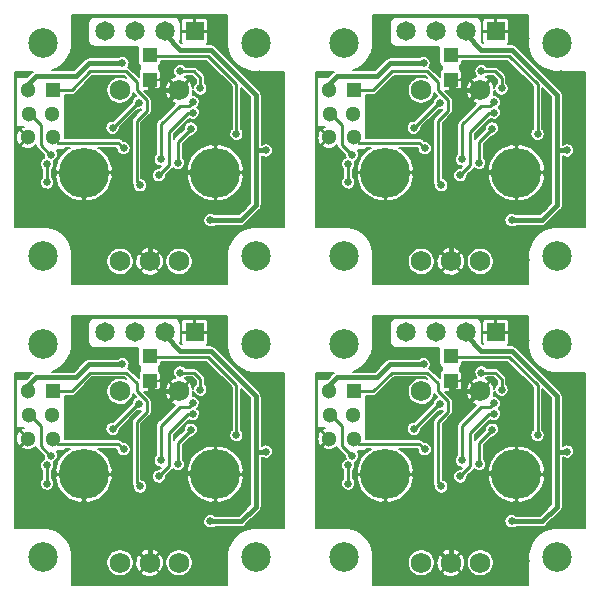
<source format=gtl>
G04 (created by PCBNEW (2013-03-02 BZR 3981)-testing) date Wed 06 Mar 2013 10:32:37 AM CET*
%MOIN*%
G04 Gerber Fmt 3.4, Leading zero omitted, Abs format*
%FSLAX34Y34*%
G01*
G70*
G90*
G04 APERTURE LIST*
%ADD10C,3.14961e-06*%
%ADD11C,0.0688976*%
%ADD12O,0.167323X0.167323*%
%ADD13C,0.0984252*%
%ADD14R,0.0511811X0.0511811*%
%ADD15C,0.0511811*%
%ADD16R,0.0649606X0.0649606*%
%ADD17C,0.0649606*%
%ADD18R,0.0472X0.0472*%
%ADD19C,0.0255906*%
%ADD20C,0.00984252*%
%ADD21C,0.015748*%
%ADD22C,0.000393701*%
%ADD23C,0.008*%
%ADD24C,0.00629921*%
G04 APERTURE END LIST*
G54D10*
G54D11*
X43503Y-21456D03*
X45472Y-21456D03*
X44488Y-21456D03*
X45472Y-15748D03*
X43503Y-15748D03*
G54D12*
X46673Y-18503D03*
X42303Y-18503D03*
G54D13*
X48031Y-21259D03*
X40944Y-21259D03*
X40944Y-14173D03*
X48031Y-14173D03*
G54D14*
X41259Y-15748D03*
G54D15*
X40433Y-15748D03*
X41220Y-16535D03*
X40472Y-16535D03*
X41259Y-17322D03*
X40433Y-17322D03*
G54D16*
X45988Y-13779D03*
G54D17*
X44988Y-13779D03*
X43988Y-13779D03*
X42988Y-13779D03*
G54D18*
X44488Y-14567D03*
X44488Y-15393D03*
X34448Y-14567D03*
X34448Y-15393D03*
G54D16*
X35948Y-13779D03*
G54D17*
X34948Y-13779D03*
X33948Y-13779D03*
X32948Y-13779D03*
G54D14*
X31220Y-15748D03*
G54D15*
X30393Y-15748D03*
X31181Y-16535D03*
X30433Y-16535D03*
X31220Y-17322D03*
X30393Y-17322D03*
G54D13*
X37992Y-14173D03*
X30905Y-14173D03*
X30905Y-21259D03*
X37992Y-21259D03*
G54D11*
X33464Y-21456D03*
X35433Y-21456D03*
X34448Y-21456D03*
X35433Y-15748D03*
X33464Y-15748D03*
G54D12*
X36633Y-18503D03*
X32263Y-18503D03*
G54D11*
X33464Y-31496D03*
X35433Y-31496D03*
X34448Y-31496D03*
X35433Y-25787D03*
X33464Y-25787D03*
G54D12*
X36633Y-28543D03*
X32263Y-28543D03*
G54D13*
X37992Y-31299D03*
X30905Y-31299D03*
X30905Y-24212D03*
X37992Y-24212D03*
G54D14*
X31220Y-25787D03*
G54D15*
X30393Y-25787D03*
X31181Y-26574D03*
X30433Y-26574D03*
X31220Y-27362D03*
X30393Y-27362D03*
G54D16*
X35948Y-23818D03*
G54D17*
X34948Y-23818D03*
X33948Y-23818D03*
X32948Y-23818D03*
G54D18*
X34448Y-24606D03*
X34448Y-25432D03*
X44488Y-24606D03*
X44488Y-25432D03*
G54D16*
X45988Y-23818D03*
G54D17*
X44988Y-23818D03*
X43988Y-23818D03*
X42988Y-23818D03*
G54D14*
X41259Y-25787D03*
G54D15*
X40433Y-25787D03*
X41220Y-26574D03*
X40472Y-26574D03*
X41259Y-27362D03*
X40433Y-27362D03*
G54D13*
X48031Y-24212D03*
X40944Y-24212D03*
X40944Y-31299D03*
X48031Y-31299D03*
G54D11*
X43503Y-31496D03*
X45472Y-31496D03*
X44488Y-31496D03*
X45472Y-25787D03*
X43503Y-25787D03*
G54D12*
X46673Y-28543D03*
X42303Y-28543D03*
G54D19*
X45511Y-15118D03*
X46181Y-15688D03*
X36141Y-15688D03*
X35472Y-15118D03*
X35472Y-25157D03*
X36141Y-25728D03*
X46181Y-25728D03*
X45511Y-25157D03*
X44173Y-18917D03*
X44803Y-18582D03*
X45925Y-16496D03*
X35885Y-16496D03*
X34763Y-18582D03*
X34133Y-18917D03*
X34133Y-28956D03*
X34763Y-28622D03*
X35885Y-26535D03*
X45925Y-26535D03*
X44803Y-28622D03*
X44173Y-28956D03*
X41200Y-17893D03*
X44862Y-18051D03*
X45925Y-16141D03*
X35885Y-16141D03*
X34822Y-18051D03*
X31161Y-17893D03*
X31161Y-27933D03*
X34822Y-28090D03*
X35885Y-26181D03*
X45925Y-26181D03*
X44862Y-28090D03*
X41200Y-27933D03*
X43622Y-17677D03*
X33582Y-17677D03*
X33582Y-27716D03*
X43622Y-27716D03*
X41072Y-18208D03*
X41072Y-18818D03*
X45866Y-17027D03*
X45433Y-18169D03*
X35393Y-18169D03*
X35826Y-17027D03*
X31033Y-18818D03*
X31033Y-18208D03*
X31033Y-28248D03*
X31033Y-28858D03*
X35826Y-27066D03*
X35393Y-28208D03*
X45433Y-28208D03*
X45866Y-27066D03*
X41072Y-28858D03*
X41072Y-28248D03*
X42125Y-14074D03*
X42125Y-14685D03*
X48779Y-15472D03*
X48779Y-16968D03*
X48759Y-18543D03*
X48759Y-19468D03*
X46692Y-21555D03*
X42125Y-13484D03*
X40196Y-18937D03*
X40748Y-19606D03*
X40196Y-20118D03*
X42992Y-20433D03*
X42322Y-21692D03*
X41299Y-20118D03*
X31259Y-20118D03*
X32283Y-21692D03*
X32952Y-20433D03*
X30157Y-20118D03*
X30708Y-19606D03*
X30157Y-18937D03*
X32086Y-13484D03*
X36653Y-21555D03*
X38720Y-19468D03*
X38720Y-18543D03*
X38740Y-16968D03*
X38740Y-15472D03*
X32086Y-14685D03*
X32086Y-14074D03*
X32086Y-24114D03*
X32086Y-24724D03*
X38740Y-25511D03*
X38740Y-27007D03*
X38720Y-28582D03*
X38720Y-29507D03*
X36653Y-31594D03*
X32086Y-23523D03*
X30157Y-28976D03*
X30708Y-29645D03*
X30157Y-30157D03*
X32952Y-30472D03*
X32283Y-31732D03*
X31259Y-30157D03*
X41299Y-30157D03*
X42322Y-31732D03*
X42992Y-30472D03*
X40196Y-30157D03*
X40748Y-29645D03*
X40196Y-28976D03*
X42125Y-23523D03*
X46692Y-31594D03*
X48759Y-29507D03*
X48759Y-28582D03*
X48779Y-27007D03*
X48779Y-25511D03*
X42125Y-24724D03*
X42125Y-24114D03*
X44133Y-16161D03*
X43257Y-16998D03*
X33218Y-16998D03*
X34094Y-16161D03*
X34094Y-26200D03*
X33218Y-27037D03*
X43257Y-27037D03*
X44133Y-26200D03*
X47381Y-17204D03*
X37342Y-17204D03*
X37342Y-27244D03*
X47381Y-27244D03*
X48366Y-17755D03*
X43582Y-14842D03*
X46515Y-20078D03*
X36476Y-20078D03*
X33543Y-14842D03*
X38326Y-17755D03*
X38326Y-27795D03*
X33543Y-24881D03*
X36476Y-30118D03*
X46515Y-30118D03*
X43582Y-24881D03*
X48366Y-27795D03*
G54D20*
X45511Y-15118D02*
X45964Y-15118D01*
X46181Y-15334D02*
X46181Y-15688D01*
X45964Y-15118D02*
X46181Y-15334D01*
X35925Y-15118D02*
X36141Y-15334D01*
X36141Y-15334D02*
X36141Y-15688D01*
X35472Y-15118D02*
X35925Y-15118D01*
X35472Y-25157D02*
X35925Y-25157D01*
X36141Y-25374D02*
X36141Y-25728D01*
X35925Y-25157D02*
X36141Y-25374D01*
X45964Y-25157D02*
X46181Y-25374D01*
X46181Y-25374D02*
X46181Y-25728D01*
X45511Y-25157D02*
X45964Y-25157D01*
X41259Y-15748D02*
X41889Y-15748D01*
X44055Y-16771D02*
X44055Y-18799D01*
X44055Y-18799D02*
X44173Y-18917D01*
X44055Y-15728D02*
X44399Y-16072D01*
X44399Y-16072D02*
X44399Y-16427D01*
X44399Y-16427D02*
X44055Y-16771D01*
X41889Y-15748D02*
X42519Y-15118D01*
X43700Y-15118D02*
X44055Y-15472D01*
X44055Y-15472D02*
X44055Y-15728D01*
X42519Y-15118D02*
X43700Y-15118D01*
X41299Y-15787D02*
X41259Y-15748D01*
X44803Y-18582D02*
X45137Y-18248D01*
X45137Y-18248D02*
X45137Y-17125D01*
X45137Y-17125D02*
X45767Y-16496D01*
X45767Y-16496D02*
X45925Y-16496D01*
X35728Y-16496D02*
X35885Y-16496D01*
X35098Y-17125D02*
X35728Y-16496D01*
X35098Y-18248D02*
X35098Y-17125D01*
X34763Y-18582D02*
X35098Y-18248D01*
X31259Y-15787D02*
X31220Y-15748D01*
X32480Y-15118D02*
X33661Y-15118D01*
X34015Y-15472D02*
X34015Y-15728D01*
X33661Y-15118D02*
X34015Y-15472D01*
X31850Y-15748D02*
X32480Y-15118D01*
X34360Y-16427D02*
X34015Y-16771D01*
X34360Y-16072D02*
X34360Y-16427D01*
X34015Y-15728D02*
X34360Y-16072D01*
X34015Y-18799D02*
X34133Y-18917D01*
X34015Y-16771D02*
X34015Y-18799D01*
X31220Y-15748D02*
X31850Y-15748D01*
X31220Y-25787D02*
X31850Y-25787D01*
X34015Y-26811D02*
X34015Y-28838D01*
X34015Y-28838D02*
X34133Y-28956D01*
X34015Y-25767D02*
X34360Y-26112D01*
X34360Y-26112D02*
X34360Y-26466D01*
X34360Y-26466D02*
X34015Y-26811D01*
X31850Y-25787D02*
X32480Y-25157D01*
X33661Y-25157D02*
X34015Y-25511D01*
X34015Y-25511D02*
X34015Y-25767D01*
X32480Y-25157D02*
X33661Y-25157D01*
X31259Y-25826D02*
X31220Y-25787D01*
X34763Y-28622D02*
X35098Y-28287D01*
X35098Y-28287D02*
X35098Y-27165D01*
X35098Y-27165D02*
X35728Y-26535D01*
X35728Y-26535D02*
X35885Y-26535D01*
X45767Y-26535D02*
X45925Y-26535D01*
X45137Y-27165D02*
X45767Y-26535D01*
X45137Y-28287D02*
X45137Y-27165D01*
X44803Y-28622D02*
X45137Y-28287D01*
X41299Y-25826D02*
X41259Y-25787D01*
X42519Y-25157D02*
X43700Y-25157D01*
X44055Y-25511D02*
X44055Y-25767D01*
X43700Y-25157D02*
X44055Y-25511D01*
X41889Y-25787D02*
X42519Y-25157D01*
X44399Y-26466D02*
X44055Y-26811D01*
X44399Y-26112D02*
X44399Y-26466D01*
X44055Y-25767D02*
X44399Y-26112D01*
X44055Y-28838D02*
X44173Y-28956D01*
X44055Y-26811D02*
X44055Y-28838D01*
X41259Y-25787D02*
X41889Y-25787D01*
X41181Y-17893D02*
X40856Y-17568D01*
X40492Y-16535D02*
X40472Y-16535D01*
X40492Y-16535D02*
X40856Y-16899D01*
X40856Y-16899D02*
X40856Y-17568D01*
X41181Y-17893D02*
X41200Y-17893D01*
X41200Y-17893D02*
X41181Y-17893D01*
X44862Y-16889D02*
X44862Y-18051D01*
X45492Y-16259D02*
X44862Y-16889D01*
X45807Y-16259D02*
X45492Y-16259D01*
X45925Y-16141D02*
X45807Y-16259D01*
X35885Y-16141D02*
X35767Y-16259D01*
X35767Y-16259D02*
X35452Y-16259D01*
X35452Y-16259D02*
X34822Y-16889D01*
X34822Y-16889D02*
X34822Y-18051D01*
X31161Y-17893D02*
X31141Y-17893D01*
X31141Y-17893D02*
X31161Y-17893D01*
X30816Y-16899D02*
X30816Y-17568D01*
X30452Y-16535D02*
X30816Y-16899D01*
X30452Y-16535D02*
X30433Y-16535D01*
X31141Y-17893D02*
X30816Y-17568D01*
X31141Y-27933D02*
X30816Y-27608D01*
X30452Y-26574D02*
X30433Y-26574D01*
X30452Y-26574D02*
X30816Y-26938D01*
X30816Y-26938D02*
X30816Y-27608D01*
X31141Y-27933D02*
X31161Y-27933D01*
X31161Y-27933D02*
X31141Y-27933D01*
X34822Y-26929D02*
X34822Y-28090D01*
X35452Y-26299D02*
X34822Y-26929D01*
X35767Y-26299D02*
X35452Y-26299D01*
X35885Y-26181D02*
X35767Y-26299D01*
X45925Y-26181D02*
X45807Y-26299D01*
X45807Y-26299D02*
X45492Y-26299D01*
X45492Y-26299D02*
X44862Y-26929D01*
X44862Y-26929D02*
X44862Y-28090D01*
X41200Y-27933D02*
X41181Y-27933D01*
X41181Y-27933D02*
X41200Y-27933D01*
X40856Y-26938D02*
X40856Y-27608D01*
X40492Y-26574D02*
X40856Y-26938D01*
X40492Y-26574D02*
X40472Y-26574D01*
X41181Y-27933D02*
X40856Y-27608D01*
X43444Y-17500D02*
X41437Y-17500D01*
X43444Y-17500D02*
X43622Y-17677D01*
X41437Y-17500D02*
X41259Y-17322D01*
X31397Y-17500D02*
X31220Y-17322D01*
X33405Y-17500D02*
X33582Y-17677D01*
X33405Y-17500D02*
X31397Y-17500D01*
X33405Y-27539D02*
X31397Y-27539D01*
X33405Y-27539D02*
X33582Y-27716D01*
X31397Y-27539D02*
X31220Y-27362D01*
X41437Y-27539D02*
X41259Y-27362D01*
X43444Y-27539D02*
X43622Y-27716D01*
X43444Y-27539D02*
X41437Y-27539D01*
X45433Y-17460D02*
X45433Y-18169D01*
X45866Y-17027D02*
X45433Y-17460D01*
X41072Y-18818D02*
X41072Y-18208D01*
X31033Y-18818D02*
X31033Y-18208D01*
X35826Y-17027D02*
X35393Y-17460D01*
X35393Y-17460D02*
X35393Y-18169D01*
X35393Y-27500D02*
X35393Y-28208D01*
X35826Y-27066D02*
X35393Y-27500D01*
X31033Y-28858D02*
X31033Y-28248D01*
X41072Y-28858D02*
X41072Y-28248D01*
X45866Y-27066D02*
X45433Y-27500D01*
X45433Y-27500D02*
X45433Y-28208D01*
G54D21*
X45472Y-15748D02*
X44645Y-15748D01*
X44488Y-15590D02*
X44488Y-15353D01*
X44645Y-15748D02*
X44488Y-15590D01*
X42047Y-18503D02*
X42106Y-18444D01*
G54D22*
X42125Y-14074D02*
X42125Y-14685D01*
X48779Y-16968D02*
X48759Y-16988D01*
X48759Y-16988D02*
X48759Y-18543D01*
X42125Y-14665D02*
X42125Y-14074D01*
X42125Y-13484D02*
X42125Y-14074D01*
G54D21*
X44488Y-19133D02*
X44685Y-19133D01*
X46889Y-18464D02*
X46929Y-18503D01*
X45354Y-18464D02*
X46889Y-18464D01*
X44685Y-19133D02*
X45354Y-18464D01*
G54D22*
X40748Y-19606D02*
X40196Y-18937D01*
X44488Y-21456D02*
X44389Y-21456D01*
X43602Y-20669D02*
X42992Y-20433D01*
X44389Y-21456D02*
X43602Y-20669D01*
X44488Y-21456D02*
X43897Y-22047D01*
X42519Y-22047D02*
X42322Y-21692D01*
X43897Y-22047D02*
X42519Y-22047D01*
G54D23*
X45374Y-15846D02*
X45472Y-15748D01*
G54D21*
X44488Y-16732D02*
X45472Y-15748D01*
X44488Y-21456D02*
X44488Y-19133D01*
X44488Y-19133D02*
X44488Y-16732D01*
X34448Y-19133D02*
X34448Y-16732D01*
X34448Y-21456D02*
X34448Y-19133D01*
X34448Y-16732D02*
X35433Y-15748D01*
G54D23*
X35334Y-15846D02*
X35433Y-15748D01*
G54D22*
X33858Y-22047D02*
X32480Y-22047D01*
X32480Y-22047D02*
X32283Y-21692D01*
X34448Y-21456D02*
X33858Y-22047D01*
X34350Y-21456D02*
X33562Y-20669D01*
X33562Y-20669D02*
X32952Y-20433D01*
X34448Y-21456D02*
X34350Y-21456D01*
X30708Y-19606D02*
X30157Y-18937D01*
G54D21*
X34645Y-19133D02*
X35314Y-18464D01*
X35314Y-18464D02*
X36850Y-18464D01*
X36850Y-18464D02*
X36889Y-18503D01*
X34448Y-19133D02*
X34645Y-19133D01*
G54D22*
X32086Y-13484D02*
X32086Y-14074D01*
X32086Y-14665D02*
X32086Y-14074D01*
X38720Y-16988D02*
X38720Y-18543D01*
X38740Y-16968D02*
X38720Y-16988D01*
X32086Y-14074D02*
X32086Y-14685D01*
G54D21*
X32007Y-18503D02*
X32066Y-18444D01*
X34606Y-15748D02*
X34448Y-15590D01*
X34448Y-15590D02*
X34448Y-15353D01*
X35433Y-15748D02*
X34606Y-15748D01*
X35433Y-25787D02*
X34606Y-25787D01*
X34448Y-25629D02*
X34448Y-25393D01*
X34606Y-25787D02*
X34448Y-25629D01*
X32007Y-28543D02*
X32066Y-28484D01*
G54D22*
X32086Y-24114D02*
X32086Y-24724D01*
X38740Y-27007D02*
X38720Y-27027D01*
X38720Y-27027D02*
X38720Y-28582D01*
X32086Y-24704D02*
X32086Y-24114D01*
X32086Y-23523D02*
X32086Y-24114D01*
G54D21*
X34448Y-29173D02*
X34645Y-29173D01*
X36850Y-28503D02*
X36889Y-28543D01*
X35314Y-28503D02*
X36850Y-28503D01*
X34645Y-29173D02*
X35314Y-28503D01*
G54D22*
X30708Y-29645D02*
X30157Y-28976D01*
X34448Y-31496D02*
X34350Y-31496D01*
X33562Y-30708D02*
X32952Y-30472D01*
X34350Y-31496D02*
X33562Y-30708D01*
X34448Y-31496D02*
X33858Y-32086D01*
X32480Y-32086D02*
X32283Y-31732D01*
X33858Y-32086D02*
X32480Y-32086D01*
G54D23*
X35334Y-25885D02*
X35433Y-25787D01*
G54D21*
X34448Y-26771D02*
X35433Y-25787D01*
X34448Y-31496D02*
X34448Y-29173D01*
X34448Y-29173D02*
X34448Y-26771D01*
X44488Y-29173D02*
X44488Y-26771D01*
X44488Y-31496D02*
X44488Y-29173D01*
X44488Y-26771D02*
X45472Y-25787D01*
G54D23*
X45374Y-25885D02*
X45472Y-25787D01*
G54D22*
X43897Y-32086D02*
X42519Y-32086D01*
X42519Y-32086D02*
X42322Y-31732D01*
X44488Y-31496D02*
X43897Y-32086D01*
X44389Y-31496D02*
X43602Y-30708D01*
X43602Y-30708D02*
X42992Y-30472D01*
X44488Y-31496D02*
X44389Y-31496D01*
X40748Y-29645D02*
X40196Y-28976D01*
G54D21*
X44685Y-29173D02*
X45354Y-28503D01*
X45354Y-28503D02*
X46889Y-28503D01*
X46889Y-28503D02*
X46929Y-28543D01*
X44488Y-29173D02*
X44685Y-29173D01*
G54D22*
X42125Y-23523D02*
X42125Y-24114D01*
X42125Y-24704D02*
X42125Y-24114D01*
X48759Y-27027D02*
X48759Y-28582D01*
X48779Y-27007D02*
X48759Y-27027D01*
X42125Y-24114D02*
X42125Y-24724D01*
G54D21*
X42047Y-28543D02*
X42106Y-28484D01*
X44645Y-25787D02*
X44488Y-25629D01*
X44488Y-25629D02*
X44488Y-25393D01*
X45472Y-25787D02*
X44645Y-25787D01*
G54D20*
X44133Y-16161D02*
X44094Y-16161D01*
X44094Y-16161D02*
X43257Y-16998D01*
X34055Y-16161D02*
X33218Y-16998D01*
X34094Y-16161D02*
X34055Y-16161D01*
X34094Y-26200D02*
X34055Y-26200D01*
X34055Y-26200D02*
X33218Y-27037D01*
X44094Y-26200D02*
X43257Y-27037D01*
X44133Y-26200D02*
X44094Y-26200D01*
X47381Y-17204D02*
X47381Y-15548D01*
X46440Y-14606D02*
X47381Y-15548D01*
X46440Y-14606D02*
X44409Y-14606D01*
X36400Y-14606D02*
X34370Y-14606D01*
X36400Y-14606D02*
X37342Y-15548D01*
X37342Y-17204D02*
X37342Y-15548D01*
X37342Y-27244D02*
X37342Y-25587D01*
X36400Y-24646D02*
X37342Y-25587D01*
X36400Y-24646D02*
X34370Y-24646D01*
X46440Y-24646D02*
X44409Y-24646D01*
X46440Y-24646D02*
X47381Y-25587D01*
X47381Y-27244D02*
X47381Y-25587D01*
G54D21*
X48031Y-17755D02*
X48366Y-17755D01*
X40708Y-15275D02*
X40433Y-15551D01*
X43582Y-14842D02*
X42480Y-14842D01*
X42047Y-15275D02*
X40708Y-15275D01*
X42047Y-15275D02*
X42480Y-14842D01*
X40433Y-15551D02*
X40433Y-15748D01*
X40433Y-15748D02*
X40433Y-15610D01*
X47539Y-20078D02*
X48031Y-19586D01*
X48031Y-17755D02*
X48031Y-19586D01*
X46515Y-20078D02*
X47539Y-20078D01*
X45509Y-14399D02*
X44988Y-13877D01*
X48031Y-15905D02*
X46525Y-14399D01*
X46525Y-14399D02*
X45509Y-14399D01*
X48031Y-17755D02*
X48031Y-15905D01*
X44988Y-13877D02*
X44988Y-13779D01*
X34948Y-13877D02*
X34948Y-13779D01*
X37992Y-17755D02*
X37992Y-15905D01*
X36486Y-14399D02*
X35470Y-14399D01*
X37992Y-15905D02*
X36486Y-14399D01*
X35470Y-14399D02*
X34948Y-13877D01*
X36476Y-20078D02*
X37500Y-20078D01*
X37992Y-17755D02*
X37992Y-19586D01*
X37500Y-20078D02*
X37992Y-19586D01*
X30393Y-15748D02*
X30393Y-15610D01*
X30393Y-15551D02*
X30393Y-15748D01*
X32007Y-15275D02*
X32440Y-14842D01*
X32007Y-15275D02*
X30669Y-15275D01*
X33543Y-14842D02*
X32440Y-14842D01*
X30669Y-15275D02*
X30393Y-15551D01*
X37992Y-17755D02*
X38326Y-17755D01*
X37992Y-27795D02*
X38326Y-27795D01*
X30669Y-25314D02*
X30393Y-25590D01*
X33543Y-24881D02*
X32440Y-24881D01*
X32007Y-25314D02*
X30669Y-25314D01*
X32007Y-25314D02*
X32440Y-24881D01*
X30393Y-25590D02*
X30393Y-25787D01*
X30393Y-25787D02*
X30393Y-25649D01*
X37500Y-30118D02*
X37992Y-29625D01*
X37992Y-27795D02*
X37992Y-29625D01*
X36476Y-30118D02*
X37500Y-30118D01*
X35470Y-24438D02*
X34948Y-23917D01*
X37992Y-25944D02*
X36486Y-24438D01*
X36486Y-24438D02*
X35470Y-24438D01*
X37992Y-27795D02*
X37992Y-25944D01*
X34948Y-23917D02*
X34948Y-23818D01*
X44988Y-23917D02*
X44988Y-23818D01*
X48031Y-27795D02*
X48031Y-25944D01*
X46525Y-24438D02*
X45509Y-24438D01*
X48031Y-25944D02*
X46525Y-24438D01*
X45509Y-24438D02*
X44988Y-23917D01*
X46515Y-30118D02*
X47539Y-30118D01*
X48031Y-27795D02*
X48031Y-29625D01*
X47539Y-30118D02*
X48031Y-29625D01*
X40433Y-25787D02*
X40433Y-25649D01*
X40433Y-25590D02*
X40433Y-25787D01*
X42047Y-25314D02*
X42480Y-24881D01*
X42047Y-25314D02*
X40708Y-25314D01*
X43582Y-24881D02*
X42480Y-24881D01*
X40708Y-25314D02*
X40433Y-25590D01*
X48031Y-27795D02*
X48366Y-27795D01*
G54D10*
G36*
X48964Y-30347D02*
X48961Y-30346D01*
X48918Y-30342D01*
X48226Y-30342D01*
X48183Y-30346D01*
X48169Y-30350D01*
X48131Y-30343D01*
X47944Y-30341D01*
X47760Y-30377D01*
X47586Y-30447D01*
X47429Y-30550D01*
X47295Y-30681D01*
X47189Y-30836D01*
X47115Y-31008D01*
X47076Y-31192D01*
X47073Y-31379D01*
X47083Y-31435D01*
X47079Y-31451D01*
X47074Y-31494D01*
X47074Y-32186D01*
X47079Y-32229D01*
X47079Y-32232D01*
X45927Y-32232D01*
X45927Y-31451D01*
X45909Y-31363D01*
X45875Y-31281D01*
X45826Y-31207D01*
X45763Y-31143D01*
X45689Y-31094D01*
X45607Y-31059D01*
X45520Y-31041D01*
X45431Y-31041D01*
X45343Y-31057D01*
X45260Y-31091D01*
X45186Y-31139D01*
X45122Y-31202D01*
X45072Y-31275D01*
X45036Y-31357D01*
X45018Y-31445D01*
X45017Y-31534D01*
X45033Y-31622D01*
X45066Y-31704D01*
X45114Y-31779D01*
X45176Y-31844D01*
X45249Y-31894D01*
X45331Y-31930D01*
X45418Y-31949D01*
X45507Y-31951D01*
X45595Y-31936D01*
X45678Y-31903D01*
X45753Y-31856D01*
X45818Y-31794D01*
X45869Y-31721D01*
X45906Y-31640D01*
X45925Y-31553D01*
X45927Y-31451D01*
X45927Y-32232D01*
X44964Y-32232D01*
X44964Y-31498D01*
X44956Y-31405D01*
X44929Y-31316D01*
X44886Y-31234D01*
X44883Y-31230D01*
X44814Y-31194D01*
X44789Y-31219D01*
X44789Y-31169D01*
X44753Y-31100D01*
X44671Y-31056D01*
X44582Y-31028D01*
X44490Y-31019D01*
X44397Y-31028D01*
X44308Y-31054D01*
X44226Y-31097D01*
X44222Y-31100D01*
X44186Y-31169D01*
X44488Y-31471D01*
X44789Y-31169D01*
X44789Y-31219D01*
X44513Y-31496D01*
X44814Y-31797D01*
X44883Y-31761D01*
X44928Y-31679D01*
X44955Y-31590D01*
X44964Y-31498D01*
X44964Y-32232D01*
X44789Y-32232D01*
X44789Y-31822D01*
X44488Y-31521D01*
X44463Y-31546D01*
X44463Y-31496D01*
X44161Y-31194D01*
X44092Y-31230D01*
X44048Y-31312D01*
X44021Y-31401D01*
X44011Y-31493D01*
X44020Y-31586D01*
X44046Y-31675D01*
X44089Y-31757D01*
X44092Y-31761D01*
X44161Y-31797D01*
X44463Y-31496D01*
X44463Y-31546D01*
X44186Y-31822D01*
X44222Y-31891D01*
X44304Y-31935D01*
X44393Y-31963D01*
X44485Y-31972D01*
X44578Y-31964D01*
X44667Y-31937D01*
X44750Y-31894D01*
X44753Y-31891D01*
X44789Y-31822D01*
X44789Y-32232D01*
X43958Y-32232D01*
X43958Y-31451D01*
X43941Y-31363D01*
X43907Y-31281D01*
X43858Y-31207D01*
X43795Y-31143D01*
X43721Y-31094D01*
X43639Y-31059D01*
X43551Y-31041D01*
X43462Y-31041D01*
X43374Y-31057D01*
X43292Y-31091D01*
X43254Y-31115D01*
X43254Y-28711D01*
X43237Y-28561D01*
X42320Y-28561D01*
X42320Y-29477D01*
X42471Y-29495D01*
X42653Y-29444D01*
X42821Y-29358D01*
X42970Y-29242D01*
X43093Y-29099D01*
X43186Y-28935D01*
X43245Y-28756D01*
X43254Y-28711D01*
X43254Y-31115D01*
X43217Y-31139D01*
X43153Y-31202D01*
X43103Y-31275D01*
X43068Y-31357D01*
X43049Y-31445D01*
X43048Y-31534D01*
X43064Y-31622D01*
X43097Y-31704D01*
X43145Y-31779D01*
X43207Y-31844D01*
X43281Y-31894D01*
X43362Y-31930D01*
X43449Y-31949D01*
X43538Y-31951D01*
X43626Y-31936D01*
X43709Y-31903D01*
X43785Y-31856D01*
X43849Y-31794D01*
X43901Y-31721D01*
X43937Y-31640D01*
X43957Y-31553D01*
X43958Y-31451D01*
X43958Y-32232D01*
X42285Y-32232D01*
X42285Y-29477D01*
X42285Y-28561D01*
X41369Y-28561D01*
X41351Y-28711D01*
X41360Y-28756D01*
X41419Y-28935D01*
X41512Y-29099D01*
X41635Y-29242D01*
X41784Y-29358D01*
X41952Y-29444D01*
X42134Y-29495D01*
X42285Y-29477D01*
X42285Y-32232D01*
X41901Y-32232D01*
X41901Y-31267D01*
X41900Y-31267D01*
X41901Y-31205D01*
X41865Y-31021D01*
X41793Y-30847D01*
X41689Y-30691D01*
X41557Y-30558D01*
X41402Y-30453D01*
X41229Y-30380D01*
X41045Y-30343D01*
X40976Y-30342D01*
X40976Y-30342D01*
X40954Y-30342D01*
X40857Y-30341D01*
X40854Y-30342D01*
X40671Y-30342D01*
X40011Y-30342D01*
X40011Y-25164D01*
X40014Y-25165D01*
X40057Y-25169D01*
X40589Y-25169D01*
X40576Y-25179D01*
X40575Y-25180D01*
X40575Y-25180D01*
X40575Y-25180D01*
X40575Y-25181D01*
X40394Y-25362D01*
X40027Y-25362D01*
X40027Y-27000D01*
X40298Y-27000D01*
X40283Y-27004D01*
X40219Y-27038D01*
X40194Y-27098D01*
X40433Y-27337D01*
X40438Y-27331D01*
X40463Y-27356D01*
X40458Y-27362D01*
X40463Y-27367D01*
X40438Y-27392D01*
X40433Y-27387D01*
X40408Y-27412D01*
X40408Y-27362D01*
X40169Y-27123D01*
X40109Y-27148D01*
X40074Y-27215D01*
X40052Y-27288D01*
X40045Y-27363D01*
X40053Y-27438D01*
X40075Y-27511D01*
X40109Y-27575D01*
X40169Y-27600D01*
X40408Y-27362D01*
X40408Y-27412D01*
X40194Y-27625D01*
X40219Y-27685D01*
X40286Y-27721D01*
X40359Y-27742D01*
X40434Y-27749D01*
X40509Y-27742D01*
X40582Y-27720D01*
X40646Y-27685D01*
X40671Y-27625D01*
X40671Y-27625D01*
X40694Y-27648D01*
X40700Y-27642D01*
X40704Y-27653D01*
X40708Y-27667D01*
X40708Y-27668D01*
X40708Y-27669D01*
X40715Y-27682D01*
X40722Y-27695D01*
X40723Y-27695D01*
X40723Y-27696D01*
X40732Y-27707D01*
X40741Y-27719D01*
X40743Y-27720D01*
X40743Y-27720D01*
X40743Y-27720D01*
X40743Y-27721D01*
X40962Y-27939D01*
X40962Y-27953D01*
X40970Y-27999D01*
X40982Y-28027D01*
X40961Y-28035D01*
X40922Y-28061D01*
X40889Y-28094D01*
X40863Y-28132D01*
X40844Y-28175D01*
X40834Y-28221D01*
X40834Y-28268D01*
X40842Y-28314D01*
X40859Y-28357D01*
X40885Y-28396D01*
X40913Y-28425D01*
X40913Y-28681D01*
X40889Y-28704D01*
X40863Y-28742D01*
X40844Y-28785D01*
X40834Y-28831D01*
X40834Y-28878D01*
X40842Y-28924D01*
X40859Y-28967D01*
X40885Y-29006D01*
X40917Y-29040D01*
X40956Y-29067D01*
X40998Y-29085D01*
X41044Y-29095D01*
X41091Y-29096D01*
X41137Y-29088D01*
X41180Y-29071D01*
X41220Y-29046D01*
X41254Y-29014D01*
X41280Y-28976D01*
X41299Y-28933D01*
X41310Y-28888D01*
X41311Y-28834D01*
X41301Y-28789D01*
X41284Y-28745D01*
X41258Y-28706D01*
X41232Y-28680D01*
X41232Y-28425D01*
X41254Y-28404D01*
X41280Y-28366D01*
X41299Y-28323D01*
X41310Y-28278D01*
X41311Y-28224D01*
X41301Y-28178D01*
X41291Y-28153D01*
X41308Y-28146D01*
X41348Y-28121D01*
X41381Y-28089D01*
X41408Y-28051D01*
X41427Y-28008D01*
X41438Y-27963D01*
X41438Y-27909D01*
X41429Y-27863D01*
X41412Y-27820D01*
X41389Y-27787D01*
X41665Y-27787D01*
X41665Y-27698D01*
X41841Y-27698D01*
X41784Y-27727D01*
X41635Y-27843D01*
X41512Y-27986D01*
X41419Y-28150D01*
X41360Y-28329D01*
X41351Y-28374D01*
X41369Y-28525D01*
X42285Y-28525D01*
X42285Y-28517D01*
X42320Y-28517D01*
X42320Y-28525D01*
X43237Y-28525D01*
X43254Y-28374D01*
X43245Y-28329D01*
X43186Y-28150D01*
X43093Y-27986D01*
X42970Y-27843D01*
X42821Y-27727D01*
X42764Y-27698D01*
X43378Y-27698D01*
X43384Y-27703D01*
X43383Y-27736D01*
X43391Y-27782D01*
X43409Y-27825D01*
X43434Y-27865D01*
X43466Y-27898D01*
X43505Y-27925D01*
X43548Y-27944D01*
X43593Y-27954D01*
X43640Y-27955D01*
X43686Y-27947D01*
X43729Y-27930D01*
X43769Y-27905D01*
X43803Y-27872D01*
X43830Y-27834D01*
X43849Y-27792D01*
X43859Y-27746D01*
X43860Y-27693D01*
X43851Y-27647D01*
X43833Y-27604D01*
X43807Y-27565D01*
X43774Y-27532D01*
X43735Y-27505D01*
X43692Y-27487D01*
X43647Y-27478D01*
X43609Y-27478D01*
X43557Y-27426D01*
X43546Y-27417D01*
X43534Y-27407D01*
X43534Y-27407D01*
X43533Y-27406D01*
X43520Y-27399D01*
X43507Y-27392D01*
X43506Y-27392D01*
X43506Y-27392D01*
X43492Y-27387D01*
X43478Y-27383D01*
X43477Y-27383D01*
X43476Y-27383D01*
X43461Y-27381D01*
X43447Y-27379D01*
X43445Y-27379D01*
X43445Y-27379D01*
X43445Y-27379D01*
X43444Y-27379D01*
X41665Y-27379D01*
X41665Y-25946D01*
X41889Y-25946D01*
X41904Y-25945D01*
X41919Y-25944D01*
X41919Y-25943D01*
X41920Y-25943D01*
X41934Y-25939D01*
X41948Y-25935D01*
X41949Y-25935D01*
X41950Y-25934D01*
X41963Y-25927D01*
X41976Y-25921D01*
X41977Y-25920D01*
X41978Y-25920D01*
X41989Y-25910D01*
X42000Y-25901D01*
X42002Y-25900D01*
X42002Y-25900D01*
X42002Y-25900D01*
X42002Y-25900D01*
X42585Y-25316D01*
X43634Y-25316D01*
X43690Y-25372D01*
X43639Y-25350D01*
X43551Y-25332D01*
X43462Y-25332D01*
X43374Y-25349D01*
X43292Y-25382D01*
X43217Y-25431D01*
X43153Y-25493D01*
X43103Y-25567D01*
X43068Y-25649D01*
X43049Y-25736D01*
X43048Y-25825D01*
X43064Y-25913D01*
X43097Y-25996D01*
X43145Y-26071D01*
X43207Y-26135D01*
X43281Y-26186D01*
X43362Y-26221D01*
X43449Y-26241D01*
X43538Y-26242D01*
X43626Y-26227D01*
X43709Y-26195D01*
X43785Y-26147D01*
X43849Y-26085D01*
X43901Y-26013D01*
X43937Y-25931D01*
X43947Y-25885D01*
X44042Y-25980D01*
X44022Y-25988D01*
X43983Y-26014D01*
X43950Y-26046D01*
X43924Y-26085D01*
X43905Y-26128D01*
X43896Y-26173D01*
X43270Y-26799D01*
X43236Y-26799D01*
X43190Y-26807D01*
X43146Y-26825D01*
X43107Y-26850D01*
X43074Y-26883D01*
X43048Y-26922D01*
X43029Y-26965D01*
X43020Y-27010D01*
X43019Y-27057D01*
X43027Y-27103D01*
X43045Y-27146D01*
X43070Y-27186D01*
X43102Y-27219D01*
X43141Y-27246D01*
X43183Y-27265D01*
X43229Y-27275D01*
X43276Y-27276D01*
X43322Y-27267D01*
X43365Y-27251D01*
X43405Y-27226D01*
X43439Y-27193D01*
X43465Y-27155D01*
X43484Y-27112D01*
X43495Y-27067D01*
X43495Y-27024D01*
X44086Y-26434D01*
X44105Y-26438D01*
X44152Y-26439D01*
X44198Y-26431D01*
X44216Y-26424D01*
X43942Y-26698D01*
X43933Y-26709D01*
X43923Y-26720D01*
X43923Y-26721D01*
X43922Y-26722D01*
X43915Y-26735D01*
X43908Y-26748D01*
X43908Y-26749D01*
X43907Y-26749D01*
X43903Y-26763D01*
X43899Y-26777D01*
X43899Y-26778D01*
X43898Y-26779D01*
X43897Y-26794D01*
X43895Y-26808D01*
X43895Y-26810D01*
X43895Y-26810D01*
X43895Y-26810D01*
X43895Y-26811D01*
X43895Y-28838D01*
X43897Y-28853D01*
X43898Y-28867D01*
X43898Y-28868D01*
X43898Y-28869D01*
X43902Y-28883D01*
X43907Y-28897D01*
X43907Y-28898D01*
X43907Y-28899D01*
X43914Y-28912D01*
X43921Y-28925D01*
X43921Y-28926D01*
X43922Y-28926D01*
X43931Y-28938D01*
X43935Y-28942D01*
X43934Y-28976D01*
X43943Y-29022D01*
X43960Y-29066D01*
X43985Y-29105D01*
X44018Y-29138D01*
X44056Y-29165D01*
X44099Y-29184D01*
X44144Y-29194D01*
X44191Y-29195D01*
X44237Y-29187D01*
X44281Y-29170D01*
X44320Y-29145D01*
X44354Y-29113D01*
X44381Y-29074D01*
X44400Y-29032D01*
X44410Y-28986D01*
X44411Y-28933D01*
X44402Y-28887D01*
X44384Y-28844D01*
X44358Y-28805D01*
X44325Y-28772D01*
X44287Y-28746D01*
X44244Y-28728D01*
X44214Y-28722D01*
X44214Y-26877D01*
X44512Y-26579D01*
X44521Y-26567D01*
X44531Y-26556D01*
X44531Y-26555D01*
X44532Y-26555D01*
X44539Y-26542D01*
X44546Y-26529D01*
X44546Y-26528D01*
X44546Y-26527D01*
X44551Y-26513D01*
X44555Y-26499D01*
X44555Y-26498D01*
X44555Y-26498D01*
X44557Y-26483D01*
X44559Y-26468D01*
X44559Y-26467D01*
X44559Y-26467D01*
X44559Y-26467D01*
X44559Y-26466D01*
X44559Y-26112D01*
X44557Y-26097D01*
X44556Y-26082D01*
X44556Y-26082D01*
X44556Y-26081D01*
X44551Y-26067D01*
X44547Y-26052D01*
X44547Y-26052D01*
X44547Y-26051D01*
X44540Y-26038D01*
X44533Y-26025D01*
X44532Y-26024D01*
X44532Y-26023D01*
X44523Y-26012D01*
X44513Y-26001D01*
X44512Y-25999D01*
X44512Y-25999D01*
X44512Y-25999D01*
X44512Y-25999D01*
X44311Y-25798D01*
X44437Y-25798D01*
X44470Y-25766D01*
X44470Y-25450D01*
X44462Y-25450D01*
X44462Y-25444D01*
X44795Y-25444D01*
X44795Y-25414D01*
X44821Y-25414D01*
X44854Y-25382D01*
X44854Y-25183D01*
X44849Y-25158D01*
X44839Y-25135D01*
X44825Y-25114D01*
X44807Y-25096D01*
X44795Y-25087D01*
X44795Y-24975D01*
X44819Y-24959D01*
X44840Y-24938D01*
X44856Y-24914D01*
X44867Y-24887D01*
X44873Y-24858D01*
X44873Y-24829D01*
X44873Y-24805D01*
X46374Y-24805D01*
X47222Y-25653D01*
X47222Y-27066D01*
X47198Y-27090D01*
X47172Y-27128D01*
X47153Y-27171D01*
X47144Y-27217D01*
X47143Y-27264D01*
X47151Y-27310D01*
X47169Y-27353D01*
X47194Y-27392D01*
X47226Y-27426D01*
X47265Y-27453D01*
X47307Y-27471D01*
X47353Y-27481D01*
X47400Y-27482D01*
X47446Y-27474D01*
X47489Y-27457D01*
X47529Y-27432D01*
X47563Y-27400D01*
X47589Y-27362D01*
X47608Y-27319D01*
X47619Y-27274D01*
X47620Y-27220D01*
X47611Y-27174D01*
X47593Y-27131D01*
X47567Y-27092D01*
X47541Y-27066D01*
X47541Y-25721D01*
X47842Y-26023D01*
X47842Y-27795D01*
X47842Y-29547D01*
X47624Y-29765D01*
X47624Y-28711D01*
X47624Y-28374D01*
X47615Y-28329D01*
X47556Y-28150D01*
X47463Y-27986D01*
X47340Y-27843D01*
X47191Y-27727D01*
X47023Y-27642D01*
X46841Y-27591D01*
X46690Y-27609D01*
X46690Y-28525D01*
X47607Y-28525D01*
X47624Y-28374D01*
X47624Y-28711D01*
X47607Y-28561D01*
X46690Y-28561D01*
X46690Y-29477D01*
X46841Y-29495D01*
X47023Y-29444D01*
X47191Y-29358D01*
X47340Y-29242D01*
X47463Y-29099D01*
X47556Y-28935D01*
X47615Y-28756D01*
X47624Y-28711D01*
X47624Y-29765D01*
X47461Y-29929D01*
X46661Y-29929D01*
X46655Y-29925D01*
X46655Y-29477D01*
X46655Y-28561D01*
X46655Y-28525D01*
X46655Y-27609D01*
X46504Y-27591D01*
X46419Y-27615D01*
X46419Y-25704D01*
X46410Y-25659D01*
X46392Y-25615D01*
X46366Y-25577D01*
X46340Y-25550D01*
X46340Y-25374D01*
X46339Y-25359D01*
X46337Y-25344D01*
X46337Y-25343D01*
X46337Y-25343D01*
X46333Y-25328D01*
X46329Y-25314D01*
X46328Y-25314D01*
X46328Y-25313D01*
X46321Y-25300D01*
X46314Y-25287D01*
X46314Y-25286D01*
X46313Y-25285D01*
X46304Y-25274D01*
X46295Y-25262D01*
X46294Y-25261D01*
X46294Y-25261D01*
X46294Y-25261D01*
X46293Y-25261D01*
X46077Y-25044D01*
X46065Y-25035D01*
X46054Y-25025D01*
X46053Y-25025D01*
X46053Y-25024D01*
X46040Y-25018D01*
X46027Y-25010D01*
X46026Y-25010D01*
X46025Y-25010D01*
X46011Y-25005D01*
X45997Y-25001D01*
X45996Y-25001D01*
X45996Y-25001D01*
X45981Y-24999D01*
X45966Y-24998D01*
X45965Y-24998D01*
X45965Y-24998D01*
X45965Y-24998D01*
X45964Y-24998D01*
X45689Y-24998D01*
X45664Y-24973D01*
X45625Y-24946D01*
X45582Y-24928D01*
X45536Y-24919D01*
X45490Y-24919D01*
X45444Y-24927D01*
X45400Y-24945D01*
X45361Y-24970D01*
X45328Y-25003D01*
X45302Y-25042D01*
X45283Y-25085D01*
X45273Y-25130D01*
X45273Y-25177D01*
X45281Y-25223D01*
X45298Y-25266D01*
X45324Y-25306D01*
X45347Y-25329D01*
X45292Y-25345D01*
X45210Y-25389D01*
X45206Y-25391D01*
X45171Y-25461D01*
X45472Y-25762D01*
X45773Y-25461D01*
X45738Y-25391D01*
X45656Y-25347D01*
X45659Y-25346D01*
X45689Y-25316D01*
X45898Y-25316D01*
X46021Y-25440D01*
X46021Y-25551D01*
X45997Y-25574D01*
X45971Y-25613D01*
X45952Y-25655D01*
X45943Y-25701D01*
X45942Y-25723D01*
X45940Y-25697D01*
X45914Y-25607D01*
X45870Y-25525D01*
X45868Y-25521D01*
X45798Y-25486D01*
X45497Y-25787D01*
X45503Y-25792D01*
X45478Y-25818D01*
X45472Y-25812D01*
X45447Y-25837D01*
X45447Y-25787D01*
X45146Y-25486D01*
X45076Y-25521D01*
X45032Y-25603D01*
X45005Y-25692D01*
X44995Y-25785D01*
X45004Y-25877D01*
X45030Y-25966D01*
X45074Y-26049D01*
X45076Y-26053D01*
X45146Y-26088D01*
X45447Y-25787D01*
X45447Y-25837D01*
X45171Y-26113D01*
X45206Y-26183D01*
X45288Y-26227D01*
X45326Y-26238D01*
X44854Y-26711D01*
X44854Y-25681D01*
X44854Y-25482D01*
X44821Y-25450D01*
X44505Y-25450D01*
X44505Y-25766D01*
X44538Y-25798D01*
X44712Y-25798D01*
X44737Y-25798D01*
X44762Y-25793D01*
X44786Y-25783D01*
X44807Y-25769D01*
X44825Y-25751D01*
X44839Y-25729D01*
X44849Y-25706D01*
X44854Y-25681D01*
X44854Y-26711D01*
X44749Y-26816D01*
X44740Y-26827D01*
X44730Y-26839D01*
X44730Y-26839D01*
X44729Y-26840D01*
X44722Y-26853D01*
X44715Y-26866D01*
X44715Y-26867D01*
X44715Y-26867D01*
X44710Y-26881D01*
X44706Y-26895D01*
X44706Y-26896D01*
X44705Y-26897D01*
X44704Y-26912D01*
X44702Y-26926D01*
X44702Y-26928D01*
X44702Y-26928D01*
X44702Y-26928D01*
X44702Y-26929D01*
X44702Y-27913D01*
X44678Y-27936D01*
X44652Y-27975D01*
X44634Y-28018D01*
X44624Y-28063D01*
X44623Y-28110D01*
X44632Y-28156D01*
X44649Y-28199D01*
X44674Y-28239D01*
X44707Y-28272D01*
X44745Y-28299D01*
X44788Y-28318D01*
X44833Y-28328D01*
X44870Y-28328D01*
X44815Y-28383D01*
X44781Y-28383D01*
X44735Y-28392D01*
X44692Y-28409D01*
X44653Y-28435D01*
X44619Y-28468D01*
X44593Y-28506D01*
X44575Y-28549D01*
X44565Y-28595D01*
X44564Y-28642D01*
X44573Y-28688D01*
X44590Y-28731D01*
X44615Y-28770D01*
X44648Y-28804D01*
X44686Y-28830D01*
X44729Y-28849D01*
X44774Y-28859D01*
X44821Y-28860D01*
X44867Y-28852D01*
X44911Y-28835D01*
X44950Y-28810D01*
X44984Y-28778D01*
X45011Y-28740D01*
X45030Y-28697D01*
X45040Y-28652D01*
X45041Y-28609D01*
X45250Y-28400D01*
X45259Y-28388D01*
X45267Y-28379D01*
X45277Y-28390D01*
X45316Y-28417D01*
X45359Y-28436D01*
X45404Y-28446D01*
X45451Y-28447D01*
X45497Y-28439D01*
X45540Y-28422D01*
X45580Y-28397D01*
X45614Y-28365D01*
X45641Y-28326D01*
X45660Y-28284D01*
X45670Y-28238D01*
X45671Y-28185D01*
X45662Y-28139D01*
X45644Y-28096D01*
X45618Y-28057D01*
X45592Y-28031D01*
X45592Y-27566D01*
X45853Y-27304D01*
X45884Y-27305D01*
X45930Y-27297D01*
X45974Y-27280D01*
X46013Y-27255D01*
X46047Y-27223D01*
X46074Y-27185D01*
X46093Y-27142D01*
X46103Y-27096D01*
X46104Y-27043D01*
X46095Y-26997D01*
X46077Y-26954D01*
X46051Y-26915D01*
X46018Y-26882D01*
X45979Y-26856D01*
X45936Y-26838D01*
X45891Y-26828D01*
X45844Y-26828D01*
X45798Y-26837D01*
X45755Y-26854D01*
X45716Y-26880D01*
X45682Y-26913D01*
X45656Y-26951D01*
X45638Y-26994D01*
X45628Y-27040D01*
X45627Y-27079D01*
X45320Y-27387D01*
X45310Y-27398D01*
X45301Y-27409D01*
X45301Y-27410D01*
X45300Y-27411D01*
X45297Y-27417D01*
X45297Y-27231D01*
X45794Y-26734D01*
X45808Y-26744D01*
X45851Y-26763D01*
X45896Y-26773D01*
X45943Y-26774D01*
X45989Y-26765D01*
X46033Y-26749D01*
X46072Y-26724D01*
X46106Y-26691D01*
X46133Y-26653D01*
X46152Y-26610D01*
X46162Y-26565D01*
X46163Y-26512D01*
X46154Y-26466D01*
X46136Y-26423D01*
X46110Y-26384D01*
X46084Y-26358D01*
X46106Y-26337D01*
X46133Y-26299D01*
X46152Y-26256D01*
X46162Y-26211D01*
X46163Y-26157D01*
X46154Y-26111D01*
X46136Y-26068D01*
X46110Y-26029D01*
X46077Y-25996D01*
X46039Y-25970D01*
X45995Y-25952D01*
X45950Y-25943D01*
X45920Y-25942D01*
X45939Y-25882D01*
X45949Y-25789D01*
X45948Y-25778D01*
X45951Y-25794D01*
X45968Y-25837D01*
X45993Y-25877D01*
X46025Y-25910D01*
X46064Y-25937D01*
X46107Y-25955D01*
X46152Y-25966D01*
X46199Y-25966D01*
X46245Y-25958D01*
X46289Y-25941D01*
X46328Y-25916D01*
X46362Y-25884D01*
X46389Y-25846D01*
X46408Y-25803D01*
X46418Y-25758D01*
X46419Y-25704D01*
X46419Y-27615D01*
X46322Y-27642D01*
X46154Y-27727D01*
X46006Y-27843D01*
X45882Y-27986D01*
X45789Y-28150D01*
X45730Y-28329D01*
X45721Y-28374D01*
X45739Y-28525D01*
X46655Y-28525D01*
X46655Y-28561D01*
X45739Y-28561D01*
X45721Y-28711D01*
X45730Y-28756D01*
X45789Y-28935D01*
X45882Y-29099D01*
X46006Y-29242D01*
X46154Y-29358D01*
X46322Y-29444D01*
X46504Y-29495D01*
X46655Y-29477D01*
X46655Y-29925D01*
X46629Y-29907D01*
X46586Y-29889D01*
X46540Y-29880D01*
X46494Y-29879D01*
X46448Y-29888D01*
X46404Y-29906D01*
X46365Y-29931D01*
X46332Y-29964D01*
X46306Y-30002D01*
X46287Y-30045D01*
X46277Y-30091D01*
X46277Y-30138D01*
X46285Y-30184D01*
X46302Y-30227D01*
X46328Y-30266D01*
X46360Y-30300D01*
X46398Y-30327D01*
X46441Y-30345D01*
X46487Y-30355D01*
X46534Y-30356D01*
X46580Y-30348D01*
X46623Y-30331D01*
X46662Y-30307D01*
X47539Y-30307D01*
X47556Y-30305D01*
X47574Y-30303D01*
X47575Y-30303D01*
X47576Y-30303D01*
X47592Y-30298D01*
X47609Y-30293D01*
X47610Y-30293D01*
X47611Y-30292D01*
X47626Y-30284D01*
X47642Y-30276D01*
X47643Y-30275D01*
X47643Y-30275D01*
X47657Y-30264D01*
X47671Y-30253D01*
X47672Y-30252D01*
X47672Y-30252D01*
X47672Y-30252D01*
X47672Y-30251D01*
X48165Y-29759D01*
X48176Y-29746D01*
X48187Y-29732D01*
X48187Y-29731D01*
X48188Y-29731D01*
X48196Y-29715D01*
X48205Y-29700D01*
X48205Y-29699D01*
X48205Y-29698D01*
X48211Y-29681D01*
X48216Y-29665D01*
X48216Y-29664D01*
X48216Y-29663D01*
X48218Y-29646D01*
X48220Y-29628D01*
X48220Y-29626D01*
X48220Y-29626D01*
X48220Y-29626D01*
X48220Y-29625D01*
X48220Y-27984D01*
X48220Y-27984D01*
X48249Y-28004D01*
X48292Y-28022D01*
X48337Y-28032D01*
X48384Y-28033D01*
X48430Y-28025D01*
X48474Y-28008D01*
X48513Y-27983D01*
X48547Y-27951D01*
X48574Y-27913D01*
X48593Y-27870D01*
X48603Y-27825D01*
X48604Y-27771D01*
X48595Y-27726D01*
X48577Y-27682D01*
X48551Y-27644D01*
X48518Y-27610D01*
X48479Y-27584D01*
X48436Y-27566D01*
X48391Y-27557D01*
X48344Y-27556D01*
X48298Y-27565D01*
X48255Y-27583D01*
X48220Y-27605D01*
X48220Y-25944D01*
X48218Y-25927D01*
X48217Y-25910D01*
X48216Y-25909D01*
X48216Y-25908D01*
X48211Y-25891D01*
X48206Y-25874D01*
X48206Y-25873D01*
X48206Y-25872D01*
X48198Y-25857D01*
X48189Y-25841D01*
X48189Y-25841D01*
X48188Y-25840D01*
X48177Y-25826D01*
X48166Y-25813D01*
X48165Y-25811D01*
X48165Y-25811D01*
X48165Y-25811D01*
X48165Y-25811D01*
X46659Y-24305D01*
X46645Y-24294D01*
X46632Y-24283D01*
X46631Y-24282D01*
X46630Y-24281D01*
X46615Y-24273D01*
X46600Y-24265D01*
X46599Y-24264D01*
X46598Y-24264D01*
X46581Y-24259D01*
X46564Y-24254D01*
X46563Y-24254D01*
X46562Y-24253D01*
X46545Y-24251D01*
X46528Y-24250D01*
X46526Y-24250D01*
X46526Y-24250D01*
X46526Y-24250D01*
X46525Y-24250D01*
X46387Y-24250D01*
X46395Y-24244D01*
X46413Y-24226D01*
X46427Y-24205D01*
X46437Y-24182D01*
X46442Y-24157D01*
X46443Y-24131D01*
X46443Y-23505D01*
X46442Y-23480D01*
X46437Y-23455D01*
X46427Y-23432D01*
X46413Y-23410D01*
X46395Y-23392D01*
X46374Y-23378D01*
X46350Y-23369D01*
X46325Y-23364D01*
X46038Y-23364D01*
X46005Y-23396D01*
X46005Y-23801D01*
X46410Y-23801D01*
X46442Y-23768D01*
X46443Y-23505D01*
X46443Y-24131D01*
X46442Y-23869D01*
X46410Y-23836D01*
X46005Y-23836D01*
X46005Y-23844D01*
X45970Y-23844D01*
X45970Y-23836D01*
X45970Y-23801D01*
X45970Y-23396D01*
X45937Y-23364D01*
X45650Y-23364D01*
X45625Y-23369D01*
X45602Y-23378D01*
X45580Y-23392D01*
X45562Y-23410D01*
X45548Y-23432D01*
X45538Y-23455D01*
X45533Y-23480D01*
X45533Y-23505D01*
X45533Y-23768D01*
X45565Y-23801D01*
X45970Y-23801D01*
X45970Y-23836D01*
X45565Y-23836D01*
X45533Y-23869D01*
X45533Y-24131D01*
X45533Y-24157D01*
X45538Y-24182D01*
X45548Y-24205D01*
X45558Y-24220D01*
X45514Y-24176D01*
X45519Y-24158D01*
X45523Y-24115D01*
X45523Y-23561D01*
X45519Y-23518D01*
X45506Y-23475D01*
X45485Y-23436D01*
X45456Y-23401D01*
X45422Y-23373D01*
X45382Y-23351D01*
X45339Y-23338D01*
X45296Y-23334D01*
X42675Y-23334D01*
X42632Y-23338D01*
X42589Y-23351D01*
X42550Y-23373D01*
X42515Y-23401D01*
X42487Y-23436D01*
X42466Y-23475D01*
X42453Y-23518D01*
X42448Y-23561D01*
X42448Y-24115D01*
X42453Y-24158D01*
X42466Y-24201D01*
X42487Y-24241D01*
X42515Y-24275D01*
X42550Y-24304D01*
X42589Y-24325D01*
X42632Y-24338D01*
X42675Y-24342D01*
X44105Y-24342D01*
X44102Y-24354D01*
X44102Y-24384D01*
X44102Y-24857D01*
X44108Y-24886D01*
X44119Y-24913D01*
X44135Y-24937D01*
X44156Y-24958D01*
X44180Y-24974D01*
X44181Y-24975D01*
X44181Y-25087D01*
X44168Y-25096D01*
X44151Y-25114D01*
X44136Y-25135D01*
X44127Y-25158D01*
X44122Y-25183D01*
X44122Y-25353D01*
X43813Y-25044D01*
X43802Y-25035D01*
X43790Y-25025D01*
X43790Y-25025D01*
X43789Y-25024D01*
X43777Y-25018D01*
X43790Y-25000D01*
X43809Y-24957D01*
X43820Y-24911D01*
X43820Y-24858D01*
X43811Y-24812D01*
X43794Y-24769D01*
X43768Y-24730D01*
X43735Y-24697D01*
X43696Y-24671D01*
X43653Y-24653D01*
X43607Y-24643D01*
X43560Y-24643D01*
X43515Y-24652D01*
X43471Y-24669D01*
X43436Y-24692D01*
X42480Y-24692D01*
X42462Y-24694D01*
X42445Y-24696D01*
X42444Y-24696D01*
X42443Y-24696D01*
X42426Y-24701D01*
X42410Y-24706D01*
X42409Y-24706D01*
X42408Y-24707D01*
X42392Y-24715D01*
X42377Y-24723D01*
X42376Y-24724D01*
X42375Y-24724D01*
X42362Y-24735D01*
X42348Y-24746D01*
X42347Y-24747D01*
X42347Y-24747D01*
X42347Y-24747D01*
X42346Y-24748D01*
X41968Y-25125D01*
X41235Y-25125D01*
X41378Y-25070D01*
X41536Y-24970D01*
X41672Y-24840D01*
X41780Y-24687D01*
X41857Y-24516D01*
X41898Y-24333D01*
X41901Y-24118D01*
X41892Y-24074D01*
X41897Y-24060D01*
X41901Y-24017D01*
X41901Y-23325D01*
X41897Y-23282D01*
X41896Y-23279D01*
X47079Y-23279D01*
X47079Y-23282D01*
X47074Y-23325D01*
X47074Y-24017D01*
X47079Y-24060D01*
X47082Y-24073D01*
X47076Y-24105D01*
X47073Y-24293D01*
X47107Y-24477D01*
X47176Y-24652D01*
X47278Y-24809D01*
X47408Y-24944D01*
X47562Y-25051D01*
X47734Y-25126D01*
X47917Y-25167D01*
X48105Y-25171D01*
X48167Y-25160D01*
X48183Y-25165D01*
X48226Y-25169D01*
X48918Y-25169D01*
X48961Y-25165D01*
X48964Y-25164D01*
X48964Y-30347D01*
X48964Y-30347D01*
G37*
G54D24*
X48964Y-30347D02*
X48961Y-30346D01*
X48918Y-30342D01*
X48226Y-30342D01*
X48183Y-30346D01*
X48169Y-30350D01*
X48131Y-30343D01*
X47944Y-30341D01*
X47760Y-30377D01*
X47586Y-30447D01*
X47429Y-30550D01*
X47295Y-30681D01*
X47189Y-30836D01*
X47115Y-31008D01*
X47076Y-31192D01*
X47073Y-31379D01*
X47083Y-31435D01*
X47079Y-31451D01*
X47074Y-31494D01*
X47074Y-32186D01*
X47079Y-32229D01*
X47079Y-32232D01*
X45927Y-32232D01*
X45927Y-31451D01*
X45909Y-31363D01*
X45875Y-31281D01*
X45826Y-31207D01*
X45763Y-31143D01*
X45689Y-31094D01*
X45607Y-31059D01*
X45520Y-31041D01*
X45431Y-31041D01*
X45343Y-31057D01*
X45260Y-31091D01*
X45186Y-31139D01*
X45122Y-31202D01*
X45072Y-31275D01*
X45036Y-31357D01*
X45018Y-31445D01*
X45017Y-31534D01*
X45033Y-31622D01*
X45066Y-31704D01*
X45114Y-31779D01*
X45176Y-31844D01*
X45249Y-31894D01*
X45331Y-31930D01*
X45418Y-31949D01*
X45507Y-31951D01*
X45595Y-31936D01*
X45678Y-31903D01*
X45753Y-31856D01*
X45818Y-31794D01*
X45869Y-31721D01*
X45906Y-31640D01*
X45925Y-31553D01*
X45927Y-31451D01*
X45927Y-32232D01*
X44964Y-32232D01*
X44964Y-31498D01*
X44956Y-31405D01*
X44929Y-31316D01*
X44886Y-31234D01*
X44883Y-31230D01*
X44814Y-31194D01*
X44789Y-31219D01*
X44789Y-31169D01*
X44753Y-31100D01*
X44671Y-31056D01*
X44582Y-31028D01*
X44490Y-31019D01*
X44397Y-31028D01*
X44308Y-31054D01*
X44226Y-31097D01*
X44222Y-31100D01*
X44186Y-31169D01*
X44488Y-31471D01*
X44789Y-31169D01*
X44789Y-31219D01*
X44513Y-31496D01*
X44814Y-31797D01*
X44883Y-31761D01*
X44928Y-31679D01*
X44955Y-31590D01*
X44964Y-31498D01*
X44964Y-32232D01*
X44789Y-32232D01*
X44789Y-31822D01*
X44488Y-31521D01*
X44463Y-31546D01*
X44463Y-31496D01*
X44161Y-31194D01*
X44092Y-31230D01*
X44048Y-31312D01*
X44021Y-31401D01*
X44011Y-31493D01*
X44020Y-31586D01*
X44046Y-31675D01*
X44089Y-31757D01*
X44092Y-31761D01*
X44161Y-31797D01*
X44463Y-31496D01*
X44463Y-31546D01*
X44186Y-31822D01*
X44222Y-31891D01*
X44304Y-31935D01*
X44393Y-31963D01*
X44485Y-31972D01*
X44578Y-31964D01*
X44667Y-31937D01*
X44750Y-31894D01*
X44753Y-31891D01*
X44789Y-31822D01*
X44789Y-32232D01*
X43958Y-32232D01*
X43958Y-31451D01*
X43941Y-31363D01*
X43907Y-31281D01*
X43858Y-31207D01*
X43795Y-31143D01*
X43721Y-31094D01*
X43639Y-31059D01*
X43551Y-31041D01*
X43462Y-31041D01*
X43374Y-31057D01*
X43292Y-31091D01*
X43254Y-31115D01*
X43254Y-28711D01*
X43237Y-28561D01*
X42320Y-28561D01*
X42320Y-29477D01*
X42471Y-29495D01*
X42653Y-29444D01*
X42821Y-29358D01*
X42970Y-29242D01*
X43093Y-29099D01*
X43186Y-28935D01*
X43245Y-28756D01*
X43254Y-28711D01*
X43254Y-31115D01*
X43217Y-31139D01*
X43153Y-31202D01*
X43103Y-31275D01*
X43068Y-31357D01*
X43049Y-31445D01*
X43048Y-31534D01*
X43064Y-31622D01*
X43097Y-31704D01*
X43145Y-31779D01*
X43207Y-31844D01*
X43281Y-31894D01*
X43362Y-31930D01*
X43449Y-31949D01*
X43538Y-31951D01*
X43626Y-31936D01*
X43709Y-31903D01*
X43785Y-31856D01*
X43849Y-31794D01*
X43901Y-31721D01*
X43937Y-31640D01*
X43957Y-31553D01*
X43958Y-31451D01*
X43958Y-32232D01*
X42285Y-32232D01*
X42285Y-29477D01*
X42285Y-28561D01*
X41369Y-28561D01*
X41351Y-28711D01*
X41360Y-28756D01*
X41419Y-28935D01*
X41512Y-29099D01*
X41635Y-29242D01*
X41784Y-29358D01*
X41952Y-29444D01*
X42134Y-29495D01*
X42285Y-29477D01*
X42285Y-32232D01*
X41901Y-32232D01*
X41901Y-31267D01*
X41900Y-31267D01*
X41901Y-31205D01*
X41865Y-31021D01*
X41793Y-30847D01*
X41689Y-30691D01*
X41557Y-30558D01*
X41402Y-30453D01*
X41229Y-30380D01*
X41045Y-30343D01*
X40976Y-30342D01*
X40976Y-30342D01*
X40954Y-30342D01*
X40857Y-30341D01*
X40854Y-30342D01*
X40671Y-30342D01*
X40011Y-30342D01*
X40011Y-25164D01*
X40014Y-25165D01*
X40057Y-25169D01*
X40589Y-25169D01*
X40576Y-25179D01*
X40575Y-25180D01*
X40575Y-25180D01*
X40575Y-25180D01*
X40575Y-25181D01*
X40394Y-25362D01*
X40027Y-25362D01*
X40027Y-27000D01*
X40298Y-27000D01*
X40283Y-27004D01*
X40219Y-27038D01*
X40194Y-27098D01*
X40433Y-27337D01*
X40438Y-27331D01*
X40463Y-27356D01*
X40458Y-27362D01*
X40463Y-27367D01*
X40438Y-27392D01*
X40433Y-27387D01*
X40408Y-27412D01*
X40408Y-27362D01*
X40169Y-27123D01*
X40109Y-27148D01*
X40074Y-27215D01*
X40052Y-27288D01*
X40045Y-27363D01*
X40053Y-27438D01*
X40075Y-27511D01*
X40109Y-27575D01*
X40169Y-27600D01*
X40408Y-27362D01*
X40408Y-27412D01*
X40194Y-27625D01*
X40219Y-27685D01*
X40286Y-27721D01*
X40359Y-27742D01*
X40434Y-27749D01*
X40509Y-27742D01*
X40582Y-27720D01*
X40646Y-27685D01*
X40671Y-27625D01*
X40671Y-27625D01*
X40694Y-27648D01*
X40700Y-27642D01*
X40704Y-27653D01*
X40708Y-27667D01*
X40708Y-27668D01*
X40708Y-27669D01*
X40715Y-27682D01*
X40722Y-27695D01*
X40723Y-27695D01*
X40723Y-27696D01*
X40732Y-27707D01*
X40741Y-27719D01*
X40743Y-27720D01*
X40743Y-27720D01*
X40743Y-27720D01*
X40743Y-27721D01*
X40962Y-27939D01*
X40962Y-27953D01*
X40970Y-27999D01*
X40982Y-28027D01*
X40961Y-28035D01*
X40922Y-28061D01*
X40889Y-28094D01*
X40863Y-28132D01*
X40844Y-28175D01*
X40834Y-28221D01*
X40834Y-28268D01*
X40842Y-28314D01*
X40859Y-28357D01*
X40885Y-28396D01*
X40913Y-28425D01*
X40913Y-28681D01*
X40889Y-28704D01*
X40863Y-28742D01*
X40844Y-28785D01*
X40834Y-28831D01*
X40834Y-28878D01*
X40842Y-28924D01*
X40859Y-28967D01*
X40885Y-29006D01*
X40917Y-29040D01*
X40956Y-29067D01*
X40998Y-29085D01*
X41044Y-29095D01*
X41091Y-29096D01*
X41137Y-29088D01*
X41180Y-29071D01*
X41220Y-29046D01*
X41254Y-29014D01*
X41280Y-28976D01*
X41299Y-28933D01*
X41310Y-28888D01*
X41311Y-28834D01*
X41301Y-28789D01*
X41284Y-28745D01*
X41258Y-28706D01*
X41232Y-28680D01*
X41232Y-28425D01*
X41254Y-28404D01*
X41280Y-28366D01*
X41299Y-28323D01*
X41310Y-28278D01*
X41311Y-28224D01*
X41301Y-28178D01*
X41291Y-28153D01*
X41308Y-28146D01*
X41348Y-28121D01*
X41381Y-28089D01*
X41408Y-28051D01*
X41427Y-28008D01*
X41438Y-27963D01*
X41438Y-27909D01*
X41429Y-27863D01*
X41412Y-27820D01*
X41389Y-27787D01*
X41665Y-27787D01*
X41665Y-27698D01*
X41841Y-27698D01*
X41784Y-27727D01*
X41635Y-27843D01*
X41512Y-27986D01*
X41419Y-28150D01*
X41360Y-28329D01*
X41351Y-28374D01*
X41369Y-28525D01*
X42285Y-28525D01*
X42285Y-28517D01*
X42320Y-28517D01*
X42320Y-28525D01*
X43237Y-28525D01*
X43254Y-28374D01*
X43245Y-28329D01*
X43186Y-28150D01*
X43093Y-27986D01*
X42970Y-27843D01*
X42821Y-27727D01*
X42764Y-27698D01*
X43378Y-27698D01*
X43384Y-27703D01*
X43383Y-27736D01*
X43391Y-27782D01*
X43409Y-27825D01*
X43434Y-27865D01*
X43466Y-27898D01*
X43505Y-27925D01*
X43548Y-27944D01*
X43593Y-27954D01*
X43640Y-27955D01*
X43686Y-27947D01*
X43729Y-27930D01*
X43769Y-27905D01*
X43803Y-27872D01*
X43830Y-27834D01*
X43849Y-27792D01*
X43859Y-27746D01*
X43860Y-27693D01*
X43851Y-27647D01*
X43833Y-27604D01*
X43807Y-27565D01*
X43774Y-27532D01*
X43735Y-27505D01*
X43692Y-27487D01*
X43647Y-27478D01*
X43609Y-27478D01*
X43557Y-27426D01*
X43546Y-27417D01*
X43534Y-27407D01*
X43534Y-27407D01*
X43533Y-27406D01*
X43520Y-27399D01*
X43507Y-27392D01*
X43506Y-27392D01*
X43506Y-27392D01*
X43492Y-27387D01*
X43478Y-27383D01*
X43477Y-27383D01*
X43476Y-27383D01*
X43461Y-27381D01*
X43447Y-27379D01*
X43445Y-27379D01*
X43445Y-27379D01*
X43445Y-27379D01*
X43444Y-27379D01*
X41665Y-27379D01*
X41665Y-25946D01*
X41889Y-25946D01*
X41904Y-25945D01*
X41919Y-25944D01*
X41919Y-25943D01*
X41920Y-25943D01*
X41934Y-25939D01*
X41948Y-25935D01*
X41949Y-25935D01*
X41950Y-25934D01*
X41963Y-25927D01*
X41976Y-25921D01*
X41977Y-25920D01*
X41978Y-25920D01*
X41989Y-25910D01*
X42000Y-25901D01*
X42002Y-25900D01*
X42002Y-25900D01*
X42002Y-25900D01*
X42002Y-25900D01*
X42585Y-25316D01*
X43634Y-25316D01*
X43690Y-25372D01*
X43639Y-25350D01*
X43551Y-25332D01*
X43462Y-25332D01*
X43374Y-25349D01*
X43292Y-25382D01*
X43217Y-25431D01*
X43153Y-25493D01*
X43103Y-25567D01*
X43068Y-25649D01*
X43049Y-25736D01*
X43048Y-25825D01*
X43064Y-25913D01*
X43097Y-25996D01*
X43145Y-26071D01*
X43207Y-26135D01*
X43281Y-26186D01*
X43362Y-26221D01*
X43449Y-26241D01*
X43538Y-26242D01*
X43626Y-26227D01*
X43709Y-26195D01*
X43785Y-26147D01*
X43849Y-26085D01*
X43901Y-26013D01*
X43937Y-25931D01*
X43947Y-25885D01*
X44042Y-25980D01*
X44022Y-25988D01*
X43983Y-26014D01*
X43950Y-26046D01*
X43924Y-26085D01*
X43905Y-26128D01*
X43896Y-26173D01*
X43270Y-26799D01*
X43236Y-26799D01*
X43190Y-26807D01*
X43146Y-26825D01*
X43107Y-26850D01*
X43074Y-26883D01*
X43048Y-26922D01*
X43029Y-26965D01*
X43020Y-27010D01*
X43019Y-27057D01*
X43027Y-27103D01*
X43045Y-27146D01*
X43070Y-27186D01*
X43102Y-27219D01*
X43141Y-27246D01*
X43183Y-27265D01*
X43229Y-27275D01*
X43276Y-27276D01*
X43322Y-27267D01*
X43365Y-27251D01*
X43405Y-27226D01*
X43439Y-27193D01*
X43465Y-27155D01*
X43484Y-27112D01*
X43495Y-27067D01*
X43495Y-27024D01*
X44086Y-26434D01*
X44105Y-26438D01*
X44152Y-26439D01*
X44198Y-26431D01*
X44216Y-26424D01*
X43942Y-26698D01*
X43933Y-26709D01*
X43923Y-26720D01*
X43923Y-26721D01*
X43922Y-26722D01*
X43915Y-26735D01*
X43908Y-26748D01*
X43908Y-26749D01*
X43907Y-26749D01*
X43903Y-26763D01*
X43899Y-26777D01*
X43899Y-26778D01*
X43898Y-26779D01*
X43897Y-26794D01*
X43895Y-26808D01*
X43895Y-26810D01*
X43895Y-26810D01*
X43895Y-26810D01*
X43895Y-26811D01*
X43895Y-28838D01*
X43897Y-28853D01*
X43898Y-28867D01*
X43898Y-28868D01*
X43898Y-28869D01*
X43902Y-28883D01*
X43907Y-28897D01*
X43907Y-28898D01*
X43907Y-28899D01*
X43914Y-28912D01*
X43921Y-28925D01*
X43921Y-28926D01*
X43922Y-28926D01*
X43931Y-28938D01*
X43935Y-28942D01*
X43934Y-28976D01*
X43943Y-29022D01*
X43960Y-29066D01*
X43985Y-29105D01*
X44018Y-29138D01*
X44056Y-29165D01*
X44099Y-29184D01*
X44144Y-29194D01*
X44191Y-29195D01*
X44237Y-29187D01*
X44281Y-29170D01*
X44320Y-29145D01*
X44354Y-29113D01*
X44381Y-29074D01*
X44400Y-29032D01*
X44410Y-28986D01*
X44411Y-28933D01*
X44402Y-28887D01*
X44384Y-28844D01*
X44358Y-28805D01*
X44325Y-28772D01*
X44287Y-28746D01*
X44244Y-28728D01*
X44214Y-28722D01*
X44214Y-26877D01*
X44512Y-26579D01*
X44521Y-26567D01*
X44531Y-26556D01*
X44531Y-26555D01*
X44532Y-26555D01*
X44539Y-26542D01*
X44546Y-26529D01*
X44546Y-26528D01*
X44546Y-26527D01*
X44551Y-26513D01*
X44555Y-26499D01*
X44555Y-26498D01*
X44555Y-26498D01*
X44557Y-26483D01*
X44559Y-26468D01*
X44559Y-26467D01*
X44559Y-26467D01*
X44559Y-26467D01*
X44559Y-26466D01*
X44559Y-26112D01*
X44557Y-26097D01*
X44556Y-26082D01*
X44556Y-26082D01*
X44556Y-26081D01*
X44551Y-26067D01*
X44547Y-26052D01*
X44547Y-26052D01*
X44547Y-26051D01*
X44540Y-26038D01*
X44533Y-26025D01*
X44532Y-26024D01*
X44532Y-26023D01*
X44523Y-26012D01*
X44513Y-26001D01*
X44512Y-25999D01*
X44512Y-25999D01*
X44512Y-25999D01*
X44512Y-25999D01*
X44311Y-25798D01*
X44437Y-25798D01*
X44470Y-25766D01*
X44470Y-25450D01*
X44462Y-25450D01*
X44462Y-25444D01*
X44795Y-25444D01*
X44795Y-25414D01*
X44821Y-25414D01*
X44854Y-25382D01*
X44854Y-25183D01*
X44849Y-25158D01*
X44839Y-25135D01*
X44825Y-25114D01*
X44807Y-25096D01*
X44795Y-25087D01*
X44795Y-24975D01*
X44819Y-24959D01*
X44840Y-24938D01*
X44856Y-24914D01*
X44867Y-24887D01*
X44873Y-24858D01*
X44873Y-24829D01*
X44873Y-24805D01*
X46374Y-24805D01*
X47222Y-25653D01*
X47222Y-27066D01*
X47198Y-27090D01*
X47172Y-27128D01*
X47153Y-27171D01*
X47144Y-27217D01*
X47143Y-27264D01*
X47151Y-27310D01*
X47169Y-27353D01*
X47194Y-27392D01*
X47226Y-27426D01*
X47265Y-27453D01*
X47307Y-27471D01*
X47353Y-27481D01*
X47400Y-27482D01*
X47446Y-27474D01*
X47489Y-27457D01*
X47529Y-27432D01*
X47563Y-27400D01*
X47589Y-27362D01*
X47608Y-27319D01*
X47619Y-27274D01*
X47620Y-27220D01*
X47611Y-27174D01*
X47593Y-27131D01*
X47567Y-27092D01*
X47541Y-27066D01*
X47541Y-25721D01*
X47842Y-26023D01*
X47842Y-27795D01*
X47842Y-29547D01*
X47624Y-29765D01*
X47624Y-28711D01*
X47624Y-28374D01*
X47615Y-28329D01*
X47556Y-28150D01*
X47463Y-27986D01*
X47340Y-27843D01*
X47191Y-27727D01*
X47023Y-27642D01*
X46841Y-27591D01*
X46690Y-27609D01*
X46690Y-28525D01*
X47607Y-28525D01*
X47624Y-28374D01*
X47624Y-28711D01*
X47607Y-28561D01*
X46690Y-28561D01*
X46690Y-29477D01*
X46841Y-29495D01*
X47023Y-29444D01*
X47191Y-29358D01*
X47340Y-29242D01*
X47463Y-29099D01*
X47556Y-28935D01*
X47615Y-28756D01*
X47624Y-28711D01*
X47624Y-29765D01*
X47461Y-29929D01*
X46661Y-29929D01*
X46655Y-29925D01*
X46655Y-29477D01*
X46655Y-28561D01*
X46655Y-28525D01*
X46655Y-27609D01*
X46504Y-27591D01*
X46419Y-27615D01*
X46419Y-25704D01*
X46410Y-25659D01*
X46392Y-25615D01*
X46366Y-25577D01*
X46340Y-25550D01*
X46340Y-25374D01*
X46339Y-25359D01*
X46337Y-25344D01*
X46337Y-25343D01*
X46337Y-25343D01*
X46333Y-25328D01*
X46329Y-25314D01*
X46328Y-25314D01*
X46328Y-25313D01*
X46321Y-25300D01*
X46314Y-25287D01*
X46314Y-25286D01*
X46313Y-25285D01*
X46304Y-25274D01*
X46295Y-25262D01*
X46294Y-25261D01*
X46294Y-25261D01*
X46294Y-25261D01*
X46293Y-25261D01*
X46077Y-25044D01*
X46065Y-25035D01*
X46054Y-25025D01*
X46053Y-25025D01*
X46053Y-25024D01*
X46040Y-25018D01*
X46027Y-25010D01*
X46026Y-25010D01*
X46025Y-25010D01*
X46011Y-25005D01*
X45997Y-25001D01*
X45996Y-25001D01*
X45996Y-25001D01*
X45981Y-24999D01*
X45966Y-24998D01*
X45965Y-24998D01*
X45965Y-24998D01*
X45965Y-24998D01*
X45964Y-24998D01*
X45689Y-24998D01*
X45664Y-24973D01*
X45625Y-24946D01*
X45582Y-24928D01*
X45536Y-24919D01*
X45490Y-24919D01*
X45444Y-24927D01*
X45400Y-24945D01*
X45361Y-24970D01*
X45328Y-25003D01*
X45302Y-25042D01*
X45283Y-25085D01*
X45273Y-25130D01*
X45273Y-25177D01*
X45281Y-25223D01*
X45298Y-25266D01*
X45324Y-25306D01*
X45347Y-25329D01*
X45292Y-25345D01*
X45210Y-25389D01*
X45206Y-25391D01*
X45171Y-25461D01*
X45472Y-25762D01*
X45773Y-25461D01*
X45738Y-25391D01*
X45656Y-25347D01*
X45659Y-25346D01*
X45689Y-25316D01*
X45898Y-25316D01*
X46021Y-25440D01*
X46021Y-25551D01*
X45997Y-25574D01*
X45971Y-25613D01*
X45952Y-25655D01*
X45943Y-25701D01*
X45942Y-25723D01*
X45940Y-25697D01*
X45914Y-25607D01*
X45870Y-25525D01*
X45868Y-25521D01*
X45798Y-25486D01*
X45497Y-25787D01*
X45503Y-25792D01*
X45478Y-25818D01*
X45472Y-25812D01*
X45447Y-25837D01*
X45447Y-25787D01*
X45146Y-25486D01*
X45076Y-25521D01*
X45032Y-25603D01*
X45005Y-25692D01*
X44995Y-25785D01*
X45004Y-25877D01*
X45030Y-25966D01*
X45074Y-26049D01*
X45076Y-26053D01*
X45146Y-26088D01*
X45447Y-25787D01*
X45447Y-25837D01*
X45171Y-26113D01*
X45206Y-26183D01*
X45288Y-26227D01*
X45326Y-26238D01*
X44854Y-26711D01*
X44854Y-25681D01*
X44854Y-25482D01*
X44821Y-25450D01*
X44505Y-25450D01*
X44505Y-25766D01*
X44538Y-25798D01*
X44712Y-25798D01*
X44737Y-25798D01*
X44762Y-25793D01*
X44786Y-25783D01*
X44807Y-25769D01*
X44825Y-25751D01*
X44839Y-25729D01*
X44849Y-25706D01*
X44854Y-25681D01*
X44854Y-26711D01*
X44749Y-26816D01*
X44740Y-26827D01*
X44730Y-26839D01*
X44730Y-26839D01*
X44729Y-26840D01*
X44722Y-26853D01*
X44715Y-26866D01*
X44715Y-26867D01*
X44715Y-26867D01*
X44710Y-26881D01*
X44706Y-26895D01*
X44706Y-26896D01*
X44705Y-26897D01*
X44704Y-26912D01*
X44702Y-26926D01*
X44702Y-26928D01*
X44702Y-26928D01*
X44702Y-26928D01*
X44702Y-26929D01*
X44702Y-27913D01*
X44678Y-27936D01*
X44652Y-27975D01*
X44634Y-28018D01*
X44624Y-28063D01*
X44623Y-28110D01*
X44632Y-28156D01*
X44649Y-28199D01*
X44674Y-28239D01*
X44707Y-28272D01*
X44745Y-28299D01*
X44788Y-28318D01*
X44833Y-28328D01*
X44870Y-28328D01*
X44815Y-28383D01*
X44781Y-28383D01*
X44735Y-28392D01*
X44692Y-28409D01*
X44653Y-28435D01*
X44619Y-28468D01*
X44593Y-28506D01*
X44575Y-28549D01*
X44565Y-28595D01*
X44564Y-28642D01*
X44573Y-28688D01*
X44590Y-28731D01*
X44615Y-28770D01*
X44648Y-28804D01*
X44686Y-28830D01*
X44729Y-28849D01*
X44774Y-28859D01*
X44821Y-28860D01*
X44867Y-28852D01*
X44911Y-28835D01*
X44950Y-28810D01*
X44984Y-28778D01*
X45011Y-28740D01*
X45030Y-28697D01*
X45040Y-28652D01*
X45041Y-28609D01*
X45250Y-28400D01*
X45259Y-28388D01*
X45267Y-28379D01*
X45277Y-28390D01*
X45316Y-28417D01*
X45359Y-28436D01*
X45404Y-28446D01*
X45451Y-28447D01*
X45497Y-28439D01*
X45540Y-28422D01*
X45580Y-28397D01*
X45614Y-28365D01*
X45641Y-28326D01*
X45660Y-28284D01*
X45670Y-28238D01*
X45671Y-28185D01*
X45662Y-28139D01*
X45644Y-28096D01*
X45618Y-28057D01*
X45592Y-28031D01*
X45592Y-27566D01*
X45853Y-27304D01*
X45884Y-27305D01*
X45930Y-27297D01*
X45974Y-27280D01*
X46013Y-27255D01*
X46047Y-27223D01*
X46074Y-27185D01*
X46093Y-27142D01*
X46103Y-27096D01*
X46104Y-27043D01*
X46095Y-26997D01*
X46077Y-26954D01*
X46051Y-26915D01*
X46018Y-26882D01*
X45979Y-26856D01*
X45936Y-26838D01*
X45891Y-26828D01*
X45844Y-26828D01*
X45798Y-26837D01*
X45755Y-26854D01*
X45716Y-26880D01*
X45682Y-26913D01*
X45656Y-26951D01*
X45638Y-26994D01*
X45628Y-27040D01*
X45627Y-27079D01*
X45320Y-27387D01*
X45310Y-27398D01*
X45301Y-27409D01*
X45301Y-27410D01*
X45300Y-27411D01*
X45297Y-27417D01*
X45297Y-27231D01*
X45794Y-26734D01*
X45808Y-26744D01*
X45851Y-26763D01*
X45896Y-26773D01*
X45943Y-26774D01*
X45989Y-26765D01*
X46033Y-26749D01*
X46072Y-26724D01*
X46106Y-26691D01*
X46133Y-26653D01*
X46152Y-26610D01*
X46162Y-26565D01*
X46163Y-26512D01*
X46154Y-26466D01*
X46136Y-26423D01*
X46110Y-26384D01*
X46084Y-26358D01*
X46106Y-26337D01*
X46133Y-26299D01*
X46152Y-26256D01*
X46162Y-26211D01*
X46163Y-26157D01*
X46154Y-26111D01*
X46136Y-26068D01*
X46110Y-26029D01*
X46077Y-25996D01*
X46039Y-25970D01*
X45995Y-25952D01*
X45950Y-25943D01*
X45920Y-25942D01*
X45939Y-25882D01*
X45949Y-25789D01*
X45948Y-25778D01*
X45951Y-25794D01*
X45968Y-25837D01*
X45993Y-25877D01*
X46025Y-25910D01*
X46064Y-25937D01*
X46107Y-25955D01*
X46152Y-25966D01*
X46199Y-25966D01*
X46245Y-25958D01*
X46289Y-25941D01*
X46328Y-25916D01*
X46362Y-25884D01*
X46389Y-25846D01*
X46408Y-25803D01*
X46418Y-25758D01*
X46419Y-25704D01*
X46419Y-27615D01*
X46322Y-27642D01*
X46154Y-27727D01*
X46006Y-27843D01*
X45882Y-27986D01*
X45789Y-28150D01*
X45730Y-28329D01*
X45721Y-28374D01*
X45739Y-28525D01*
X46655Y-28525D01*
X46655Y-28561D01*
X45739Y-28561D01*
X45721Y-28711D01*
X45730Y-28756D01*
X45789Y-28935D01*
X45882Y-29099D01*
X46006Y-29242D01*
X46154Y-29358D01*
X46322Y-29444D01*
X46504Y-29495D01*
X46655Y-29477D01*
X46655Y-29925D01*
X46629Y-29907D01*
X46586Y-29889D01*
X46540Y-29880D01*
X46494Y-29879D01*
X46448Y-29888D01*
X46404Y-29906D01*
X46365Y-29931D01*
X46332Y-29964D01*
X46306Y-30002D01*
X46287Y-30045D01*
X46277Y-30091D01*
X46277Y-30138D01*
X46285Y-30184D01*
X46302Y-30227D01*
X46328Y-30266D01*
X46360Y-30300D01*
X46398Y-30327D01*
X46441Y-30345D01*
X46487Y-30355D01*
X46534Y-30356D01*
X46580Y-30348D01*
X46623Y-30331D01*
X46662Y-30307D01*
X47539Y-30307D01*
X47556Y-30305D01*
X47574Y-30303D01*
X47575Y-30303D01*
X47576Y-30303D01*
X47592Y-30298D01*
X47609Y-30293D01*
X47610Y-30293D01*
X47611Y-30292D01*
X47626Y-30284D01*
X47642Y-30276D01*
X47643Y-30275D01*
X47643Y-30275D01*
X47657Y-30264D01*
X47671Y-30253D01*
X47672Y-30252D01*
X47672Y-30252D01*
X47672Y-30252D01*
X47672Y-30251D01*
X48165Y-29759D01*
X48176Y-29746D01*
X48187Y-29732D01*
X48187Y-29731D01*
X48188Y-29731D01*
X48196Y-29715D01*
X48205Y-29700D01*
X48205Y-29699D01*
X48205Y-29698D01*
X48211Y-29681D01*
X48216Y-29665D01*
X48216Y-29664D01*
X48216Y-29663D01*
X48218Y-29646D01*
X48220Y-29628D01*
X48220Y-29626D01*
X48220Y-29626D01*
X48220Y-29626D01*
X48220Y-29625D01*
X48220Y-27984D01*
X48220Y-27984D01*
X48249Y-28004D01*
X48292Y-28022D01*
X48337Y-28032D01*
X48384Y-28033D01*
X48430Y-28025D01*
X48474Y-28008D01*
X48513Y-27983D01*
X48547Y-27951D01*
X48574Y-27913D01*
X48593Y-27870D01*
X48603Y-27825D01*
X48604Y-27771D01*
X48595Y-27726D01*
X48577Y-27682D01*
X48551Y-27644D01*
X48518Y-27610D01*
X48479Y-27584D01*
X48436Y-27566D01*
X48391Y-27557D01*
X48344Y-27556D01*
X48298Y-27565D01*
X48255Y-27583D01*
X48220Y-27605D01*
X48220Y-25944D01*
X48218Y-25927D01*
X48217Y-25910D01*
X48216Y-25909D01*
X48216Y-25908D01*
X48211Y-25891D01*
X48206Y-25874D01*
X48206Y-25873D01*
X48206Y-25872D01*
X48198Y-25857D01*
X48189Y-25841D01*
X48189Y-25841D01*
X48188Y-25840D01*
X48177Y-25826D01*
X48166Y-25813D01*
X48165Y-25811D01*
X48165Y-25811D01*
X48165Y-25811D01*
X48165Y-25811D01*
X46659Y-24305D01*
X46645Y-24294D01*
X46632Y-24283D01*
X46631Y-24282D01*
X46630Y-24281D01*
X46615Y-24273D01*
X46600Y-24265D01*
X46599Y-24264D01*
X46598Y-24264D01*
X46581Y-24259D01*
X46564Y-24254D01*
X46563Y-24254D01*
X46562Y-24253D01*
X46545Y-24251D01*
X46528Y-24250D01*
X46526Y-24250D01*
X46526Y-24250D01*
X46526Y-24250D01*
X46525Y-24250D01*
X46387Y-24250D01*
X46395Y-24244D01*
X46413Y-24226D01*
X46427Y-24205D01*
X46437Y-24182D01*
X46442Y-24157D01*
X46443Y-24131D01*
X46443Y-23505D01*
X46442Y-23480D01*
X46437Y-23455D01*
X46427Y-23432D01*
X46413Y-23410D01*
X46395Y-23392D01*
X46374Y-23378D01*
X46350Y-23369D01*
X46325Y-23364D01*
X46038Y-23364D01*
X46005Y-23396D01*
X46005Y-23801D01*
X46410Y-23801D01*
X46442Y-23768D01*
X46443Y-23505D01*
X46443Y-24131D01*
X46442Y-23869D01*
X46410Y-23836D01*
X46005Y-23836D01*
X46005Y-23844D01*
X45970Y-23844D01*
X45970Y-23836D01*
X45970Y-23801D01*
X45970Y-23396D01*
X45937Y-23364D01*
X45650Y-23364D01*
X45625Y-23369D01*
X45602Y-23378D01*
X45580Y-23392D01*
X45562Y-23410D01*
X45548Y-23432D01*
X45538Y-23455D01*
X45533Y-23480D01*
X45533Y-23505D01*
X45533Y-23768D01*
X45565Y-23801D01*
X45970Y-23801D01*
X45970Y-23836D01*
X45565Y-23836D01*
X45533Y-23869D01*
X45533Y-24131D01*
X45533Y-24157D01*
X45538Y-24182D01*
X45548Y-24205D01*
X45558Y-24220D01*
X45514Y-24176D01*
X45519Y-24158D01*
X45523Y-24115D01*
X45523Y-23561D01*
X45519Y-23518D01*
X45506Y-23475D01*
X45485Y-23436D01*
X45456Y-23401D01*
X45422Y-23373D01*
X45382Y-23351D01*
X45339Y-23338D01*
X45296Y-23334D01*
X42675Y-23334D01*
X42632Y-23338D01*
X42589Y-23351D01*
X42550Y-23373D01*
X42515Y-23401D01*
X42487Y-23436D01*
X42466Y-23475D01*
X42453Y-23518D01*
X42448Y-23561D01*
X42448Y-24115D01*
X42453Y-24158D01*
X42466Y-24201D01*
X42487Y-24241D01*
X42515Y-24275D01*
X42550Y-24304D01*
X42589Y-24325D01*
X42632Y-24338D01*
X42675Y-24342D01*
X44105Y-24342D01*
X44102Y-24354D01*
X44102Y-24384D01*
X44102Y-24857D01*
X44108Y-24886D01*
X44119Y-24913D01*
X44135Y-24937D01*
X44156Y-24958D01*
X44180Y-24974D01*
X44181Y-24975D01*
X44181Y-25087D01*
X44168Y-25096D01*
X44151Y-25114D01*
X44136Y-25135D01*
X44127Y-25158D01*
X44122Y-25183D01*
X44122Y-25353D01*
X43813Y-25044D01*
X43802Y-25035D01*
X43790Y-25025D01*
X43790Y-25025D01*
X43789Y-25024D01*
X43777Y-25018D01*
X43790Y-25000D01*
X43809Y-24957D01*
X43820Y-24911D01*
X43820Y-24858D01*
X43811Y-24812D01*
X43794Y-24769D01*
X43768Y-24730D01*
X43735Y-24697D01*
X43696Y-24671D01*
X43653Y-24653D01*
X43607Y-24643D01*
X43560Y-24643D01*
X43515Y-24652D01*
X43471Y-24669D01*
X43436Y-24692D01*
X42480Y-24692D01*
X42462Y-24694D01*
X42445Y-24696D01*
X42444Y-24696D01*
X42443Y-24696D01*
X42426Y-24701D01*
X42410Y-24706D01*
X42409Y-24706D01*
X42408Y-24707D01*
X42392Y-24715D01*
X42377Y-24723D01*
X42376Y-24724D01*
X42375Y-24724D01*
X42362Y-24735D01*
X42348Y-24746D01*
X42347Y-24747D01*
X42347Y-24747D01*
X42347Y-24747D01*
X42346Y-24748D01*
X41968Y-25125D01*
X41235Y-25125D01*
X41378Y-25070D01*
X41536Y-24970D01*
X41672Y-24840D01*
X41780Y-24687D01*
X41857Y-24516D01*
X41898Y-24333D01*
X41901Y-24118D01*
X41892Y-24074D01*
X41897Y-24060D01*
X41901Y-24017D01*
X41901Y-23325D01*
X41897Y-23282D01*
X41896Y-23279D01*
X47079Y-23279D01*
X47079Y-23282D01*
X47074Y-23325D01*
X47074Y-24017D01*
X47079Y-24060D01*
X47082Y-24073D01*
X47076Y-24105D01*
X47073Y-24293D01*
X47107Y-24477D01*
X47176Y-24652D01*
X47278Y-24809D01*
X47408Y-24944D01*
X47562Y-25051D01*
X47734Y-25126D01*
X47917Y-25167D01*
X48105Y-25171D01*
X48167Y-25160D01*
X48183Y-25165D01*
X48226Y-25169D01*
X48918Y-25169D01*
X48961Y-25165D01*
X48964Y-25164D01*
X48964Y-30347D01*
G54D10*
G36*
X38925Y-30347D02*
X38922Y-30346D01*
X38879Y-30342D01*
X38187Y-30342D01*
X38144Y-30346D01*
X38130Y-30350D01*
X38092Y-30343D01*
X37904Y-30341D01*
X37720Y-30377D01*
X37546Y-30447D01*
X37389Y-30550D01*
X37255Y-30681D01*
X37149Y-30836D01*
X37075Y-31008D01*
X37036Y-31192D01*
X37034Y-31379D01*
X37044Y-31435D01*
X37039Y-31451D01*
X37035Y-31494D01*
X37035Y-32186D01*
X37039Y-32229D01*
X37040Y-32232D01*
X35887Y-32232D01*
X35887Y-31451D01*
X35870Y-31363D01*
X35836Y-31281D01*
X35787Y-31207D01*
X35724Y-31143D01*
X35650Y-31094D01*
X35568Y-31059D01*
X35480Y-31041D01*
X35391Y-31041D01*
X35304Y-31057D01*
X35221Y-31091D01*
X35146Y-31139D01*
X35083Y-31202D01*
X35032Y-31275D01*
X34997Y-31357D01*
X34978Y-31445D01*
X34977Y-31534D01*
X34993Y-31622D01*
X35026Y-31704D01*
X35074Y-31779D01*
X35136Y-31844D01*
X35210Y-31894D01*
X35291Y-31930D01*
X35378Y-31949D01*
X35468Y-31951D01*
X35555Y-31936D01*
X35639Y-31903D01*
X35714Y-31856D01*
X35778Y-31794D01*
X35830Y-31721D01*
X35866Y-31640D01*
X35886Y-31553D01*
X35887Y-31451D01*
X35887Y-32232D01*
X34925Y-32232D01*
X34925Y-31498D01*
X34916Y-31405D01*
X34890Y-31316D01*
X34847Y-31234D01*
X34844Y-31230D01*
X34775Y-31194D01*
X34750Y-31219D01*
X34750Y-31169D01*
X34714Y-31100D01*
X34632Y-31056D01*
X34543Y-31028D01*
X34451Y-31019D01*
X34358Y-31028D01*
X34269Y-31054D01*
X34186Y-31097D01*
X34183Y-31100D01*
X34147Y-31169D01*
X34448Y-31471D01*
X34750Y-31169D01*
X34750Y-31219D01*
X34473Y-31496D01*
X34775Y-31797D01*
X34844Y-31761D01*
X34888Y-31679D01*
X34916Y-31590D01*
X34925Y-31498D01*
X34925Y-32232D01*
X34750Y-32232D01*
X34750Y-31822D01*
X34448Y-31521D01*
X34423Y-31546D01*
X34423Y-31496D01*
X34122Y-31194D01*
X34053Y-31230D01*
X34008Y-31312D01*
X33981Y-31401D01*
X33972Y-31493D01*
X33980Y-31586D01*
X34007Y-31675D01*
X34050Y-31757D01*
X34053Y-31761D01*
X34122Y-31797D01*
X34423Y-31496D01*
X34423Y-31546D01*
X34147Y-31822D01*
X34183Y-31891D01*
X34265Y-31935D01*
X34354Y-31963D01*
X34446Y-31972D01*
X34539Y-31964D01*
X34628Y-31937D01*
X34710Y-31894D01*
X34714Y-31891D01*
X34750Y-31822D01*
X34750Y-32232D01*
X33919Y-32232D01*
X33919Y-31451D01*
X33901Y-31363D01*
X33868Y-31281D01*
X33818Y-31207D01*
X33755Y-31143D01*
X33681Y-31094D01*
X33599Y-31059D01*
X33512Y-31041D01*
X33423Y-31041D01*
X33335Y-31057D01*
X33252Y-31091D01*
X33215Y-31115D01*
X33215Y-28711D01*
X33197Y-28561D01*
X32281Y-28561D01*
X32281Y-29477D01*
X32432Y-29495D01*
X32614Y-29444D01*
X32782Y-29358D01*
X32930Y-29242D01*
X33054Y-29099D01*
X33147Y-28935D01*
X33206Y-28756D01*
X33215Y-28711D01*
X33215Y-31115D01*
X33178Y-31139D01*
X33114Y-31202D01*
X33064Y-31275D01*
X33029Y-31357D01*
X33010Y-31445D01*
X33009Y-31534D01*
X33025Y-31622D01*
X33058Y-31704D01*
X33106Y-31779D01*
X33168Y-31844D01*
X33241Y-31894D01*
X33323Y-31930D01*
X33410Y-31949D01*
X33499Y-31951D01*
X33587Y-31936D01*
X33670Y-31903D01*
X33745Y-31856D01*
X33810Y-31794D01*
X33861Y-31721D01*
X33898Y-31640D01*
X33917Y-31553D01*
X33919Y-31451D01*
X33919Y-32232D01*
X32246Y-32232D01*
X32246Y-29477D01*
X32246Y-28561D01*
X31329Y-28561D01*
X31312Y-28711D01*
X31321Y-28756D01*
X31380Y-28935D01*
X31473Y-29099D01*
X31596Y-29242D01*
X31745Y-29358D01*
X31913Y-29444D01*
X32095Y-29495D01*
X32246Y-29477D01*
X32246Y-32232D01*
X31862Y-32232D01*
X31862Y-31267D01*
X31861Y-31267D01*
X31862Y-31205D01*
X31825Y-31021D01*
X31754Y-30847D01*
X31650Y-30691D01*
X31518Y-30558D01*
X31362Y-30453D01*
X31189Y-30380D01*
X31005Y-30343D01*
X30937Y-30342D01*
X30937Y-30342D01*
X30914Y-30342D01*
X30818Y-30341D01*
X30814Y-30342D01*
X30632Y-30342D01*
X29972Y-30342D01*
X29972Y-25164D01*
X29975Y-25165D01*
X30018Y-25169D01*
X30550Y-25169D01*
X30537Y-25179D01*
X30536Y-25180D01*
X30536Y-25180D01*
X30536Y-25180D01*
X30535Y-25181D01*
X30354Y-25362D01*
X29988Y-25362D01*
X29988Y-27000D01*
X30258Y-27000D01*
X30244Y-27004D01*
X30180Y-27038D01*
X30155Y-27098D01*
X30393Y-27337D01*
X30399Y-27331D01*
X30424Y-27356D01*
X30418Y-27362D01*
X30424Y-27367D01*
X30399Y-27392D01*
X30393Y-27387D01*
X30368Y-27412D01*
X30368Y-27362D01*
X30130Y-27123D01*
X30069Y-27148D01*
X30034Y-27215D01*
X30013Y-27288D01*
X30006Y-27363D01*
X30013Y-27438D01*
X30035Y-27511D01*
X30069Y-27575D01*
X30130Y-27600D01*
X30368Y-27362D01*
X30368Y-27412D01*
X30155Y-27625D01*
X30180Y-27685D01*
X30247Y-27721D01*
X30319Y-27742D01*
X30395Y-27749D01*
X30470Y-27742D01*
X30542Y-27720D01*
X30607Y-27685D01*
X30632Y-27625D01*
X30632Y-27625D01*
X30655Y-27648D01*
X30661Y-27642D01*
X30664Y-27653D01*
X30668Y-27667D01*
X30669Y-27668D01*
X30669Y-27669D01*
X30676Y-27682D01*
X30683Y-27695D01*
X30683Y-27695D01*
X30684Y-27696D01*
X30693Y-27707D01*
X30702Y-27719D01*
X30703Y-27720D01*
X30703Y-27720D01*
X30703Y-27720D01*
X30704Y-27721D01*
X30923Y-27939D01*
X30922Y-27953D01*
X30931Y-27999D01*
X30942Y-28027D01*
X30922Y-28035D01*
X30883Y-28061D01*
X30850Y-28094D01*
X30823Y-28132D01*
X30805Y-28175D01*
X30795Y-28221D01*
X30794Y-28268D01*
X30803Y-28314D01*
X30820Y-28357D01*
X30845Y-28396D01*
X30874Y-28425D01*
X30874Y-28681D01*
X30850Y-28704D01*
X30823Y-28742D01*
X30805Y-28785D01*
X30795Y-28831D01*
X30794Y-28878D01*
X30803Y-28924D01*
X30820Y-28967D01*
X30845Y-29006D01*
X30878Y-29040D01*
X30916Y-29067D01*
X30959Y-29085D01*
X31005Y-29095D01*
X31051Y-29096D01*
X31097Y-29088D01*
X31141Y-29071D01*
X31180Y-29046D01*
X31214Y-29014D01*
X31241Y-28976D01*
X31260Y-28933D01*
X31270Y-28888D01*
X31271Y-28834D01*
X31262Y-28789D01*
X31244Y-28745D01*
X31218Y-28706D01*
X31192Y-28680D01*
X31192Y-28425D01*
X31214Y-28404D01*
X31241Y-28366D01*
X31260Y-28323D01*
X31270Y-28278D01*
X31271Y-28224D01*
X31262Y-28178D01*
X31252Y-28153D01*
X31269Y-28146D01*
X31308Y-28121D01*
X31342Y-28089D01*
X31369Y-28051D01*
X31388Y-28008D01*
X31398Y-27963D01*
X31399Y-27909D01*
X31390Y-27863D01*
X31372Y-27820D01*
X31350Y-27787D01*
X31625Y-27787D01*
X31625Y-27698D01*
X31802Y-27698D01*
X31745Y-27727D01*
X31596Y-27843D01*
X31473Y-27986D01*
X31380Y-28150D01*
X31321Y-28329D01*
X31312Y-28374D01*
X31329Y-28525D01*
X32246Y-28525D01*
X32246Y-28517D01*
X32281Y-28517D01*
X32281Y-28525D01*
X33197Y-28525D01*
X33215Y-28374D01*
X33206Y-28329D01*
X33147Y-28150D01*
X33054Y-27986D01*
X32930Y-27843D01*
X32782Y-27727D01*
X32725Y-27698D01*
X33339Y-27698D01*
X33344Y-27703D01*
X33344Y-27736D01*
X33352Y-27782D01*
X33369Y-27825D01*
X33395Y-27865D01*
X33427Y-27898D01*
X33465Y-27925D01*
X33508Y-27944D01*
X33554Y-27954D01*
X33601Y-27955D01*
X33647Y-27947D01*
X33690Y-27930D01*
X33730Y-27905D01*
X33763Y-27872D01*
X33790Y-27834D01*
X33809Y-27792D01*
X33820Y-27746D01*
X33820Y-27693D01*
X33811Y-27647D01*
X33794Y-27604D01*
X33768Y-27565D01*
X33735Y-27532D01*
X33696Y-27505D01*
X33653Y-27487D01*
X33607Y-27478D01*
X33569Y-27478D01*
X33518Y-27426D01*
X33506Y-27417D01*
X33495Y-27407D01*
X33494Y-27407D01*
X33494Y-27406D01*
X33481Y-27399D01*
X33468Y-27392D01*
X33467Y-27392D01*
X33466Y-27392D01*
X33452Y-27387D01*
X33438Y-27383D01*
X33437Y-27383D01*
X33437Y-27383D01*
X33422Y-27381D01*
X33407Y-27379D01*
X33406Y-27379D01*
X33406Y-27379D01*
X33406Y-27379D01*
X33405Y-27379D01*
X31625Y-27379D01*
X31625Y-25946D01*
X31850Y-25946D01*
X31865Y-25945D01*
X31879Y-25944D01*
X31880Y-25943D01*
X31881Y-25943D01*
X31895Y-25939D01*
X31909Y-25935D01*
X31910Y-25935D01*
X31911Y-25934D01*
X31924Y-25927D01*
X31937Y-25921D01*
X31937Y-25920D01*
X31938Y-25920D01*
X31950Y-25910D01*
X31961Y-25901D01*
X31962Y-25900D01*
X31962Y-25900D01*
X31962Y-25900D01*
X31963Y-25900D01*
X32546Y-25316D01*
X33595Y-25316D01*
X33650Y-25372D01*
X33599Y-25350D01*
X33512Y-25332D01*
X33423Y-25332D01*
X33335Y-25349D01*
X33252Y-25382D01*
X33178Y-25431D01*
X33114Y-25493D01*
X33064Y-25567D01*
X33029Y-25649D01*
X33010Y-25736D01*
X33009Y-25825D01*
X33025Y-25913D01*
X33058Y-25996D01*
X33106Y-26071D01*
X33168Y-26135D01*
X33241Y-26186D01*
X33323Y-26221D01*
X33410Y-26241D01*
X33499Y-26242D01*
X33587Y-26227D01*
X33670Y-26195D01*
X33745Y-26147D01*
X33810Y-26085D01*
X33861Y-26013D01*
X33898Y-25931D01*
X33908Y-25885D01*
X34003Y-25980D01*
X33983Y-25988D01*
X33944Y-26014D01*
X33911Y-26046D01*
X33884Y-26085D01*
X33866Y-26128D01*
X33856Y-26173D01*
X33231Y-26799D01*
X33196Y-26799D01*
X33150Y-26807D01*
X33107Y-26825D01*
X33068Y-26850D01*
X33035Y-26883D01*
X33008Y-26922D01*
X32990Y-26965D01*
X32980Y-27010D01*
X32980Y-27057D01*
X32988Y-27103D01*
X33005Y-27146D01*
X33030Y-27186D01*
X33063Y-27219D01*
X33101Y-27246D01*
X33144Y-27265D01*
X33190Y-27275D01*
X33236Y-27276D01*
X33282Y-27267D01*
X33326Y-27251D01*
X33365Y-27226D01*
X33399Y-27193D01*
X33426Y-27155D01*
X33445Y-27112D01*
X33455Y-27067D01*
X33456Y-27024D01*
X34047Y-26434D01*
X34066Y-26438D01*
X34112Y-26439D01*
X34158Y-26431D01*
X34177Y-26424D01*
X33903Y-26698D01*
X33893Y-26709D01*
X33884Y-26720D01*
X33883Y-26721D01*
X33883Y-26722D01*
X33876Y-26735D01*
X33869Y-26748D01*
X33868Y-26749D01*
X33868Y-26749D01*
X33864Y-26763D01*
X33859Y-26777D01*
X33859Y-26778D01*
X33859Y-26779D01*
X33857Y-26794D01*
X33856Y-26808D01*
X33856Y-26810D01*
X33856Y-26810D01*
X33856Y-26810D01*
X33856Y-26811D01*
X33856Y-28838D01*
X33857Y-28853D01*
X33859Y-28867D01*
X33859Y-28868D01*
X33859Y-28869D01*
X33863Y-28883D01*
X33867Y-28897D01*
X33868Y-28898D01*
X33868Y-28899D01*
X33875Y-28912D01*
X33882Y-28925D01*
X33882Y-28926D01*
X33882Y-28926D01*
X33892Y-28938D01*
X33895Y-28942D01*
X33895Y-28976D01*
X33903Y-29022D01*
X33920Y-29066D01*
X33946Y-29105D01*
X33978Y-29138D01*
X34017Y-29165D01*
X34059Y-29184D01*
X34105Y-29194D01*
X34152Y-29195D01*
X34198Y-29187D01*
X34241Y-29170D01*
X34281Y-29145D01*
X34315Y-29113D01*
X34341Y-29074D01*
X34360Y-29032D01*
X34371Y-28986D01*
X34372Y-28933D01*
X34362Y-28887D01*
X34345Y-28844D01*
X34319Y-28805D01*
X34286Y-28772D01*
X34247Y-28746D01*
X34204Y-28728D01*
X34175Y-28722D01*
X34175Y-26877D01*
X34472Y-26579D01*
X34482Y-26567D01*
X34491Y-26556D01*
X34492Y-26555D01*
X34492Y-26555D01*
X34499Y-26542D01*
X34506Y-26529D01*
X34507Y-26528D01*
X34507Y-26527D01*
X34511Y-26513D01*
X34516Y-26499D01*
X34516Y-26498D01*
X34516Y-26498D01*
X34518Y-26483D01*
X34519Y-26468D01*
X34519Y-26467D01*
X34519Y-26467D01*
X34519Y-26467D01*
X34519Y-26466D01*
X34519Y-26112D01*
X34518Y-26097D01*
X34516Y-26082D01*
X34516Y-26082D01*
X34516Y-26081D01*
X34512Y-26067D01*
X34508Y-26052D01*
X34507Y-26052D01*
X34507Y-26051D01*
X34500Y-26038D01*
X34493Y-26025D01*
X34493Y-26024D01*
X34493Y-26023D01*
X34483Y-26012D01*
X34474Y-26001D01*
X34473Y-25999D01*
X34473Y-25999D01*
X34473Y-25999D01*
X34472Y-25999D01*
X34272Y-25798D01*
X34398Y-25798D01*
X34431Y-25766D01*
X34431Y-25450D01*
X34423Y-25450D01*
X34423Y-25444D01*
X34755Y-25444D01*
X34755Y-25414D01*
X34782Y-25414D01*
X34814Y-25382D01*
X34814Y-25183D01*
X34809Y-25158D01*
X34800Y-25135D01*
X34785Y-25114D01*
X34768Y-25096D01*
X34755Y-25087D01*
X34755Y-24975D01*
X34779Y-24959D01*
X34800Y-24938D01*
X34817Y-24914D01*
X34828Y-24887D01*
X34834Y-24858D01*
X34834Y-24829D01*
X34834Y-24805D01*
X36334Y-24805D01*
X37183Y-25653D01*
X37183Y-27066D01*
X37159Y-27090D01*
X37132Y-27128D01*
X37114Y-27171D01*
X37104Y-27217D01*
X37104Y-27264D01*
X37112Y-27310D01*
X37129Y-27353D01*
X37154Y-27392D01*
X37187Y-27426D01*
X37225Y-27453D01*
X37268Y-27471D01*
X37314Y-27481D01*
X37360Y-27482D01*
X37406Y-27474D01*
X37450Y-27457D01*
X37489Y-27432D01*
X37523Y-27400D01*
X37550Y-27362D01*
X37569Y-27319D01*
X37579Y-27274D01*
X37580Y-27220D01*
X37571Y-27174D01*
X37553Y-27131D01*
X37527Y-27092D01*
X37501Y-27066D01*
X37501Y-25721D01*
X37803Y-26023D01*
X37803Y-27795D01*
X37803Y-29547D01*
X37585Y-29765D01*
X37585Y-28711D01*
X37585Y-28374D01*
X37576Y-28329D01*
X37517Y-28150D01*
X37424Y-27986D01*
X37301Y-27843D01*
X37152Y-27727D01*
X36984Y-27642D01*
X36802Y-27591D01*
X36651Y-27609D01*
X36651Y-28525D01*
X37567Y-28525D01*
X37585Y-28374D01*
X37585Y-28711D01*
X37567Y-28561D01*
X36651Y-28561D01*
X36651Y-29477D01*
X36802Y-29495D01*
X36984Y-29444D01*
X37152Y-29358D01*
X37301Y-29242D01*
X37424Y-29099D01*
X37517Y-28935D01*
X37576Y-28756D01*
X37585Y-28711D01*
X37585Y-29765D01*
X37421Y-29929D01*
X36622Y-29929D01*
X36616Y-29925D01*
X36616Y-29477D01*
X36616Y-28561D01*
X36616Y-28525D01*
X36616Y-27609D01*
X36465Y-27591D01*
X36379Y-27615D01*
X36379Y-25704D01*
X36370Y-25659D01*
X36353Y-25615D01*
X36327Y-25577D01*
X36301Y-25550D01*
X36301Y-25374D01*
X36299Y-25359D01*
X36298Y-25344D01*
X36298Y-25343D01*
X36298Y-25343D01*
X36293Y-25328D01*
X36289Y-25314D01*
X36289Y-25314D01*
X36289Y-25313D01*
X36282Y-25300D01*
X36275Y-25287D01*
X36274Y-25286D01*
X36274Y-25285D01*
X36265Y-25274D01*
X36256Y-25262D01*
X36254Y-25261D01*
X36254Y-25261D01*
X36254Y-25261D01*
X36254Y-25261D01*
X36037Y-25044D01*
X36026Y-25035D01*
X36015Y-25025D01*
X36014Y-25025D01*
X36013Y-25024D01*
X36000Y-25018D01*
X35988Y-25010D01*
X35987Y-25010D01*
X35986Y-25010D01*
X35972Y-25005D01*
X35958Y-25001D01*
X35957Y-25001D01*
X35956Y-25001D01*
X35942Y-24999D01*
X35927Y-24998D01*
X35925Y-24998D01*
X35925Y-24998D01*
X35925Y-24998D01*
X35925Y-24998D01*
X35649Y-24998D01*
X35625Y-24973D01*
X35586Y-24946D01*
X35543Y-24928D01*
X35497Y-24919D01*
X35450Y-24919D01*
X35404Y-24927D01*
X35361Y-24945D01*
X35322Y-24970D01*
X35289Y-25003D01*
X35262Y-25042D01*
X35244Y-25085D01*
X35234Y-25130D01*
X35233Y-25177D01*
X35242Y-25223D01*
X35259Y-25266D01*
X35284Y-25306D01*
X35307Y-25329D01*
X35253Y-25345D01*
X35171Y-25389D01*
X35167Y-25391D01*
X35131Y-25461D01*
X35433Y-25762D01*
X35734Y-25461D01*
X35698Y-25391D01*
X35617Y-25347D01*
X35619Y-25346D01*
X35650Y-25316D01*
X35859Y-25316D01*
X35982Y-25440D01*
X35982Y-25551D01*
X35958Y-25574D01*
X35931Y-25613D01*
X35913Y-25655D01*
X35903Y-25701D01*
X35903Y-25723D01*
X35901Y-25697D01*
X35874Y-25607D01*
X35831Y-25525D01*
X35828Y-25521D01*
X35759Y-25486D01*
X35458Y-25787D01*
X35463Y-25792D01*
X35438Y-25818D01*
X35433Y-25812D01*
X35408Y-25837D01*
X35408Y-25787D01*
X35106Y-25486D01*
X35037Y-25521D01*
X34993Y-25603D01*
X34965Y-25692D01*
X34956Y-25785D01*
X34965Y-25877D01*
X34991Y-25966D01*
X35034Y-26049D01*
X35037Y-26053D01*
X35106Y-26088D01*
X35408Y-25787D01*
X35408Y-25837D01*
X35131Y-26113D01*
X35167Y-26183D01*
X35249Y-26227D01*
X35287Y-26238D01*
X34814Y-26711D01*
X34814Y-25681D01*
X34814Y-25482D01*
X34782Y-25450D01*
X34466Y-25450D01*
X34466Y-25766D01*
X34499Y-25798D01*
X34672Y-25798D01*
X34698Y-25798D01*
X34723Y-25793D01*
X34746Y-25783D01*
X34768Y-25769D01*
X34785Y-25751D01*
X34800Y-25729D01*
X34809Y-25706D01*
X34814Y-25681D01*
X34814Y-26711D01*
X34710Y-26816D01*
X34700Y-26827D01*
X34691Y-26839D01*
X34690Y-26839D01*
X34690Y-26840D01*
X34683Y-26853D01*
X34676Y-26866D01*
X34676Y-26867D01*
X34675Y-26867D01*
X34671Y-26881D01*
X34666Y-26895D01*
X34666Y-26896D01*
X34666Y-26897D01*
X34665Y-26912D01*
X34663Y-26926D01*
X34663Y-26928D01*
X34663Y-26928D01*
X34663Y-26928D01*
X34663Y-26929D01*
X34663Y-27913D01*
X34639Y-27936D01*
X34613Y-27975D01*
X34594Y-28018D01*
X34584Y-28063D01*
X34584Y-28110D01*
X34592Y-28156D01*
X34609Y-28199D01*
X34635Y-28239D01*
X34667Y-28272D01*
X34706Y-28299D01*
X34748Y-28318D01*
X34794Y-28328D01*
X34831Y-28328D01*
X34776Y-28383D01*
X34742Y-28383D01*
X34696Y-28392D01*
X34652Y-28409D01*
X34613Y-28435D01*
X34580Y-28468D01*
X34554Y-28506D01*
X34535Y-28549D01*
X34525Y-28595D01*
X34525Y-28642D01*
X34533Y-28688D01*
X34550Y-28731D01*
X34576Y-28770D01*
X34608Y-28804D01*
X34647Y-28830D01*
X34689Y-28849D01*
X34735Y-28859D01*
X34782Y-28860D01*
X34828Y-28852D01*
X34871Y-28835D01*
X34911Y-28810D01*
X34944Y-28778D01*
X34971Y-28740D01*
X34990Y-28697D01*
X35001Y-28652D01*
X35001Y-28609D01*
X35211Y-28400D01*
X35220Y-28388D01*
X35227Y-28379D01*
X35238Y-28390D01*
X35276Y-28417D01*
X35319Y-28436D01*
X35365Y-28446D01*
X35412Y-28447D01*
X35458Y-28439D01*
X35501Y-28422D01*
X35541Y-28397D01*
X35574Y-28365D01*
X35601Y-28326D01*
X35620Y-28284D01*
X35631Y-28238D01*
X35631Y-28185D01*
X35622Y-28139D01*
X35605Y-28096D01*
X35579Y-28057D01*
X35553Y-28031D01*
X35553Y-27566D01*
X35814Y-27304D01*
X35845Y-27305D01*
X35891Y-27297D01*
X35934Y-27280D01*
X35974Y-27255D01*
X36007Y-27223D01*
X36034Y-27185D01*
X36053Y-27142D01*
X36064Y-27096D01*
X36064Y-27043D01*
X36055Y-26997D01*
X36038Y-26954D01*
X36012Y-26915D01*
X35979Y-26882D01*
X35940Y-26856D01*
X35897Y-26838D01*
X35851Y-26828D01*
X35805Y-26828D01*
X35759Y-26837D01*
X35715Y-26854D01*
X35676Y-26880D01*
X35643Y-26913D01*
X35617Y-26951D01*
X35598Y-26994D01*
X35588Y-27040D01*
X35588Y-27079D01*
X35280Y-27387D01*
X35271Y-27398D01*
X35262Y-27409D01*
X35261Y-27410D01*
X35261Y-27411D01*
X35257Y-27417D01*
X35257Y-27231D01*
X35754Y-26734D01*
X35769Y-26744D01*
X35811Y-26763D01*
X35857Y-26773D01*
X35904Y-26774D01*
X35950Y-26765D01*
X35993Y-26749D01*
X36033Y-26724D01*
X36067Y-26691D01*
X36093Y-26653D01*
X36112Y-26610D01*
X36123Y-26565D01*
X36124Y-26512D01*
X36114Y-26466D01*
X36097Y-26423D01*
X36071Y-26384D01*
X36045Y-26358D01*
X36067Y-26337D01*
X36093Y-26299D01*
X36112Y-26256D01*
X36123Y-26211D01*
X36124Y-26157D01*
X36114Y-26111D01*
X36097Y-26068D01*
X36071Y-26029D01*
X36038Y-25996D01*
X35999Y-25970D01*
X35956Y-25952D01*
X35910Y-25943D01*
X35881Y-25942D01*
X35900Y-25882D01*
X35909Y-25789D01*
X35908Y-25778D01*
X35911Y-25794D01*
X35928Y-25837D01*
X35954Y-25877D01*
X35986Y-25910D01*
X36024Y-25937D01*
X36067Y-25955D01*
X36113Y-25966D01*
X36160Y-25966D01*
X36206Y-25958D01*
X36249Y-25941D01*
X36289Y-25916D01*
X36322Y-25884D01*
X36349Y-25846D01*
X36368Y-25803D01*
X36379Y-25758D01*
X36379Y-25704D01*
X36379Y-27615D01*
X36283Y-27642D01*
X36115Y-27727D01*
X35966Y-27843D01*
X35843Y-27986D01*
X35750Y-28150D01*
X35691Y-28329D01*
X35682Y-28374D01*
X35699Y-28525D01*
X36616Y-28525D01*
X36616Y-28561D01*
X35699Y-28561D01*
X35682Y-28711D01*
X35691Y-28756D01*
X35750Y-28935D01*
X35843Y-29099D01*
X35966Y-29242D01*
X36115Y-29358D01*
X36283Y-29444D01*
X36465Y-29495D01*
X36616Y-29477D01*
X36616Y-29925D01*
X36590Y-29907D01*
X36547Y-29889D01*
X36501Y-29880D01*
X36454Y-29879D01*
X36408Y-29888D01*
X36365Y-29906D01*
X36326Y-29931D01*
X36293Y-29964D01*
X36266Y-30002D01*
X36248Y-30045D01*
X36238Y-30091D01*
X36237Y-30138D01*
X36246Y-30184D01*
X36263Y-30227D01*
X36288Y-30266D01*
X36321Y-30300D01*
X36359Y-30327D01*
X36402Y-30345D01*
X36448Y-30355D01*
X36494Y-30356D01*
X36540Y-30348D01*
X36584Y-30331D01*
X36623Y-30307D01*
X37500Y-30307D01*
X37517Y-30305D01*
X37534Y-30303D01*
X37535Y-30303D01*
X37536Y-30303D01*
X37553Y-30298D01*
X37570Y-30293D01*
X37571Y-30293D01*
X37572Y-30292D01*
X37587Y-30284D01*
X37602Y-30276D01*
X37603Y-30275D01*
X37604Y-30275D01*
X37618Y-30264D01*
X37631Y-30253D01*
X37633Y-30252D01*
X37633Y-30252D01*
X37633Y-30252D01*
X37633Y-30251D01*
X38125Y-29759D01*
X38136Y-29746D01*
X38148Y-29732D01*
X38148Y-29731D01*
X38149Y-29731D01*
X38157Y-29715D01*
X38165Y-29700D01*
X38166Y-29699D01*
X38166Y-29698D01*
X38171Y-29681D01*
X38176Y-29665D01*
X38177Y-29664D01*
X38177Y-29663D01*
X38179Y-29646D01*
X38181Y-29628D01*
X38181Y-29626D01*
X38181Y-29626D01*
X38181Y-29626D01*
X38181Y-29625D01*
X38181Y-27984D01*
X38181Y-27984D01*
X38210Y-28004D01*
X38252Y-28022D01*
X38298Y-28032D01*
X38345Y-28033D01*
X38391Y-28025D01*
X38434Y-28008D01*
X38474Y-27983D01*
X38507Y-27951D01*
X38534Y-27913D01*
X38553Y-27870D01*
X38564Y-27825D01*
X38564Y-27771D01*
X38555Y-27726D01*
X38538Y-27682D01*
X38512Y-27644D01*
X38479Y-27610D01*
X38440Y-27584D01*
X38397Y-27566D01*
X38351Y-27557D01*
X38305Y-27556D01*
X38259Y-27565D01*
X38215Y-27583D01*
X38181Y-27605D01*
X38181Y-25944D01*
X38179Y-25927D01*
X38177Y-25910D01*
X38177Y-25909D01*
X38177Y-25908D01*
X38172Y-25891D01*
X38167Y-25874D01*
X38167Y-25873D01*
X38166Y-25872D01*
X38158Y-25857D01*
X38150Y-25841D01*
X38149Y-25841D01*
X38149Y-25840D01*
X38138Y-25826D01*
X38127Y-25813D01*
X38126Y-25811D01*
X38126Y-25811D01*
X38126Y-25811D01*
X38125Y-25811D01*
X36619Y-24305D01*
X36606Y-24294D01*
X36592Y-24283D01*
X36592Y-24282D01*
X36591Y-24281D01*
X36575Y-24273D01*
X36560Y-24265D01*
X36559Y-24264D01*
X36558Y-24264D01*
X36542Y-24259D01*
X36525Y-24254D01*
X36524Y-24254D01*
X36523Y-24253D01*
X36506Y-24251D01*
X36488Y-24250D01*
X36486Y-24250D01*
X36486Y-24250D01*
X36486Y-24250D01*
X36486Y-24250D01*
X36348Y-24250D01*
X36356Y-24244D01*
X36374Y-24226D01*
X36388Y-24205D01*
X36398Y-24182D01*
X36403Y-24157D01*
X36403Y-24131D01*
X36403Y-23505D01*
X36403Y-23480D01*
X36398Y-23455D01*
X36388Y-23432D01*
X36374Y-23410D01*
X36356Y-23392D01*
X36334Y-23378D01*
X36311Y-23369D01*
X36286Y-23364D01*
X35999Y-23364D01*
X35966Y-23396D01*
X35966Y-23801D01*
X36371Y-23801D01*
X36403Y-23768D01*
X36403Y-23505D01*
X36403Y-24131D01*
X36403Y-23869D01*
X36371Y-23836D01*
X35966Y-23836D01*
X35966Y-23844D01*
X35931Y-23844D01*
X35931Y-23836D01*
X35931Y-23801D01*
X35931Y-23396D01*
X35898Y-23364D01*
X35611Y-23364D01*
X35586Y-23369D01*
X35562Y-23378D01*
X35541Y-23392D01*
X35523Y-23410D01*
X35509Y-23432D01*
X35499Y-23455D01*
X35494Y-23480D01*
X35494Y-23505D01*
X35494Y-23768D01*
X35526Y-23801D01*
X35931Y-23801D01*
X35931Y-23836D01*
X35526Y-23836D01*
X35494Y-23869D01*
X35494Y-24131D01*
X35494Y-24157D01*
X35499Y-24182D01*
X35509Y-24205D01*
X35518Y-24220D01*
X35474Y-24176D01*
X35480Y-24158D01*
X35484Y-24115D01*
X35484Y-23561D01*
X35480Y-23518D01*
X35467Y-23475D01*
X35445Y-23436D01*
X35417Y-23401D01*
X35382Y-23373D01*
X35343Y-23351D01*
X35300Y-23338D01*
X35257Y-23334D01*
X32636Y-23334D01*
X32593Y-23338D01*
X32550Y-23351D01*
X32510Y-23373D01*
X32476Y-23401D01*
X32447Y-23436D01*
X32426Y-23475D01*
X32413Y-23518D01*
X32409Y-23561D01*
X32409Y-24115D01*
X32413Y-24158D01*
X32426Y-24201D01*
X32447Y-24241D01*
X32476Y-24275D01*
X32510Y-24304D01*
X32550Y-24325D01*
X32593Y-24338D01*
X32636Y-24342D01*
X34065Y-24342D01*
X34063Y-24354D01*
X34063Y-24384D01*
X34063Y-24857D01*
X34068Y-24886D01*
X34080Y-24913D01*
X34096Y-24937D01*
X34116Y-24958D01*
X34141Y-24974D01*
X34141Y-24975D01*
X34141Y-25087D01*
X34129Y-25096D01*
X34111Y-25114D01*
X34097Y-25135D01*
X34087Y-25158D01*
X34082Y-25183D01*
X34082Y-25353D01*
X33774Y-25044D01*
X33762Y-25035D01*
X33751Y-25025D01*
X33750Y-25025D01*
X33750Y-25024D01*
X33738Y-25018D01*
X33751Y-25000D01*
X33770Y-24957D01*
X33780Y-24911D01*
X33781Y-24858D01*
X33772Y-24812D01*
X33754Y-24769D01*
X33728Y-24730D01*
X33695Y-24697D01*
X33657Y-24671D01*
X33614Y-24653D01*
X33568Y-24643D01*
X33521Y-24643D01*
X33475Y-24652D01*
X33432Y-24669D01*
X33397Y-24692D01*
X32440Y-24692D01*
X32423Y-24694D01*
X32406Y-24696D01*
X32405Y-24696D01*
X32404Y-24696D01*
X32387Y-24701D01*
X32370Y-24706D01*
X32369Y-24706D01*
X32368Y-24707D01*
X32353Y-24715D01*
X32338Y-24723D01*
X32337Y-24724D01*
X32336Y-24724D01*
X32322Y-24735D01*
X32309Y-24746D01*
X32307Y-24747D01*
X32307Y-24747D01*
X32307Y-24747D01*
X32307Y-24748D01*
X31929Y-25125D01*
X31196Y-25125D01*
X31338Y-25070D01*
X31497Y-24970D01*
X31633Y-24840D01*
X31741Y-24687D01*
X31817Y-24516D01*
X31859Y-24333D01*
X31862Y-24118D01*
X31853Y-24074D01*
X31857Y-24060D01*
X31862Y-24017D01*
X31862Y-23325D01*
X31857Y-23282D01*
X31857Y-23279D01*
X37040Y-23279D01*
X37039Y-23282D01*
X37035Y-23325D01*
X37035Y-24017D01*
X37039Y-24060D01*
X37043Y-24073D01*
X37036Y-24105D01*
X37034Y-24293D01*
X37068Y-24477D01*
X37137Y-24652D01*
X37238Y-24809D01*
X37369Y-24944D01*
X37523Y-25051D01*
X37695Y-25126D01*
X37878Y-25167D01*
X38065Y-25171D01*
X38128Y-25160D01*
X38144Y-25165D01*
X38187Y-25169D01*
X38879Y-25169D01*
X38922Y-25165D01*
X38925Y-25164D01*
X38925Y-30347D01*
X38925Y-30347D01*
G37*
G54D24*
X38925Y-30347D02*
X38922Y-30346D01*
X38879Y-30342D01*
X38187Y-30342D01*
X38144Y-30346D01*
X38130Y-30350D01*
X38092Y-30343D01*
X37904Y-30341D01*
X37720Y-30377D01*
X37546Y-30447D01*
X37389Y-30550D01*
X37255Y-30681D01*
X37149Y-30836D01*
X37075Y-31008D01*
X37036Y-31192D01*
X37034Y-31379D01*
X37044Y-31435D01*
X37039Y-31451D01*
X37035Y-31494D01*
X37035Y-32186D01*
X37039Y-32229D01*
X37040Y-32232D01*
X35887Y-32232D01*
X35887Y-31451D01*
X35870Y-31363D01*
X35836Y-31281D01*
X35787Y-31207D01*
X35724Y-31143D01*
X35650Y-31094D01*
X35568Y-31059D01*
X35480Y-31041D01*
X35391Y-31041D01*
X35304Y-31057D01*
X35221Y-31091D01*
X35146Y-31139D01*
X35083Y-31202D01*
X35032Y-31275D01*
X34997Y-31357D01*
X34978Y-31445D01*
X34977Y-31534D01*
X34993Y-31622D01*
X35026Y-31704D01*
X35074Y-31779D01*
X35136Y-31844D01*
X35210Y-31894D01*
X35291Y-31930D01*
X35378Y-31949D01*
X35468Y-31951D01*
X35555Y-31936D01*
X35639Y-31903D01*
X35714Y-31856D01*
X35778Y-31794D01*
X35830Y-31721D01*
X35866Y-31640D01*
X35886Y-31553D01*
X35887Y-31451D01*
X35887Y-32232D01*
X34925Y-32232D01*
X34925Y-31498D01*
X34916Y-31405D01*
X34890Y-31316D01*
X34847Y-31234D01*
X34844Y-31230D01*
X34775Y-31194D01*
X34750Y-31219D01*
X34750Y-31169D01*
X34714Y-31100D01*
X34632Y-31056D01*
X34543Y-31028D01*
X34451Y-31019D01*
X34358Y-31028D01*
X34269Y-31054D01*
X34186Y-31097D01*
X34183Y-31100D01*
X34147Y-31169D01*
X34448Y-31471D01*
X34750Y-31169D01*
X34750Y-31219D01*
X34473Y-31496D01*
X34775Y-31797D01*
X34844Y-31761D01*
X34888Y-31679D01*
X34916Y-31590D01*
X34925Y-31498D01*
X34925Y-32232D01*
X34750Y-32232D01*
X34750Y-31822D01*
X34448Y-31521D01*
X34423Y-31546D01*
X34423Y-31496D01*
X34122Y-31194D01*
X34053Y-31230D01*
X34008Y-31312D01*
X33981Y-31401D01*
X33972Y-31493D01*
X33980Y-31586D01*
X34007Y-31675D01*
X34050Y-31757D01*
X34053Y-31761D01*
X34122Y-31797D01*
X34423Y-31496D01*
X34423Y-31546D01*
X34147Y-31822D01*
X34183Y-31891D01*
X34265Y-31935D01*
X34354Y-31963D01*
X34446Y-31972D01*
X34539Y-31964D01*
X34628Y-31937D01*
X34710Y-31894D01*
X34714Y-31891D01*
X34750Y-31822D01*
X34750Y-32232D01*
X33919Y-32232D01*
X33919Y-31451D01*
X33901Y-31363D01*
X33868Y-31281D01*
X33818Y-31207D01*
X33755Y-31143D01*
X33681Y-31094D01*
X33599Y-31059D01*
X33512Y-31041D01*
X33423Y-31041D01*
X33335Y-31057D01*
X33252Y-31091D01*
X33215Y-31115D01*
X33215Y-28711D01*
X33197Y-28561D01*
X32281Y-28561D01*
X32281Y-29477D01*
X32432Y-29495D01*
X32614Y-29444D01*
X32782Y-29358D01*
X32930Y-29242D01*
X33054Y-29099D01*
X33147Y-28935D01*
X33206Y-28756D01*
X33215Y-28711D01*
X33215Y-31115D01*
X33178Y-31139D01*
X33114Y-31202D01*
X33064Y-31275D01*
X33029Y-31357D01*
X33010Y-31445D01*
X33009Y-31534D01*
X33025Y-31622D01*
X33058Y-31704D01*
X33106Y-31779D01*
X33168Y-31844D01*
X33241Y-31894D01*
X33323Y-31930D01*
X33410Y-31949D01*
X33499Y-31951D01*
X33587Y-31936D01*
X33670Y-31903D01*
X33745Y-31856D01*
X33810Y-31794D01*
X33861Y-31721D01*
X33898Y-31640D01*
X33917Y-31553D01*
X33919Y-31451D01*
X33919Y-32232D01*
X32246Y-32232D01*
X32246Y-29477D01*
X32246Y-28561D01*
X31329Y-28561D01*
X31312Y-28711D01*
X31321Y-28756D01*
X31380Y-28935D01*
X31473Y-29099D01*
X31596Y-29242D01*
X31745Y-29358D01*
X31913Y-29444D01*
X32095Y-29495D01*
X32246Y-29477D01*
X32246Y-32232D01*
X31862Y-32232D01*
X31862Y-31267D01*
X31861Y-31267D01*
X31862Y-31205D01*
X31825Y-31021D01*
X31754Y-30847D01*
X31650Y-30691D01*
X31518Y-30558D01*
X31362Y-30453D01*
X31189Y-30380D01*
X31005Y-30343D01*
X30937Y-30342D01*
X30937Y-30342D01*
X30914Y-30342D01*
X30818Y-30341D01*
X30814Y-30342D01*
X30632Y-30342D01*
X29972Y-30342D01*
X29972Y-25164D01*
X29975Y-25165D01*
X30018Y-25169D01*
X30550Y-25169D01*
X30537Y-25179D01*
X30536Y-25180D01*
X30536Y-25180D01*
X30536Y-25180D01*
X30535Y-25181D01*
X30354Y-25362D01*
X29988Y-25362D01*
X29988Y-27000D01*
X30258Y-27000D01*
X30244Y-27004D01*
X30180Y-27038D01*
X30155Y-27098D01*
X30393Y-27337D01*
X30399Y-27331D01*
X30424Y-27356D01*
X30418Y-27362D01*
X30424Y-27367D01*
X30399Y-27392D01*
X30393Y-27387D01*
X30368Y-27412D01*
X30368Y-27362D01*
X30130Y-27123D01*
X30069Y-27148D01*
X30034Y-27215D01*
X30013Y-27288D01*
X30006Y-27363D01*
X30013Y-27438D01*
X30035Y-27511D01*
X30069Y-27575D01*
X30130Y-27600D01*
X30368Y-27362D01*
X30368Y-27412D01*
X30155Y-27625D01*
X30180Y-27685D01*
X30247Y-27721D01*
X30319Y-27742D01*
X30395Y-27749D01*
X30470Y-27742D01*
X30542Y-27720D01*
X30607Y-27685D01*
X30632Y-27625D01*
X30632Y-27625D01*
X30655Y-27648D01*
X30661Y-27642D01*
X30664Y-27653D01*
X30668Y-27667D01*
X30669Y-27668D01*
X30669Y-27669D01*
X30676Y-27682D01*
X30683Y-27695D01*
X30683Y-27695D01*
X30684Y-27696D01*
X30693Y-27707D01*
X30702Y-27719D01*
X30703Y-27720D01*
X30703Y-27720D01*
X30703Y-27720D01*
X30704Y-27721D01*
X30923Y-27939D01*
X30922Y-27953D01*
X30931Y-27999D01*
X30942Y-28027D01*
X30922Y-28035D01*
X30883Y-28061D01*
X30850Y-28094D01*
X30823Y-28132D01*
X30805Y-28175D01*
X30795Y-28221D01*
X30794Y-28268D01*
X30803Y-28314D01*
X30820Y-28357D01*
X30845Y-28396D01*
X30874Y-28425D01*
X30874Y-28681D01*
X30850Y-28704D01*
X30823Y-28742D01*
X30805Y-28785D01*
X30795Y-28831D01*
X30794Y-28878D01*
X30803Y-28924D01*
X30820Y-28967D01*
X30845Y-29006D01*
X30878Y-29040D01*
X30916Y-29067D01*
X30959Y-29085D01*
X31005Y-29095D01*
X31051Y-29096D01*
X31097Y-29088D01*
X31141Y-29071D01*
X31180Y-29046D01*
X31214Y-29014D01*
X31241Y-28976D01*
X31260Y-28933D01*
X31270Y-28888D01*
X31271Y-28834D01*
X31262Y-28789D01*
X31244Y-28745D01*
X31218Y-28706D01*
X31192Y-28680D01*
X31192Y-28425D01*
X31214Y-28404D01*
X31241Y-28366D01*
X31260Y-28323D01*
X31270Y-28278D01*
X31271Y-28224D01*
X31262Y-28178D01*
X31252Y-28153D01*
X31269Y-28146D01*
X31308Y-28121D01*
X31342Y-28089D01*
X31369Y-28051D01*
X31388Y-28008D01*
X31398Y-27963D01*
X31399Y-27909D01*
X31390Y-27863D01*
X31372Y-27820D01*
X31350Y-27787D01*
X31625Y-27787D01*
X31625Y-27698D01*
X31802Y-27698D01*
X31745Y-27727D01*
X31596Y-27843D01*
X31473Y-27986D01*
X31380Y-28150D01*
X31321Y-28329D01*
X31312Y-28374D01*
X31329Y-28525D01*
X32246Y-28525D01*
X32246Y-28517D01*
X32281Y-28517D01*
X32281Y-28525D01*
X33197Y-28525D01*
X33215Y-28374D01*
X33206Y-28329D01*
X33147Y-28150D01*
X33054Y-27986D01*
X32930Y-27843D01*
X32782Y-27727D01*
X32725Y-27698D01*
X33339Y-27698D01*
X33344Y-27703D01*
X33344Y-27736D01*
X33352Y-27782D01*
X33369Y-27825D01*
X33395Y-27865D01*
X33427Y-27898D01*
X33465Y-27925D01*
X33508Y-27944D01*
X33554Y-27954D01*
X33601Y-27955D01*
X33647Y-27947D01*
X33690Y-27930D01*
X33730Y-27905D01*
X33763Y-27872D01*
X33790Y-27834D01*
X33809Y-27792D01*
X33820Y-27746D01*
X33820Y-27693D01*
X33811Y-27647D01*
X33794Y-27604D01*
X33768Y-27565D01*
X33735Y-27532D01*
X33696Y-27505D01*
X33653Y-27487D01*
X33607Y-27478D01*
X33569Y-27478D01*
X33518Y-27426D01*
X33506Y-27417D01*
X33495Y-27407D01*
X33494Y-27407D01*
X33494Y-27406D01*
X33481Y-27399D01*
X33468Y-27392D01*
X33467Y-27392D01*
X33466Y-27392D01*
X33452Y-27387D01*
X33438Y-27383D01*
X33437Y-27383D01*
X33437Y-27383D01*
X33422Y-27381D01*
X33407Y-27379D01*
X33406Y-27379D01*
X33406Y-27379D01*
X33406Y-27379D01*
X33405Y-27379D01*
X31625Y-27379D01*
X31625Y-25946D01*
X31850Y-25946D01*
X31865Y-25945D01*
X31879Y-25944D01*
X31880Y-25943D01*
X31881Y-25943D01*
X31895Y-25939D01*
X31909Y-25935D01*
X31910Y-25935D01*
X31911Y-25934D01*
X31924Y-25927D01*
X31937Y-25921D01*
X31937Y-25920D01*
X31938Y-25920D01*
X31950Y-25910D01*
X31961Y-25901D01*
X31962Y-25900D01*
X31962Y-25900D01*
X31962Y-25900D01*
X31963Y-25900D01*
X32546Y-25316D01*
X33595Y-25316D01*
X33650Y-25372D01*
X33599Y-25350D01*
X33512Y-25332D01*
X33423Y-25332D01*
X33335Y-25349D01*
X33252Y-25382D01*
X33178Y-25431D01*
X33114Y-25493D01*
X33064Y-25567D01*
X33029Y-25649D01*
X33010Y-25736D01*
X33009Y-25825D01*
X33025Y-25913D01*
X33058Y-25996D01*
X33106Y-26071D01*
X33168Y-26135D01*
X33241Y-26186D01*
X33323Y-26221D01*
X33410Y-26241D01*
X33499Y-26242D01*
X33587Y-26227D01*
X33670Y-26195D01*
X33745Y-26147D01*
X33810Y-26085D01*
X33861Y-26013D01*
X33898Y-25931D01*
X33908Y-25885D01*
X34003Y-25980D01*
X33983Y-25988D01*
X33944Y-26014D01*
X33911Y-26046D01*
X33884Y-26085D01*
X33866Y-26128D01*
X33856Y-26173D01*
X33231Y-26799D01*
X33196Y-26799D01*
X33150Y-26807D01*
X33107Y-26825D01*
X33068Y-26850D01*
X33035Y-26883D01*
X33008Y-26922D01*
X32990Y-26965D01*
X32980Y-27010D01*
X32980Y-27057D01*
X32988Y-27103D01*
X33005Y-27146D01*
X33030Y-27186D01*
X33063Y-27219D01*
X33101Y-27246D01*
X33144Y-27265D01*
X33190Y-27275D01*
X33236Y-27276D01*
X33282Y-27267D01*
X33326Y-27251D01*
X33365Y-27226D01*
X33399Y-27193D01*
X33426Y-27155D01*
X33445Y-27112D01*
X33455Y-27067D01*
X33456Y-27024D01*
X34047Y-26434D01*
X34066Y-26438D01*
X34112Y-26439D01*
X34158Y-26431D01*
X34177Y-26424D01*
X33903Y-26698D01*
X33893Y-26709D01*
X33884Y-26720D01*
X33883Y-26721D01*
X33883Y-26722D01*
X33876Y-26735D01*
X33869Y-26748D01*
X33868Y-26749D01*
X33868Y-26749D01*
X33864Y-26763D01*
X33859Y-26777D01*
X33859Y-26778D01*
X33859Y-26779D01*
X33857Y-26794D01*
X33856Y-26808D01*
X33856Y-26810D01*
X33856Y-26810D01*
X33856Y-26810D01*
X33856Y-26811D01*
X33856Y-28838D01*
X33857Y-28853D01*
X33859Y-28867D01*
X33859Y-28868D01*
X33859Y-28869D01*
X33863Y-28883D01*
X33867Y-28897D01*
X33868Y-28898D01*
X33868Y-28899D01*
X33875Y-28912D01*
X33882Y-28925D01*
X33882Y-28926D01*
X33882Y-28926D01*
X33892Y-28938D01*
X33895Y-28942D01*
X33895Y-28976D01*
X33903Y-29022D01*
X33920Y-29066D01*
X33946Y-29105D01*
X33978Y-29138D01*
X34017Y-29165D01*
X34059Y-29184D01*
X34105Y-29194D01*
X34152Y-29195D01*
X34198Y-29187D01*
X34241Y-29170D01*
X34281Y-29145D01*
X34315Y-29113D01*
X34341Y-29074D01*
X34360Y-29032D01*
X34371Y-28986D01*
X34372Y-28933D01*
X34362Y-28887D01*
X34345Y-28844D01*
X34319Y-28805D01*
X34286Y-28772D01*
X34247Y-28746D01*
X34204Y-28728D01*
X34175Y-28722D01*
X34175Y-26877D01*
X34472Y-26579D01*
X34482Y-26567D01*
X34491Y-26556D01*
X34492Y-26555D01*
X34492Y-26555D01*
X34499Y-26542D01*
X34506Y-26529D01*
X34507Y-26528D01*
X34507Y-26527D01*
X34511Y-26513D01*
X34516Y-26499D01*
X34516Y-26498D01*
X34516Y-26498D01*
X34518Y-26483D01*
X34519Y-26468D01*
X34519Y-26467D01*
X34519Y-26467D01*
X34519Y-26467D01*
X34519Y-26466D01*
X34519Y-26112D01*
X34518Y-26097D01*
X34516Y-26082D01*
X34516Y-26082D01*
X34516Y-26081D01*
X34512Y-26067D01*
X34508Y-26052D01*
X34507Y-26052D01*
X34507Y-26051D01*
X34500Y-26038D01*
X34493Y-26025D01*
X34493Y-26024D01*
X34493Y-26023D01*
X34483Y-26012D01*
X34474Y-26001D01*
X34473Y-25999D01*
X34473Y-25999D01*
X34473Y-25999D01*
X34472Y-25999D01*
X34272Y-25798D01*
X34398Y-25798D01*
X34431Y-25766D01*
X34431Y-25450D01*
X34423Y-25450D01*
X34423Y-25444D01*
X34755Y-25444D01*
X34755Y-25414D01*
X34782Y-25414D01*
X34814Y-25382D01*
X34814Y-25183D01*
X34809Y-25158D01*
X34800Y-25135D01*
X34785Y-25114D01*
X34768Y-25096D01*
X34755Y-25087D01*
X34755Y-24975D01*
X34779Y-24959D01*
X34800Y-24938D01*
X34817Y-24914D01*
X34828Y-24887D01*
X34834Y-24858D01*
X34834Y-24829D01*
X34834Y-24805D01*
X36334Y-24805D01*
X37183Y-25653D01*
X37183Y-27066D01*
X37159Y-27090D01*
X37132Y-27128D01*
X37114Y-27171D01*
X37104Y-27217D01*
X37104Y-27264D01*
X37112Y-27310D01*
X37129Y-27353D01*
X37154Y-27392D01*
X37187Y-27426D01*
X37225Y-27453D01*
X37268Y-27471D01*
X37314Y-27481D01*
X37360Y-27482D01*
X37406Y-27474D01*
X37450Y-27457D01*
X37489Y-27432D01*
X37523Y-27400D01*
X37550Y-27362D01*
X37569Y-27319D01*
X37579Y-27274D01*
X37580Y-27220D01*
X37571Y-27174D01*
X37553Y-27131D01*
X37527Y-27092D01*
X37501Y-27066D01*
X37501Y-25721D01*
X37803Y-26023D01*
X37803Y-27795D01*
X37803Y-29547D01*
X37585Y-29765D01*
X37585Y-28711D01*
X37585Y-28374D01*
X37576Y-28329D01*
X37517Y-28150D01*
X37424Y-27986D01*
X37301Y-27843D01*
X37152Y-27727D01*
X36984Y-27642D01*
X36802Y-27591D01*
X36651Y-27609D01*
X36651Y-28525D01*
X37567Y-28525D01*
X37585Y-28374D01*
X37585Y-28711D01*
X37567Y-28561D01*
X36651Y-28561D01*
X36651Y-29477D01*
X36802Y-29495D01*
X36984Y-29444D01*
X37152Y-29358D01*
X37301Y-29242D01*
X37424Y-29099D01*
X37517Y-28935D01*
X37576Y-28756D01*
X37585Y-28711D01*
X37585Y-29765D01*
X37421Y-29929D01*
X36622Y-29929D01*
X36616Y-29925D01*
X36616Y-29477D01*
X36616Y-28561D01*
X36616Y-28525D01*
X36616Y-27609D01*
X36465Y-27591D01*
X36379Y-27615D01*
X36379Y-25704D01*
X36370Y-25659D01*
X36353Y-25615D01*
X36327Y-25577D01*
X36301Y-25550D01*
X36301Y-25374D01*
X36299Y-25359D01*
X36298Y-25344D01*
X36298Y-25343D01*
X36298Y-25343D01*
X36293Y-25328D01*
X36289Y-25314D01*
X36289Y-25314D01*
X36289Y-25313D01*
X36282Y-25300D01*
X36275Y-25287D01*
X36274Y-25286D01*
X36274Y-25285D01*
X36265Y-25274D01*
X36256Y-25262D01*
X36254Y-25261D01*
X36254Y-25261D01*
X36254Y-25261D01*
X36254Y-25261D01*
X36037Y-25044D01*
X36026Y-25035D01*
X36015Y-25025D01*
X36014Y-25025D01*
X36013Y-25024D01*
X36000Y-25018D01*
X35988Y-25010D01*
X35987Y-25010D01*
X35986Y-25010D01*
X35972Y-25005D01*
X35958Y-25001D01*
X35957Y-25001D01*
X35956Y-25001D01*
X35942Y-24999D01*
X35927Y-24998D01*
X35925Y-24998D01*
X35925Y-24998D01*
X35925Y-24998D01*
X35925Y-24998D01*
X35649Y-24998D01*
X35625Y-24973D01*
X35586Y-24946D01*
X35543Y-24928D01*
X35497Y-24919D01*
X35450Y-24919D01*
X35404Y-24927D01*
X35361Y-24945D01*
X35322Y-24970D01*
X35289Y-25003D01*
X35262Y-25042D01*
X35244Y-25085D01*
X35234Y-25130D01*
X35233Y-25177D01*
X35242Y-25223D01*
X35259Y-25266D01*
X35284Y-25306D01*
X35307Y-25329D01*
X35253Y-25345D01*
X35171Y-25389D01*
X35167Y-25391D01*
X35131Y-25461D01*
X35433Y-25762D01*
X35734Y-25461D01*
X35698Y-25391D01*
X35617Y-25347D01*
X35619Y-25346D01*
X35650Y-25316D01*
X35859Y-25316D01*
X35982Y-25440D01*
X35982Y-25551D01*
X35958Y-25574D01*
X35931Y-25613D01*
X35913Y-25655D01*
X35903Y-25701D01*
X35903Y-25723D01*
X35901Y-25697D01*
X35874Y-25607D01*
X35831Y-25525D01*
X35828Y-25521D01*
X35759Y-25486D01*
X35458Y-25787D01*
X35463Y-25792D01*
X35438Y-25818D01*
X35433Y-25812D01*
X35408Y-25837D01*
X35408Y-25787D01*
X35106Y-25486D01*
X35037Y-25521D01*
X34993Y-25603D01*
X34965Y-25692D01*
X34956Y-25785D01*
X34965Y-25877D01*
X34991Y-25966D01*
X35034Y-26049D01*
X35037Y-26053D01*
X35106Y-26088D01*
X35408Y-25787D01*
X35408Y-25837D01*
X35131Y-26113D01*
X35167Y-26183D01*
X35249Y-26227D01*
X35287Y-26238D01*
X34814Y-26711D01*
X34814Y-25681D01*
X34814Y-25482D01*
X34782Y-25450D01*
X34466Y-25450D01*
X34466Y-25766D01*
X34499Y-25798D01*
X34672Y-25798D01*
X34698Y-25798D01*
X34723Y-25793D01*
X34746Y-25783D01*
X34768Y-25769D01*
X34785Y-25751D01*
X34800Y-25729D01*
X34809Y-25706D01*
X34814Y-25681D01*
X34814Y-26711D01*
X34710Y-26816D01*
X34700Y-26827D01*
X34691Y-26839D01*
X34690Y-26839D01*
X34690Y-26840D01*
X34683Y-26853D01*
X34676Y-26866D01*
X34676Y-26867D01*
X34675Y-26867D01*
X34671Y-26881D01*
X34666Y-26895D01*
X34666Y-26896D01*
X34666Y-26897D01*
X34665Y-26912D01*
X34663Y-26926D01*
X34663Y-26928D01*
X34663Y-26928D01*
X34663Y-26928D01*
X34663Y-26929D01*
X34663Y-27913D01*
X34639Y-27936D01*
X34613Y-27975D01*
X34594Y-28018D01*
X34584Y-28063D01*
X34584Y-28110D01*
X34592Y-28156D01*
X34609Y-28199D01*
X34635Y-28239D01*
X34667Y-28272D01*
X34706Y-28299D01*
X34748Y-28318D01*
X34794Y-28328D01*
X34831Y-28328D01*
X34776Y-28383D01*
X34742Y-28383D01*
X34696Y-28392D01*
X34652Y-28409D01*
X34613Y-28435D01*
X34580Y-28468D01*
X34554Y-28506D01*
X34535Y-28549D01*
X34525Y-28595D01*
X34525Y-28642D01*
X34533Y-28688D01*
X34550Y-28731D01*
X34576Y-28770D01*
X34608Y-28804D01*
X34647Y-28830D01*
X34689Y-28849D01*
X34735Y-28859D01*
X34782Y-28860D01*
X34828Y-28852D01*
X34871Y-28835D01*
X34911Y-28810D01*
X34944Y-28778D01*
X34971Y-28740D01*
X34990Y-28697D01*
X35001Y-28652D01*
X35001Y-28609D01*
X35211Y-28400D01*
X35220Y-28388D01*
X35227Y-28379D01*
X35238Y-28390D01*
X35276Y-28417D01*
X35319Y-28436D01*
X35365Y-28446D01*
X35412Y-28447D01*
X35458Y-28439D01*
X35501Y-28422D01*
X35541Y-28397D01*
X35574Y-28365D01*
X35601Y-28326D01*
X35620Y-28284D01*
X35631Y-28238D01*
X35631Y-28185D01*
X35622Y-28139D01*
X35605Y-28096D01*
X35579Y-28057D01*
X35553Y-28031D01*
X35553Y-27566D01*
X35814Y-27304D01*
X35845Y-27305D01*
X35891Y-27297D01*
X35934Y-27280D01*
X35974Y-27255D01*
X36007Y-27223D01*
X36034Y-27185D01*
X36053Y-27142D01*
X36064Y-27096D01*
X36064Y-27043D01*
X36055Y-26997D01*
X36038Y-26954D01*
X36012Y-26915D01*
X35979Y-26882D01*
X35940Y-26856D01*
X35897Y-26838D01*
X35851Y-26828D01*
X35805Y-26828D01*
X35759Y-26837D01*
X35715Y-26854D01*
X35676Y-26880D01*
X35643Y-26913D01*
X35617Y-26951D01*
X35598Y-26994D01*
X35588Y-27040D01*
X35588Y-27079D01*
X35280Y-27387D01*
X35271Y-27398D01*
X35262Y-27409D01*
X35261Y-27410D01*
X35261Y-27411D01*
X35257Y-27417D01*
X35257Y-27231D01*
X35754Y-26734D01*
X35769Y-26744D01*
X35811Y-26763D01*
X35857Y-26773D01*
X35904Y-26774D01*
X35950Y-26765D01*
X35993Y-26749D01*
X36033Y-26724D01*
X36067Y-26691D01*
X36093Y-26653D01*
X36112Y-26610D01*
X36123Y-26565D01*
X36124Y-26512D01*
X36114Y-26466D01*
X36097Y-26423D01*
X36071Y-26384D01*
X36045Y-26358D01*
X36067Y-26337D01*
X36093Y-26299D01*
X36112Y-26256D01*
X36123Y-26211D01*
X36124Y-26157D01*
X36114Y-26111D01*
X36097Y-26068D01*
X36071Y-26029D01*
X36038Y-25996D01*
X35999Y-25970D01*
X35956Y-25952D01*
X35910Y-25943D01*
X35881Y-25942D01*
X35900Y-25882D01*
X35909Y-25789D01*
X35908Y-25778D01*
X35911Y-25794D01*
X35928Y-25837D01*
X35954Y-25877D01*
X35986Y-25910D01*
X36024Y-25937D01*
X36067Y-25955D01*
X36113Y-25966D01*
X36160Y-25966D01*
X36206Y-25958D01*
X36249Y-25941D01*
X36289Y-25916D01*
X36322Y-25884D01*
X36349Y-25846D01*
X36368Y-25803D01*
X36379Y-25758D01*
X36379Y-25704D01*
X36379Y-27615D01*
X36283Y-27642D01*
X36115Y-27727D01*
X35966Y-27843D01*
X35843Y-27986D01*
X35750Y-28150D01*
X35691Y-28329D01*
X35682Y-28374D01*
X35699Y-28525D01*
X36616Y-28525D01*
X36616Y-28561D01*
X35699Y-28561D01*
X35682Y-28711D01*
X35691Y-28756D01*
X35750Y-28935D01*
X35843Y-29099D01*
X35966Y-29242D01*
X36115Y-29358D01*
X36283Y-29444D01*
X36465Y-29495D01*
X36616Y-29477D01*
X36616Y-29925D01*
X36590Y-29907D01*
X36547Y-29889D01*
X36501Y-29880D01*
X36454Y-29879D01*
X36408Y-29888D01*
X36365Y-29906D01*
X36326Y-29931D01*
X36293Y-29964D01*
X36266Y-30002D01*
X36248Y-30045D01*
X36238Y-30091D01*
X36237Y-30138D01*
X36246Y-30184D01*
X36263Y-30227D01*
X36288Y-30266D01*
X36321Y-30300D01*
X36359Y-30327D01*
X36402Y-30345D01*
X36448Y-30355D01*
X36494Y-30356D01*
X36540Y-30348D01*
X36584Y-30331D01*
X36623Y-30307D01*
X37500Y-30307D01*
X37517Y-30305D01*
X37534Y-30303D01*
X37535Y-30303D01*
X37536Y-30303D01*
X37553Y-30298D01*
X37570Y-30293D01*
X37571Y-30293D01*
X37572Y-30292D01*
X37587Y-30284D01*
X37602Y-30276D01*
X37603Y-30275D01*
X37604Y-30275D01*
X37618Y-30264D01*
X37631Y-30253D01*
X37633Y-30252D01*
X37633Y-30252D01*
X37633Y-30252D01*
X37633Y-30251D01*
X38125Y-29759D01*
X38136Y-29746D01*
X38148Y-29732D01*
X38148Y-29731D01*
X38149Y-29731D01*
X38157Y-29715D01*
X38165Y-29700D01*
X38166Y-29699D01*
X38166Y-29698D01*
X38171Y-29681D01*
X38176Y-29665D01*
X38177Y-29664D01*
X38177Y-29663D01*
X38179Y-29646D01*
X38181Y-29628D01*
X38181Y-29626D01*
X38181Y-29626D01*
X38181Y-29626D01*
X38181Y-29625D01*
X38181Y-27984D01*
X38181Y-27984D01*
X38210Y-28004D01*
X38252Y-28022D01*
X38298Y-28032D01*
X38345Y-28033D01*
X38391Y-28025D01*
X38434Y-28008D01*
X38474Y-27983D01*
X38507Y-27951D01*
X38534Y-27913D01*
X38553Y-27870D01*
X38564Y-27825D01*
X38564Y-27771D01*
X38555Y-27726D01*
X38538Y-27682D01*
X38512Y-27644D01*
X38479Y-27610D01*
X38440Y-27584D01*
X38397Y-27566D01*
X38351Y-27557D01*
X38305Y-27556D01*
X38259Y-27565D01*
X38215Y-27583D01*
X38181Y-27605D01*
X38181Y-25944D01*
X38179Y-25927D01*
X38177Y-25910D01*
X38177Y-25909D01*
X38177Y-25908D01*
X38172Y-25891D01*
X38167Y-25874D01*
X38167Y-25873D01*
X38166Y-25872D01*
X38158Y-25857D01*
X38150Y-25841D01*
X38149Y-25841D01*
X38149Y-25840D01*
X38138Y-25826D01*
X38127Y-25813D01*
X38126Y-25811D01*
X38126Y-25811D01*
X38126Y-25811D01*
X38125Y-25811D01*
X36619Y-24305D01*
X36606Y-24294D01*
X36592Y-24283D01*
X36592Y-24282D01*
X36591Y-24281D01*
X36575Y-24273D01*
X36560Y-24265D01*
X36559Y-24264D01*
X36558Y-24264D01*
X36542Y-24259D01*
X36525Y-24254D01*
X36524Y-24254D01*
X36523Y-24253D01*
X36506Y-24251D01*
X36488Y-24250D01*
X36486Y-24250D01*
X36486Y-24250D01*
X36486Y-24250D01*
X36486Y-24250D01*
X36348Y-24250D01*
X36356Y-24244D01*
X36374Y-24226D01*
X36388Y-24205D01*
X36398Y-24182D01*
X36403Y-24157D01*
X36403Y-24131D01*
X36403Y-23505D01*
X36403Y-23480D01*
X36398Y-23455D01*
X36388Y-23432D01*
X36374Y-23410D01*
X36356Y-23392D01*
X36334Y-23378D01*
X36311Y-23369D01*
X36286Y-23364D01*
X35999Y-23364D01*
X35966Y-23396D01*
X35966Y-23801D01*
X36371Y-23801D01*
X36403Y-23768D01*
X36403Y-23505D01*
X36403Y-24131D01*
X36403Y-23869D01*
X36371Y-23836D01*
X35966Y-23836D01*
X35966Y-23844D01*
X35931Y-23844D01*
X35931Y-23836D01*
X35931Y-23801D01*
X35931Y-23396D01*
X35898Y-23364D01*
X35611Y-23364D01*
X35586Y-23369D01*
X35562Y-23378D01*
X35541Y-23392D01*
X35523Y-23410D01*
X35509Y-23432D01*
X35499Y-23455D01*
X35494Y-23480D01*
X35494Y-23505D01*
X35494Y-23768D01*
X35526Y-23801D01*
X35931Y-23801D01*
X35931Y-23836D01*
X35526Y-23836D01*
X35494Y-23869D01*
X35494Y-24131D01*
X35494Y-24157D01*
X35499Y-24182D01*
X35509Y-24205D01*
X35518Y-24220D01*
X35474Y-24176D01*
X35480Y-24158D01*
X35484Y-24115D01*
X35484Y-23561D01*
X35480Y-23518D01*
X35467Y-23475D01*
X35445Y-23436D01*
X35417Y-23401D01*
X35382Y-23373D01*
X35343Y-23351D01*
X35300Y-23338D01*
X35257Y-23334D01*
X32636Y-23334D01*
X32593Y-23338D01*
X32550Y-23351D01*
X32510Y-23373D01*
X32476Y-23401D01*
X32447Y-23436D01*
X32426Y-23475D01*
X32413Y-23518D01*
X32409Y-23561D01*
X32409Y-24115D01*
X32413Y-24158D01*
X32426Y-24201D01*
X32447Y-24241D01*
X32476Y-24275D01*
X32510Y-24304D01*
X32550Y-24325D01*
X32593Y-24338D01*
X32636Y-24342D01*
X34065Y-24342D01*
X34063Y-24354D01*
X34063Y-24384D01*
X34063Y-24857D01*
X34068Y-24886D01*
X34080Y-24913D01*
X34096Y-24937D01*
X34116Y-24958D01*
X34141Y-24974D01*
X34141Y-24975D01*
X34141Y-25087D01*
X34129Y-25096D01*
X34111Y-25114D01*
X34097Y-25135D01*
X34087Y-25158D01*
X34082Y-25183D01*
X34082Y-25353D01*
X33774Y-25044D01*
X33762Y-25035D01*
X33751Y-25025D01*
X33750Y-25025D01*
X33750Y-25024D01*
X33738Y-25018D01*
X33751Y-25000D01*
X33770Y-24957D01*
X33780Y-24911D01*
X33781Y-24858D01*
X33772Y-24812D01*
X33754Y-24769D01*
X33728Y-24730D01*
X33695Y-24697D01*
X33657Y-24671D01*
X33614Y-24653D01*
X33568Y-24643D01*
X33521Y-24643D01*
X33475Y-24652D01*
X33432Y-24669D01*
X33397Y-24692D01*
X32440Y-24692D01*
X32423Y-24694D01*
X32406Y-24696D01*
X32405Y-24696D01*
X32404Y-24696D01*
X32387Y-24701D01*
X32370Y-24706D01*
X32369Y-24706D01*
X32368Y-24707D01*
X32353Y-24715D01*
X32338Y-24723D01*
X32337Y-24724D01*
X32336Y-24724D01*
X32322Y-24735D01*
X32309Y-24746D01*
X32307Y-24747D01*
X32307Y-24747D01*
X32307Y-24747D01*
X32307Y-24748D01*
X31929Y-25125D01*
X31196Y-25125D01*
X31338Y-25070D01*
X31497Y-24970D01*
X31633Y-24840D01*
X31741Y-24687D01*
X31817Y-24516D01*
X31859Y-24333D01*
X31862Y-24118D01*
X31853Y-24074D01*
X31857Y-24060D01*
X31862Y-24017D01*
X31862Y-23325D01*
X31857Y-23282D01*
X31857Y-23279D01*
X37040Y-23279D01*
X37039Y-23282D01*
X37035Y-23325D01*
X37035Y-24017D01*
X37039Y-24060D01*
X37043Y-24073D01*
X37036Y-24105D01*
X37034Y-24293D01*
X37068Y-24477D01*
X37137Y-24652D01*
X37238Y-24809D01*
X37369Y-24944D01*
X37523Y-25051D01*
X37695Y-25126D01*
X37878Y-25167D01*
X38065Y-25171D01*
X38128Y-25160D01*
X38144Y-25165D01*
X38187Y-25169D01*
X38879Y-25169D01*
X38922Y-25165D01*
X38925Y-25164D01*
X38925Y-30347D01*
G54D10*
G36*
X48964Y-20308D02*
X48961Y-20307D01*
X48918Y-20303D01*
X48226Y-20303D01*
X48183Y-20307D01*
X48169Y-20311D01*
X48131Y-20303D01*
X47944Y-20302D01*
X47760Y-20337D01*
X47586Y-20407D01*
X47429Y-20510D01*
X47295Y-20641D01*
X47189Y-20796D01*
X47115Y-20969D01*
X47076Y-21152D01*
X47073Y-21340D01*
X47083Y-21396D01*
X47079Y-21412D01*
X47074Y-21455D01*
X47074Y-22147D01*
X47079Y-22190D01*
X47079Y-22192D01*
X45927Y-22192D01*
X45927Y-21412D01*
X45909Y-21324D01*
X45875Y-21242D01*
X45826Y-21167D01*
X45763Y-21104D01*
X45689Y-21054D01*
X45607Y-21020D01*
X45520Y-21002D01*
X45431Y-21001D01*
X45343Y-21018D01*
X45260Y-21051D01*
X45186Y-21100D01*
X45122Y-21162D01*
X45072Y-21236D01*
X45036Y-21318D01*
X45018Y-21405D01*
X45017Y-21494D01*
X45033Y-21582D01*
X45066Y-21665D01*
X45114Y-21740D01*
X45176Y-21804D01*
X45249Y-21855D01*
X45331Y-21891D01*
X45418Y-21910D01*
X45507Y-21912D01*
X45595Y-21896D01*
X45678Y-21864D01*
X45753Y-21816D01*
X45818Y-21755D01*
X45869Y-21682D01*
X45906Y-21600D01*
X45925Y-21513D01*
X45927Y-21412D01*
X45927Y-22192D01*
X44964Y-22192D01*
X44964Y-21458D01*
X44956Y-21366D01*
X44929Y-21277D01*
X44886Y-21194D01*
X44883Y-21191D01*
X44814Y-21155D01*
X44789Y-21180D01*
X44789Y-21130D01*
X44753Y-21060D01*
X44671Y-21016D01*
X44582Y-20989D01*
X44490Y-20979D01*
X44397Y-20988D01*
X44308Y-21015D01*
X44226Y-21058D01*
X44222Y-21060D01*
X44186Y-21130D01*
X44488Y-21431D01*
X44789Y-21130D01*
X44789Y-21180D01*
X44513Y-21456D01*
X44814Y-21758D01*
X44883Y-21722D01*
X44928Y-21640D01*
X44955Y-21551D01*
X44964Y-21458D01*
X44964Y-22192D01*
X44789Y-22192D01*
X44789Y-21783D01*
X44488Y-21481D01*
X44463Y-21506D01*
X44463Y-21456D01*
X44161Y-21155D01*
X44092Y-21191D01*
X44048Y-21272D01*
X44021Y-21361D01*
X44011Y-21454D01*
X44020Y-21547D01*
X44046Y-21636D01*
X44089Y-21718D01*
X44092Y-21722D01*
X44161Y-21758D01*
X44463Y-21456D01*
X44463Y-21506D01*
X44186Y-21783D01*
X44222Y-21852D01*
X44304Y-21896D01*
X44393Y-21923D01*
X44485Y-21933D01*
X44578Y-21924D01*
X44667Y-21898D01*
X44750Y-21854D01*
X44753Y-21852D01*
X44789Y-21783D01*
X44789Y-22192D01*
X43958Y-22192D01*
X43958Y-21412D01*
X43941Y-21324D01*
X43907Y-21242D01*
X43858Y-21167D01*
X43795Y-21104D01*
X43721Y-21054D01*
X43639Y-21020D01*
X43551Y-21002D01*
X43462Y-21001D01*
X43374Y-21018D01*
X43292Y-21051D01*
X43254Y-21076D01*
X43254Y-18672D01*
X43237Y-18521D01*
X42320Y-18521D01*
X42320Y-19437D01*
X42471Y-19455D01*
X42653Y-19404D01*
X42821Y-19319D01*
X42970Y-19203D01*
X43093Y-19060D01*
X43186Y-18896D01*
X43245Y-18717D01*
X43254Y-18672D01*
X43254Y-21076D01*
X43217Y-21100D01*
X43153Y-21162D01*
X43103Y-21236D01*
X43068Y-21318D01*
X43049Y-21405D01*
X43048Y-21494D01*
X43064Y-21582D01*
X43097Y-21665D01*
X43145Y-21740D01*
X43207Y-21804D01*
X43281Y-21855D01*
X43362Y-21891D01*
X43449Y-21910D01*
X43538Y-21912D01*
X43626Y-21896D01*
X43709Y-21864D01*
X43785Y-21816D01*
X43849Y-21755D01*
X43901Y-21682D01*
X43937Y-21600D01*
X43957Y-21513D01*
X43958Y-21412D01*
X43958Y-22192D01*
X42285Y-22192D01*
X42285Y-19437D01*
X42285Y-18521D01*
X41369Y-18521D01*
X41351Y-18672D01*
X41360Y-18717D01*
X41419Y-18896D01*
X41512Y-19060D01*
X41635Y-19203D01*
X41784Y-19319D01*
X41952Y-19404D01*
X42134Y-19455D01*
X42285Y-19437D01*
X42285Y-22192D01*
X41901Y-22192D01*
X41901Y-21228D01*
X41900Y-21228D01*
X41901Y-21166D01*
X41865Y-20981D01*
X41793Y-20808D01*
X41689Y-20652D01*
X41557Y-20519D01*
X41402Y-20414D01*
X41229Y-20341D01*
X41045Y-20303D01*
X40976Y-20303D01*
X40976Y-20303D01*
X40954Y-20303D01*
X40857Y-20302D01*
X40854Y-20303D01*
X40671Y-20303D01*
X40011Y-20303D01*
X40011Y-15124D01*
X40014Y-15125D01*
X40057Y-15129D01*
X40589Y-15129D01*
X40576Y-15140D01*
X40575Y-15141D01*
X40575Y-15141D01*
X40575Y-15141D01*
X40575Y-15141D01*
X40394Y-15322D01*
X40027Y-15322D01*
X40027Y-16960D01*
X40298Y-16960D01*
X40283Y-16964D01*
X40219Y-16999D01*
X40194Y-17059D01*
X40433Y-17297D01*
X40438Y-17292D01*
X40463Y-17317D01*
X40458Y-17322D01*
X40463Y-17328D01*
X40438Y-17353D01*
X40433Y-17347D01*
X40408Y-17372D01*
X40408Y-17322D01*
X40169Y-17084D01*
X40109Y-17109D01*
X40074Y-17176D01*
X40052Y-17248D01*
X40045Y-17324D01*
X40053Y-17399D01*
X40075Y-17471D01*
X40109Y-17536D01*
X40169Y-17561D01*
X40408Y-17322D01*
X40408Y-17372D01*
X40194Y-17586D01*
X40219Y-17646D01*
X40286Y-17681D01*
X40359Y-17703D01*
X40434Y-17710D01*
X40509Y-17702D01*
X40582Y-17680D01*
X40646Y-17646D01*
X40671Y-17586D01*
X40671Y-17586D01*
X40694Y-17609D01*
X40700Y-17603D01*
X40704Y-17613D01*
X40708Y-17628D01*
X40708Y-17628D01*
X40708Y-17629D01*
X40715Y-17642D01*
X40722Y-17655D01*
X40723Y-17656D01*
X40723Y-17657D01*
X40732Y-17668D01*
X40741Y-17680D01*
X40743Y-17681D01*
X40743Y-17681D01*
X40743Y-17681D01*
X40743Y-17681D01*
X40962Y-17900D01*
X40962Y-17913D01*
X40970Y-17959D01*
X40982Y-17988D01*
X40961Y-17996D01*
X40922Y-18022D01*
X40889Y-18054D01*
X40863Y-18093D01*
X40844Y-18136D01*
X40834Y-18181D01*
X40834Y-18228D01*
X40842Y-18274D01*
X40859Y-18318D01*
X40885Y-18357D01*
X40913Y-18386D01*
X40913Y-18641D01*
X40889Y-18665D01*
X40863Y-18703D01*
X40844Y-18746D01*
X40834Y-18792D01*
X40834Y-18838D01*
X40842Y-18884D01*
X40859Y-18928D01*
X40885Y-18967D01*
X40917Y-19001D01*
X40956Y-19027D01*
X40998Y-19046D01*
X41044Y-19056D01*
X41091Y-19057D01*
X41137Y-19049D01*
X41180Y-19032D01*
X41220Y-19007D01*
X41254Y-18975D01*
X41280Y-18937D01*
X41299Y-18894D01*
X41310Y-18848D01*
X41311Y-18795D01*
X41301Y-18749D01*
X41284Y-18706D01*
X41258Y-18667D01*
X41232Y-18641D01*
X41232Y-18385D01*
X41254Y-18365D01*
X41280Y-18326D01*
X41299Y-18284D01*
X41310Y-18238D01*
X41311Y-18185D01*
X41301Y-18139D01*
X41291Y-18114D01*
X41308Y-18107D01*
X41348Y-18082D01*
X41381Y-18050D01*
X41408Y-18011D01*
X41427Y-17969D01*
X41438Y-17923D01*
X41438Y-17870D01*
X41429Y-17824D01*
X41412Y-17781D01*
X41389Y-17748D01*
X41665Y-17748D01*
X41665Y-17659D01*
X41841Y-17659D01*
X41784Y-17688D01*
X41635Y-17804D01*
X41512Y-17947D01*
X41419Y-18111D01*
X41360Y-18290D01*
X41351Y-18335D01*
X41369Y-18486D01*
X42285Y-18486D01*
X42285Y-18478D01*
X42320Y-18478D01*
X42320Y-18486D01*
X43237Y-18486D01*
X43254Y-18335D01*
X43245Y-18290D01*
X43186Y-18111D01*
X43093Y-17947D01*
X42970Y-17804D01*
X42821Y-17688D01*
X42764Y-17659D01*
X43378Y-17659D01*
X43384Y-17664D01*
X43383Y-17697D01*
X43391Y-17743D01*
X43409Y-17786D01*
X43434Y-17825D01*
X43466Y-17859D01*
X43505Y-17886D01*
X43548Y-17904D01*
X43593Y-17914D01*
X43640Y-17915D01*
X43686Y-17907D01*
X43729Y-17890D01*
X43769Y-17865D01*
X43803Y-17833D01*
X43830Y-17795D01*
X43849Y-17752D01*
X43859Y-17707D01*
X43860Y-17653D01*
X43851Y-17607D01*
X43833Y-17564D01*
X43807Y-17525D01*
X43774Y-17492D01*
X43735Y-17466D01*
X43692Y-17448D01*
X43647Y-17439D01*
X43609Y-17438D01*
X43557Y-17387D01*
X43546Y-17377D01*
X43534Y-17368D01*
X43534Y-17368D01*
X43533Y-17367D01*
X43520Y-17360D01*
X43507Y-17353D01*
X43506Y-17353D01*
X43506Y-17352D01*
X43492Y-17348D01*
X43478Y-17344D01*
X43477Y-17343D01*
X43476Y-17343D01*
X43461Y-17342D01*
X43447Y-17340D01*
X43445Y-17340D01*
X43445Y-17340D01*
X43445Y-17340D01*
X43444Y-17340D01*
X41665Y-17340D01*
X41665Y-15907D01*
X41889Y-15907D01*
X41904Y-15906D01*
X41919Y-15904D01*
X41919Y-15904D01*
X41920Y-15904D01*
X41934Y-15900D01*
X41948Y-15896D01*
X41949Y-15895D01*
X41950Y-15895D01*
X41963Y-15888D01*
X41976Y-15881D01*
X41977Y-15881D01*
X41978Y-15880D01*
X41989Y-15871D01*
X42000Y-15862D01*
X42002Y-15861D01*
X42002Y-15861D01*
X42002Y-15861D01*
X42002Y-15860D01*
X42585Y-15277D01*
X43634Y-15277D01*
X43690Y-15333D01*
X43639Y-15311D01*
X43551Y-15293D01*
X43462Y-15292D01*
X43374Y-15309D01*
X43292Y-15343D01*
X43217Y-15391D01*
X43153Y-15454D01*
X43103Y-15527D01*
X43068Y-15609D01*
X43049Y-15697D01*
X43048Y-15786D01*
X43064Y-15873D01*
X43097Y-15956D01*
X43145Y-16031D01*
X43207Y-16095D01*
X43281Y-16146D01*
X43362Y-16182D01*
X43449Y-16201D01*
X43538Y-16203D01*
X43626Y-16188D01*
X43709Y-16155D01*
X43785Y-16108D01*
X43849Y-16046D01*
X43901Y-15973D01*
X43937Y-15892D01*
X43947Y-15846D01*
X44042Y-15941D01*
X44022Y-15949D01*
X43983Y-15974D01*
X43950Y-16007D01*
X43924Y-16046D01*
X43905Y-16089D01*
X43896Y-16134D01*
X43270Y-16759D01*
X43236Y-16759D01*
X43190Y-16768D01*
X43146Y-16785D01*
X43107Y-16811D01*
X43074Y-16844D01*
X43048Y-16882D01*
X43029Y-16925D01*
X43020Y-16971D01*
X43019Y-17018D01*
X43027Y-17064D01*
X43045Y-17107D01*
X43070Y-17146D01*
X43102Y-17180D01*
X43141Y-17206D01*
X43183Y-17225D01*
X43229Y-17235D01*
X43276Y-17236D01*
X43322Y-17228D01*
X43365Y-17211D01*
X43405Y-17186D01*
X43439Y-17154D01*
X43465Y-17116D01*
X43484Y-17073D01*
X43495Y-17028D01*
X43495Y-16985D01*
X44086Y-16394D01*
X44105Y-16399D01*
X44152Y-16400D01*
X44198Y-16391D01*
X44216Y-16384D01*
X43942Y-16658D01*
X43933Y-16670D01*
X43923Y-16681D01*
X43923Y-16682D01*
X43922Y-16682D01*
X43915Y-16695D01*
X43908Y-16708D01*
X43908Y-16709D01*
X43907Y-16710D01*
X43903Y-16724D01*
X43899Y-16738D01*
X43899Y-16739D01*
X43898Y-16740D01*
X43897Y-16754D01*
X43895Y-16769D01*
X43895Y-16771D01*
X43895Y-16771D01*
X43895Y-16771D01*
X43895Y-16771D01*
X43895Y-18799D01*
X43897Y-18813D01*
X43898Y-18828D01*
X43898Y-18829D01*
X43898Y-18830D01*
X43902Y-18844D01*
X43907Y-18858D01*
X43907Y-18859D01*
X43907Y-18859D01*
X43914Y-18872D01*
X43921Y-18886D01*
X43921Y-18886D01*
X43922Y-18887D01*
X43931Y-18898D01*
X43935Y-18903D01*
X43934Y-18937D01*
X43943Y-18983D01*
X43960Y-19026D01*
X43985Y-19065D01*
X44018Y-19099D01*
X44056Y-19126D01*
X44099Y-19144D01*
X44144Y-19154D01*
X44191Y-19155D01*
X44237Y-19147D01*
X44281Y-19130D01*
X44320Y-19105D01*
X44354Y-19073D01*
X44381Y-19035D01*
X44400Y-18992D01*
X44410Y-18947D01*
X44411Y-18893D01*
X44402Y-18848D01*
X44384Y-18804D01*
X44358Y-18766D01*
X44325Y-18732D01*
X44287Y-18706D01*
X44244Y-18688D01*
X44214Y-18682D01*
X44214Y-16837D01*
X44512Y-16539D01*
X44521Y-16528D01*
X44531Y-16517D01*
X44531Y-16516D01*
X44532Y-16515D01*
X44539Y-16502D01*
X44546Y-16489D01*
X44546Y-16489D01*
X44546Y-16488D01*
X44551Y-16474D01*
X44555Y-16460D01*
X44555Y-16459D01*
X44555Y-16458D01*
X44557Y-16444D01*
X44559Y-16429D01*
X44559Y-16427D01*
X44559Y-16427D01*
X44559Y-16427D01*
X44559Y-16427D01*
X44559Y-16072D01*
X44557Y-16058D01*
X44556Y-16043D01*
X44556Y-16042D01*
X44556Y-16041D01*
X44551Y-16027D01*
X44547Y-16013D01*
X44547Y-16012D01*
X44547Y-16012D01*
X44540Y-15999D01*
X44533Y-15985D01*
X44532Y-15985D01*
X44532Y-15984D01*
X44523Y-15973D01*
X44513Y-15961D01*
X44512Y-15960D01*
X44512Y-15960D01*
X44512Y-15960D01*
X44512Y-15960D01*
X44311Y-15759D01*
X44437Y-15759D01*
X44470Y-15726D01*
X44470Y-15411D01*
X44462Y-15411D01*
X44462Y-15405D01*
X44795Y-15405D01*
X44795Y-15375D01*
X44821Y-15375D01*
X44854Y-15343D01*
X44854Y-15144D01*
X44849Y-15119D01*
X44839Y-15096D01*
X44825Y-15074D01*
X44807Y-15056D01*
X44795Y-15048D01*
X44795Y-14935D01*
X44819Y-14919D01*
X44840Y-14899D01*
X44856Y-14874D01*
X44867Y-14847D01*
X44873Y-14819D01*
X44873Y-14789D01*
X44873Y-14766D01*
X46374Y-14766D01*
X47222Y-15614D01*
X47222Y-17027D01*
X47198Y-17050D01*
X47172Y-17089D01*
X47153Y-17132D01*
X47144Y-17178D01*
X47143Y-17224D01*
X47151Y-17270D01*
X47169Y-17314D01*
X47194Y-17353D01*
X47226Y-17386D01*
X47265Y-17413D01*
X47307Y-17432D01*
X47353Y-17442D01*
X47400Y-17443D01*
X47446Y-17435D01*
X47489Y-17418D01*
X47529Y-17393D01*
X47563Y-17361D01*
X47589Y-17322D01*
X47608Y-17280D01*
X47619Y-17234D01*
X47620Y-17181D01*
X47611Y-17135D01*
X47593Y-17092D01*
X47567Y-17053D01*
X47541Y-17027D01*
X47541Y-15682D01*
X47842Y-15983D01*
X47842Y-17755D01*
X47842Y-19508D01*
X47624Y-19725D01*
X47624Y-18672D01*
X47624Y-18335D01*
X47615Y-18290D01*
X47556Y-18111D01*
X47463Y-17947D01*
X47340Y-17804D01*
X47191Y-17688D01*
X47023Y-17603D01*
X46841Y-17552D01*
X46690Y-17570D01*
X46690Y-18486D01*
X47607Y-18486D01*
X47624Y-18335D01*
X47624Y-18672D01*
X47607Y-18521D01*
X46690Y-18521D01*
X46690Y-19437D01*
X46841Y-19455D01*
X47023Y-19404D01*
X47191Y-19319D01*
X47340Y-19203D01*
X47463Y-19060D01*
X47556Y-18896D01*
X47615Y-18717D01*
X47624Y-18672D01*
X47624Y-19725D01*
X47461Y-19889D01*
X46661Y-19889D01*
X46655Y-19885D01*
X46655Y-19437D01*
X46655Y-18521D01*
X46655Y-18486D01*
X46655Y-17570D01*
X46504Y-17552D01*
X46419Y-17576D01*
X46419Y-15665D01*
X46410Y-15619D01*
X46392Y-15576D01*
X46366Y-15537D01*
X46340Y-15511D01*
X46340Y-15334D01*
X46339Y-15319D01*
X46337Y-15305D01*
X46337Y-15304D01*
X46337Y-15303D01*
X46333Y-15289D01*
X46329Y-15275D01*
X46328Y-15274D01*
X46328Y-15273D01*
X46321Y-15260D01*
X46314Y-15247D01*
X46314Y-15247D01*
X46313Y-15246D01*
X46304Y-15234D01*
X46295Y-15223D01*
X46294Y-15222D01*
X46294Y-15222D01*
X46294Y-15222D01*
X46293Y-15221D01*
X46077Y-15005D01*
X46065Y-14996D01*
X46054Y-14986D01*
X46053Y-14986D01*
X46053Y-14985D01*
X46040Y-14978D01*
X46027Y-14971D01*
X46026Y-14971D01*
X46025Y-14970D01*
X46011Y-14966D01*
X45997Y-14962D01*
X45996Y-14962D01*
X45996Y-14961D01*
X45981Y-14960D01*
X45966Y-14958D01*
X45965Y-14958D01*
X45965Y-14958D01*
X45965Y-14958D01*
X45964Y-14958D01*
X45689Y-14958D01*
X45664Y-14933D01*
X45625Y-14907D01*
X45582Y-14889D01*
X45536Y-14880D01*
X45490Y-14879D01*
X45444Y-14888D01*
X45400Y-14906D01*
X45361Y-14931D01*
X45328Y-14964D01*
X45302Y-15002D01*
X45283Y-15045D01*
X45273Y-15091D01*
X45273Y-15138D01*
X45281Y-15184D01*
X45298Y-15227D01*
X45324Y-15266D01*
X45347Y-15290D01*
X45292Y-15306D01*
X45210Y-15349D01*
X45206Y-15352D01*
X45171Y-15421D01*
X45472Y-15722D01*
X45773Y-15421D01*
X45738Y-15352D01*
X45656Y-15308D01*
X45659Y-15306D01*
X45689Y-15277D01*
X45898Y-15277D01*
X46021Y-15400D01*
X46021Y-15511D01*
X45997Y-15535D01*
X45971Y-15573D01*
X45952Y-15616D01*
X45943Y-15662D01*
X45942Y-15683D01*
X45940Y-15657D01*
X45914Y-15568D01*
X45870Y-15486D01*
X45868Y-15482D01*
X45798Y-15446D01*
X45497Y-15748D01*
X45503Y-15753D01*
X45478Y-15778D01*
X45472Y-15773D01*
X45447Y-15798D01*
X45447Y-15748D01*
X45146Y-15446D01*
X45076Y-15482D01*
X45032Y-15564D01*
X45005Y-15653D01*
X44995Y-15745D01*
X45004Y-15838D01*
X45030Y-15927D01*
X45074Y-16009D01*
X45076Y-16013D01*
X45146Y-16049D01*
X45447Y-15748D01*
X45447Y-15798D01*
X45171Y-16074D01*
X45206Y-16143D01*
X45288Y-16187D01*
X45326Y-16199D01*
X44854Y-16672D01*
X44854Y-15642D01*
X44854Y-15443D01*
X44821Y-15411D01*
X44505Y-15411D01*
X44505Y-15726D01*
X44538Y-15759D01*
X44712Y-15759D01*
X44737Y-15759D01*
X44762Y-15754D01*
X44786Y-15744D01*
X44807Y-15729D01*
X44825Y-15711D01*
X44839Y-15690D01*
X44849Y-15667D01*
X44854Y-15642D01*
X44854Y-16672D01*
X44749Y-16777D01*
X44740Y-16788D01*
X44730Y-16799D01*
X44730Y-16800D01*
X44729Y-16801D01*
X44722Y-16814D01*
X44715Y-16826D01*
X44715Y-16827D01*
X44715Y-16828D01*
X44710Y-16842D01*
X44706Y-16856D01*
X44706Y-16857D01*
X44705Y-16858D01*
X44704Y-16872D01*
X44702Y-16887D01*
X44702Y-16889D01*
X44702Y-16889D01*
X44702Y-16889D01*
X44702Y-16889D01*
X44702Y-17873D01*
X44678Y-17897D01*
X44652Y-17935D01*
X44634Y-17978D01*
X44624Y-18024D01*
X44623Y-18071D01*
X44632Y-18117D01*
X44649Y-18160D01*
X44674Y-18199D01*
X44707Y-18233D01*
X44745Y-18260D01*
X44788Y-18278D01*
X44833Y-18288D01*
X44870Y-18289D01*
X44815Y-18344D01*
X44781Y-18344D01*
X44735Y-18353D01*
X44692Y-18370D01*
X44653Y-18396D01*
X44619Y-18428D01*
X44593Y-18467D01*
X44575Y-18510D01*
X44565Y-18555D01*
X44564Y-18602D01*
X44573Y-18648D01*
X44590Y-18692D01*
X44615Y-18731D01*
X44648Y-18764D01*
X44686Y-18791D01*
X44729Y-18810D01*
X44774Y-18820D01*
X44821Y-18821D01*
X44867Y-18813D01*
X44911Y-18796D01*
X44950Y-18771D01*
X44984Y-18739D01*
X45011Y-18700D01*
X45030Y-18658D01*
X45040Y-18612D01*
X45041Y-18570D01*
X45250Y-18360D01*
X45259Y-18349D01*
X45267Y-18340D01*
X45277Y-18351D01*
X45316Y-18378D01*
X45359Y-18396D01*
X45404Y-18406D01*
X45451Y-18407D01*
X45497Y-18399D01*
X45540Y-18382D01*
X45580Y-18357D01*
X45614Y-18325D01*
X45641Y-18287D01*
X45660Y-18244D01*
X45670Y-18199D01*
X45671Y-18145D01*
X45662Y-18100D01*
X45644Y-18056D01*
X45618Y-18018D01*
X45592Y-17991D01*
X45592Y-17526D01*
X45853Y-17265D01*
X45884Y-17266D01*
X45930Y-17258D01*
X45974Y-17241D01*
X46013Y-17216D01*
X46047Y-17183D01*
X46074Y-17145D01*
X46093Y-17103D01*
X46103Y-17057D01*
X46104Y-17004D01*
X46095Y-16958D01*
X46077Y-16915D01*
X46051Y-16876D01*
X46018Y-16843D01*
X45979Y-16817D01*
X45936Y-16798D01*
X45891Y-16789D01*
X45844Y-16789D01*
X45798Y-16797D01*
X45755Y-16815D01*
X45716Y-16841D01*
X45682Y-16873D01*
X45656Y-16912D01*
X45638Y-16955D01*
X45628Y-17000D01*
X45627Y-17040D01*
X45320Y-17347D01*
X45310Y-17359D01*
X45301Y-17370D01*
X45301Y-17371D01*
X45300Y-17371D01*
X45297Y-17378D01*
X45297Y-17192D01*
X45794Y-16695D01*
X45808Y-16704D01*
X45851Y-16723D01*
X45896Y-16733D01*
X45943Y-16734D01*
X45989Y-16726D01*
X46033Y-16709D01*
X46072Y-16684D01*
X46106Y-16652D01*
X46133Y-16614D01*
X46152Y-16571D01*
X46162Y-16526D01*
X46163Y-16472D01*
X46154Y-16426D01*
X46136Y-16383D01*
X46110Y-16344D01*
X46084Y-16318D01*
X46106Y-16298D01*
X46133Y-16259D01*
X46152Y-16217D01*
X46162Y-16171D01*
X46163Y-16118D01*
X46154Y-16072D01*
X46136Y-16029D01*
X46110Y-15990D01*
X46077Y-15957D01*
X46039Y-15931D01*
X45995Y-15913D01*
X45950Y-15903D01*
X45920Y-15903D01*
X45939Y-15842D01*
X45949Y-15750D01*
X45948Y-15738D01*
X45951Y-15754D01*
X45968Y-15798D01*
X45993Y-15837D01*
X46025Y-15871D01*
X46064Y-15897D01*
X46107Y-15916D01*
X46152Y-15926D01*
X46199Y-15927D01*
X46245Y-15919D01*
X46289Y-15902D01*
X46328Y-15877D01*
X46362Y-15845D01*
X46389Y-15807D01*
X46408Y-15764D01*
X46418Y-15718D01*
X46419Y-15665D01*
X46419Y-17576D01*
X46322Y-17603D01*
X46154Y-17688D01*
X46006Y-17804D01*
X45882Y-17947D01*
X45789Y-18111D01*
X45730Y-18290D01*
X45721Y-18335D01*
X45739Y-18486D01*
X46655Y-18486D01*
X46655Y-18521D01*
X45739Y-18521D01*
X45721Y-18672D01*
X45730Y-18717D01*
X45789Y-18896D01*
X45882Y-19060D01*
X46006Y-19203D01*
X46154Y-19319D01*
X46322Y-19404D01*
X46504Y-19455D01*
X46655Y-19437D01*
X46655Y-19885D01*
X46629Y-19868D01*
X46586Y-19850D01*
X46540Y-19840D01*
X46494Y-19840D01*
X46448Y-19849D01*
X46404Y-19866D01*
X46365Y-19892D01*
X46332Y-19924D01*
X46306Y-19963D01*
X46287Y-20006D01*
X46277Y-20052D01*
X46277Y-20098D01*
X46285Y-20144D01*
X46302Y-20188D01*
X46328Y-20227D01*
X46360Y-20261D01*
X46398Y-20287D01*
X46441Y-20306D01*
X46487Y-20316D01*
X46534Y-20317D01*
X46580Y-20309D01*
X46623Y-20292D01*
X46662Y-20267D01*
X47539Y-20267D01*
X47556Y-20266D01*
X47574Y-20264D01*
X47575Y-20264D01*
X47576Y-20264D01*
X47592Y-20259D01*
X47609Y-20254D01*
X47610Y-20253D01*
X47611Y-20253D01*
X47626Y-20245D01*
X47642Y-20237D01*
X47643Y-20236D01*
X47643Y-20236D01*
X47657Y-20225D01*
X47671Y-20214D01*
X47672Y-20212D01*
X47672Y-20212D01*
X47672Y-20212D01*
X47672Y-20212D01*
X48165Y-19720D01*
X48176Y-19706D01*
X48187Y-19693D01*
X48187Y-19692D01*
X48188Y-19691D01*
X48196Y-19676D01*
X48205Y-19661D01*
X48205Y-19660D01*
X48205Y-19659D01*
X48211Y-19642D01*
X48216Y-19625D01*
X48216Y-19624D01*
X48216Y-19623D01*
X48218Y-19606D01*
X48220Y-19589D01*
X48220Y-19587D01*
X48220Y-19587D01*
X48220Y-19587D01*
X48220Y-19586D01*
X48220Y-17944D01*
X48220Y-17944D01*
X48249Y-17964D01*
X48292Y-17983D01*
X48337Y-17993D01*
X48384Y-17994D01*
X48430Y-17986D01*
X48474Y-17969D01*
X48513Y-17944D01*
X48547Y-17912D01*
X48574Y-17874D01*
X48593Y-17831D01*
X48603Y-17785D01*
X48604Y-17732D01*
X48595Y-17686D01*
X48577Y-17643D01*
X48551Y-17604D01*
X48518Y-17571D01*
X48479Y-17545D01*
X48436Y-17527D01*
X48391Y-17517D01*
X48344Y-17517D01*
X48298Y-17526D01*
X48255Y-17543D01*
X48220Y-17566D01*
X48220Y-15905D01*
X48218Y-15888D01*
X48217Y-15870D01*
X48216Y-15869D01*
X48216Y-15868D01*
X48211Y-15852D01*
X48206Y-15835D01*
X48206Y-15834D01*
X48206Y-15833D01*
X48198Y-15818D01*
X48189Y-15802D01*
X48189Y-15801D01*
X48188Y-15800D01*
X48177Y-15787D01*
X48166Y-15773D01*
X48165Y-15772D01*
X48165Y-15772D01*
X48165Y-15772D01*
X48165Y-15771D01*
X46659Y-14265D01*
X46645Y-14254D01*
X46632Y-14243D01*
X46631Y-14243D01*
X46630Y-14242D01*
X46615Y-14234D01*
X46600Y-14225D01*
X46599Y-14225D01*
X46598Y-14225D01*
X46581Y-14220D01*
X46564Y-14214D01*
X46563Y-14214D01*
X46562Y-14214D01*
X46545Y-14212D01*
X46528Y-14210D01*
X46526Y-14210D01*
X46526Y-14210D01*
X46526Y-14210D01*
X46525Y-14210D01*
X46387Y-14210D01*
X46395Y-14205D01*
X46413Y-14187D01*
X46427Y-14166D01*
X46437Y-14142D01*
X46442Y-14117D01*
X46443Y-14092D01*
X46443Y-13466D01*
X46442Y-13441D01*
X46437Y-13416D01*
X46427Y-13392D01*
X46413Y-13371D01*
X46395Y-13353D01*
X46374Y-13339D01*
X46350Y-13329D01*
X46325Y-13324D01*
X46038Y-13324D01*
X46005Y-13357D01*
X46005Y-13761D01*
X46410Y-13761D01*
X46442Y-13729D01*
X46443Y-13466D01*
X46443Y-14092D01*
X46442Y-13829D01*
X46410Y-13797D01*
X46005Y-13797D01*
X46005Y-13805D01*
X45970Y-13805D01*
X45970Y-13797D01*
X45970Y-13761D01*
X45970Y-13357D01*
X45937Y-13324D01*
X45650Y-13324D01*
X45625Y-13329D01*
X45602Y-13339D01*
X45580Y-13353D01*
X45562Y-13371D01*
X45548Y-13392D01*
X45538Y-13416D01*
X45533Y-13441D01*
X45533Y-13466D01*
X45533Y-13729D01*
X45565Y-13761D01*
X45970Y-13761D01*
X45970Y-13797D01*
X45565Y-13797D01*
X45533Y-13829D01*
X45533Y-14092D01*
X45533Y-14117D01*
X45538Y-14142D01*
X45548Y-14166D01*
X45558Y-14180D01*
X45514Y-14136D01*
X45519Y-14119D01*
X45523Y-14076D01*
X45523Y-13522D01*
X45519Y-13479D01*
X45506Y-13436D01*
X45485Y-13396D01*
X45456Y-13362D01*
X45422Y-13333D01*
X45382Y-13312D01*
X45339Y-13299D01*
X45296Y-13295D01*
X42675Y-13295D01*
X42632Y-13299D01*
X42589Y-13312D01*
X42550Y-13333D01*
X42515Y-13362D01*
X42487Y-13396D01*
X42466Y-13436D01*
X42453Y-13479D01*
X42448Y-13522D01*
X42448Y-14076D01*
X42453Y-14119D01*
X42466Y-14162D01*
X42487Y-14201D01*
X42515Y-14236D01*
X42550Y-14264D01*
X42589Y-14285D01*
X42632Y-14298D01*
X42675Y-14303D01*
X44105Y-14303D01*
X44102Y-14315D01*
X44102Y-14344D01*
X44102Y-14817D01*
X44108Y-14846D01*
X44119Y-14873D01*
X44135Y-14898D01*
X44156Y-14919D01*
X44180Y-14935D01*
X44181Y-14935D01*
X44181Y-15048D01*
X44168Y-15056D01*
X44151Y-15074D01*
X44136Y-15096D01*
X44127Y-15119D01*
X44122Y-15144D01*
X44122Y-15314D01*
X43813Y-15005D01*
X43802Y-14996D01*
X43790Y-14986D01*
X43790Y-14986D01*
X43789Y-14985D01*
X43777Y-14979D01*
X43790Y-14960D01*
X43809Y-14918D01*
X43820Y-14872D01*
X43820Y-14819D01*
X43811Y-14773D01*
X43794Y-14730D01*
X43768Y-14691D01*
X43735Y-14658D01*
X43696Y-14631D01*
X43653Y-14613D01*
X43607Y-14604D01*
X43560Y-14604D01*
X43515Y-14612D01*
X43471Y-14630D01*
X43436Y-14653D01*
X42480Y-14653D01*
X42462Y-14655D01*
X42445Y-14656D01*
X42444Y-14657D01*
X42443Y-14657D01*
X42426Y-14662D01*
X42410Y-14667D01*
X42409Y-14667D01*
X42408Y-14667D01*
X42392Y-14676D01*
X42377Y-14684D01*
X42376Y-14684D01*
X42375Y-14685D01*
X42362Y-14696D01*
X42348Y-14707D01*
X42347Y-14708D01*
X42347Y-14708D01*
X42347Y-14708D01*
X42346Y-14708D01*
X41968Y-15086D01*
X41235Y-15086D01*
X41378Y-15031D01*
X41536Y-14930D01*
X41672Y-14801D01*
X41780Y-14648D01*
X41857Y-14476D01*
X41898Y-14293D01*
X41901Y-14079D01*
X41892Y-14035D01*
X41897Y-14020D01*
X41901Y-13977D01*
X41901Y-13285D01*
X41897Y-13242D01*
X41896Y-13240D01*
X47079Y-13240D01*
X47079Y-13242D01*
X47074Y-13285D01*
X47074Y-13977D01*
X47079Y-14020D01*
X47082Y-14033D01*
X47076Y-14066D01*
X47073Y-14253D01*
X47107Y-14438D01*
X47176Y-14612D01*
X47278Y-14770D01*
X47408Y-14905D01*
X47562Y-15012D01*
X47734Y-15087D01*
X47917Y-15127D01*
X48105Y-15131D01*
X48167Y-15120D01*
X48183Y-15125D01*
X48226Y-15129D01*
X48918Y-15129D01*
X48961Y-15125D01*
X48964Y-15124D01*
X48964Y-20308D01*
X48964Y-20308D01*
G37*
G54D24*
X48964Y-20308D02*
X48961Y-20307D01*
X48918Y-20303D01*
X48226Y-20303D01*
X48183Y-20307D01*
X48169Y-20311D01*
X48131Y-20303D01*
X47944Y-20302D01*
X47760Y-20337D01*
X47586Y-20407D01*
X47429Y-20510D01*
X47295Y-20641D01*
X47189Y-20796D01*
X47115Y-20969D01*
X47076Y-21152D01*
X47073Y-21340D01*
X47083Y-21396D01*
X47079Y-21412D01*
X47074Y-21455D01*
X47074Y-22147D01*
X47079Y-22190D01*
X47079Y-22192D01*
X45927Y-22192D01*
X45927Y-21412D01*
X45909Y-21324D01*
X45875Y-21242D01*
X45826Y-21167D01*
X45763Y-21104D01*
X45689Y-21054D01*
X45607Y-21020D01*
X45520Y-21002D01*
X45431Y-21001D01*
X45343Y-21018D01*
X45260Y-21051D01*
X45186Y-21100D01*
X45122Y-21162D01*
X45072Y-21236D01*
X45036Y-21318D01*
X45018Y-21405D01*
X45017Y-21494D01*
X45033Y-21582D01*
X45066Y-21665D01*
X45114Y-21740D01*
X45176Y-21804D01*
X45249Y-21855D01*
X45331Y-21891D01*
X45418Y-21910D01*
X45507Y-21912D01*
X45595Y-21896D01*
X45678Y-21864D01*
X45753Y-21816D01*
X45818Y-21755D01*
X45869Y-21682D01*
X45906Y-21600D01*
X45925Y-21513D01*
X45927Y-21412D01*
X45927Y-22192D01*
X44964Y-22192D01*
X44964Y-21458D01*
X44956Y-21366D01*
X44929Y-21277D01*
X44886Y-21194D01*
X44883Y-21191D01*
X44814Y-21155D01*
X44789Y-21180D01*
X44789Y-21130D01*
X44753Y-21060D01*
X44671Y-21016D01*
X44582Y-20989D01*
X44490Y-20979D01*
X44397Y-20988D01*
X44308Y-21015D01*
X44226Y-21058D01*
X44222Y-21060D01*
X44186Y-21130D01*
X44488Y-21431D01*
X44789Y-21130D01*
X44789Y-21180D01*
X44513Y-21456D01*
X44814Y-21758D01*
X44883Y-21722D01*
X44928Y-21640D01*
X44955Y-21551D01*
X44964Y-21458D01*
X44964Y-22192D01*
X44789Y-22192D01*
X44789Y-21783D01*
X44488Y-21481D01*
X44463Y-21506D01*
X44463Y-21456D01*
X44161Y-21155D01*
X44092Y-21191D01*
X44048Y-21272D01*
X44021Y-21361D01*
X44011Y-21454D01*
X44020Y-21547D01*
X44046Y-21636D01*
X44089Y-21718D01*
X44092Y-21722D01*
X44161Y-21758D01*
X44463Y-21456D01*
X44463Y-21506D01*
X44186Y-21783D01*
X44222Y-21852D01*
X44304Y-21896D01*
X44393Y-21923D01*
X44485Y-21933D01*
X44578Y-21924D01*
X44667Y-21898D01*
X44750Y-21854D01*
X44753Y-21852D01*
X44789Y-21783D01*
X44789Y-22192D01*
X43958Y-22192D01*
X43958Y-21412D01*
X43941Y-21324D01*
X43907Y-21242D01*
X43858Y-21167D01*
X43795Y-21104D01*
X43721Y-21054D01*
X43639Y-21020D01*
X43551Y-21002D01*
X43462Y-21001D01*
X43374Y-21018D01*
X43292Y-21051D01*
X43254Y-21076D01*
X43254Y-18672D01*
X43237Y-18521D01*
X42320Y-18521D01*
X42320Y-19437D01*
X42471Y-19455D01*
X42653Y-19404D01*
X42821Y-19319D01*
X42970Y-19203D01*
X43093Y-19060D01*
X43186Y-18896D01*
X43245Y-18717D01*
X43254Y-18672D01*
X43254Y-21076D01*
X43217Y-21100D01*
X43153Y-21162D01*
X43103Y-21236D01*
X43068Y-21318D01*
X43049Y-21405D01*
X43048Y-21494D01*
X43064Y-21582D01*
X43097Y-21665D01*
X43145Y-21740D01*
X43207Y-21804D01*
X43281Y-21855D01*
X43362Y-21891D01*
X43449Y-21910D01*
X43538Y-21912D01*
X43626Y-21896D01*
X43709Y-21864D01*
X43785Y-21816D01*
X43849Y-21755D01*
X43901Y-21682D01*
X43937Y-21600D01*
X43957Y-21513D01*
X43958Y-21412D01*
X43958Y-22192D01*
X42285Y-22192D01*
X42285Y-19437D01*
X42285Y-18521D01*
X41369Y-18521D01*
X41351Y-18672D01*
X41360Y-18717D01*
X41419Y-18896D01*
X41512Y-19060D01*
X41635Y-19203D01*
X41784Y-19319D01*
X41952Y-19404D01*
X42134Y-19455D01*
X42285Y-19437D01*
X42285Y-22192D01*
X41901Y-22192D01*
X41901Y-21228D01*
X41900Y-21228D01*
X41901Y-21166D01*
X41865Y-20981D01*
X41793Y-20808D01*
X41689Y-20652D01*
X41557Y-20519D01*
X41402Y-20414D01*
X41229Y-20341D01*
X41045Y-20303D01*
X40976Y-20303D01*
X40976Y-20303D01*
X40954Y-20303D01*
X40857Y-20302D01*
X40854Y-20303D01*
X40671Y-20303D01*
X40011Y-20303D01*
X40011Y-15124D01*
X40014Y-15125D01*
X40057Y-15129D01*
X40589Y-15129D01*
X40576Y-15140D01*
X40575Y-15141D01*
X40575Y-15141D01*
X40575Y-15141D01*
X40575Y-15141D01*
X40394Y-15322D01*
X40027Y-15322D01*
X40027Y-16960D01*
X40298Y-16960D01*
X40283Y-16964D01*
X40219Y-16999D01*
X40194Y-17059D01*
X40433Y-17297D01*
X40438Y-17292D01*
X40463Y-17317D01*
X40458Y-17322D01*
X40463Y-17328D01*
X40438Y-17353D01*
X40433Y-17347D01*
X40408Y-17372D01*
X40408Y-17322D01*
X40169Y-17084D01*
X40109Y-17109D01*
X40074Y-17176D01*
X40052Y-17248D01*
X40045Y-17324D01*
X40053Y-17399D01*
X40075Y-17471D01*
X40109Y-17536D01*
X40169Y-17561D01*
X40408Y-17322D01*
X40408Y-17372D01*
X40194Y-17586D01*
X40219Y-17646D01*
X40286Y-17681D01*
X40359Y-17703D01*
X40434Y-17710D01*
X40509Y-17702D01*
X40582Y-17680D01*
X40646Y-17646D01*
X40671Y-17586D01*
X40671Y-17586D01*
X40694Y-17609D01*
X40700Y-17603D01*
X40704Y-17613D01*
X40708Y-17628D01*
X40708Y-17628D01*
X40708Y-17629D01*
X40715Y-17642D01*
X40722Y-17655D01*
X40723Y-17656D01*
X40723Y-17657D01*
X40732Y-17668D01*
X40741Y-17680D01*
X40743Y-17681D01*
X40743Y-17681D01*
X40743Y-17681D01*
X40743Y-17681D01*
X40962Y-17900D01*
X40962Y-17913D01*
X40970Y-17959D01*
X40982Y-17988D01*
X40961Y-17996D01*
X40922Y-18022D01*
X40889Y-18054D01*
X40863Y-18093D01*
X40844Y-18136D01*
X40834Y-18181D01*
X40834Y-18228D01*
X40842Y-18274D01*
X40859Y-18318D01*
X40885Y-18357D01*
X40913Y-18386D01*
X40913Y-18641D01*
X40889Y-18665D01*
X40863Y-18703D01*
X40844Y-18746D01*
X40834Y-18792D01*
X40834Y-18838D01*
X40842Y-18884D01*
X40859Y-18928D01*
X40885Y-18967D01*
X40917Y-19001D01*
X40956Y-19027D01*
X40998Y-19046D01*
X41044Y-19056D01*
X41091Y-19057D01*
X41137Y-19049D01*
X41180Y-19032D01*
X41220Y-19007D01*
X41254Y-18975D01*
X41280Y-18937D01*
X41299Y-18894D01*
X41310Y-18848D01*
X41311Y-18795D01*
X41301Y-18749D01*
X41284Y-18706D01*
X41258Y-18667D01*
X41232Y-18641D01*
X41232Y-18385D01*
X41254Y-18365D01*
X41280Y-18326D01*
X41299Y-18284D01*
X41310Y-18238D01*
X41311Y-18185D01*
X41301Y-18139D01*
X41291Y-18114D01*
X41308Y-18107D01*
X41348Y-18082D01*
X41381Y-18050D01*
X41408Y-18011D01*
X41427Y-17969D01*
X41438Y-17923D01*
X41438Y-17870D01*
X41429Y-17824D01*
X41412Y-17781D01*
X41389Y-17748D01*
X41665Y-17748D01*
X41665Y-17659D01*
X41841Y-17659D01*
X41784Y-17688D01*
X41635Y-17804D01*
X41512Y-17947D01*
X41419Y-18111D01*
X41360Y-18290D01*
X41351Y-18335D01*
X41369Y-18486D01*
X42285Y-18486D01*
X42285Y-18478D01*
X42320Y-18478D01*
X42320Y-18486D01*
X43237Y-18486D01*
X43254Y-18335D01*
X43245Y-18290D01*
X43186Y-18111D01*
X43093Y-17947D01*
X42970Y-17804D01*
X42821Y-17688D01*
X42764Y-17659D01*
X43378Y-17659D01*
X43384Y-17664D01*
X43383Y-17697D01*
X43391Y-17743D01*
X43409Y-17786D01*
X43434Y-17825D01*
X43466Y-17859D01*
X43505Y-17886D01*
X43548Y-17904D01*
X43593Y-17914D01*
X43640Y-17915D01*
X43686Y-17907D01*
X43729Y-17890D01*
X43769Y-17865D01*
X43803Y-17833D01*
X43830Y-17795D01*
X43849Y-17752D01*
X43859Y-17707D01*
X43860Y-17653D01*
X43851Y-17607D01*
X43833Y-17564D01*
X43807Y-17525D01*
X43774Y-17492D01*
X43735Y-17466D01*
X43692Y-17448D01*
X43647Y-17439D01*
X43609Y-17438D01*
X43557Y-17387D01*
X43546Y-17377D01*
X43534Y-17368D01*
X43534Y-17368D01*
X43533Y-17367D01*
X43520Y-17360D01*
X43507Y-17353D01*
X43506Y-17353D01*
X43506Y-17352D01*
X43492Y-17348D01*
X43478Y-17344D01*
X43477Y-17343D01*
X43476Y-17343D01*
X43461Y-17342D01*
X43447Y-17340D01*
X43445Y-17340D01*
X43445Y-17340D01*
X43445Y-17340D01*
X43444Y-17340D01*
X41665Y-17340D01*
X41665Y-15907D01*
X41889Y-15907D01*
X41904Y-15906D01*
X41919Y-15904D01*
X41919Y-15904D01*
X41920Y-15904D01*
X41934Y-15900D01*
X41948Y-15896D01*
X41949Y-15895D01*
X41950Y-15895D01*
X41963Y-15888D01*
X41976Y-15881D01*
X41977Y-15881D01*
X41978Y-15880D01*
X41989Y-15871D01*
X42000Y-15862D01*
X42002Y-15861D01*
X42002Y-15861D01*
X42002Y-15861D01*
X42002Y-15860D01*
X42585Y-15277D01*
X43634Y-15277D01*
X43690Y-15333D01*
X43639Y-15311D01*
X43551Y-15293D01*
X43462Y-15292D01*
X43374Y-15309D01*
X43292Y-15343D01*
X43217Y-15391D01*
X43153Y-15454D01*
X43103Y-15527D01*
X43068Y-15609D01*
X43049Y-15697D01*
X43048Y-15786D01*
X43064Y-15873D01*
X43097Y-15956D01*
X43145Y-16031D01*
X43207Y-16095D01*
X43281Y-16146D01*
X43362Y-16182D01*
X43449Y-16201D01*
X43538Y-16203D01*
X43626Y-16188D01*
X43709Y-16155D01*
X43785Y-16108D01*
X43849Y-16046D01*
X43901Y-15973D01*
X43937Y-15892D01*
X43947Y-15846D01*
X44042Y-15941D01*
X44022Y-15949D01*
X43983Y-15974D01*
X43950Y-16007D01*
X43924Y-16046D01*
X43905Y-16089D01*
X43896Y-16134D01*
X43270Y-16759D01*
X43236Y-16759D01*
X43190Y-16768D01*
X43146Y-16785D01*
X43107Y-16811D01*
X43074Y-16844D01*
X43048Y-16882D01*
X43029Y-16925D01*
X43020Y-16971D01*
X43019Y-17018D01*
X43027Y-17064D01*
X43045Y-17107D01*
X43070Y-17146D01*
X43102Y-17180D01*
X43141Y-17206D01*
X43183Y-17225D01*
X43229Y-17235D01*
X43276Y-17236D01*
X43322Y-17228D01*
X43365Y-17211D01*
X43405Y-17186D01*
X43439Y-17154D01*
X43465Y-17116D01*
X43484Y-17073D01*
X43495Y-17028D01*
X43495Y-16985D01*
X44086Y-16394D01*
X44105Y-16399D01*
X44152Y-16400D01*
X44198Y-16391D01*
X44216Y-16384D01*
X43942Y-16658D01*
X43933Y-16670D01*
X43923Y-16681D01*
X43923Y-16682D01*
X43922Y-16682D01*
X43915Y-16695D01*
X43908Y-16708D01*
X43908Y-16709D01*
X43907Y-16710D01*
X43903Y-16724D01*
X43899Y-16738D01*
X43899Y-16739D01*
X43898Y-16740D01*
X43897Y-16754D01*
X43895Y-16769D01*
X43895Y-16771D01*
X43895Y-16771D01*
X43895Y-16771D01*
X43895Y-16771D01*
X43895Y-18799D01*
X43897Y-18813D01*
X43898Y-18828D01*
X43898Y-18829D01*
X43898Y-18830D01*
X43902Y-18844D01*
X43907Y-18858D01*
X43907Y-18859D01*
X43907Y-18859D01*
X43914Y-18872D01*
X43921Y-18886D01*
X43921Y-18886D01*
X43922Y-18887D01*
X43931Y-18898D01*
X43935Y-18903D01*
X43934Y-18937D01*
X43943Y-18983D01*
X43960Y-19026D01*
X43985Y-19065D01*
X44018Y-19099D01*
X44056Y-19126D01*
X44099Y-19144D01*
X44144Y-19154D01*
X44191Y-19155D01*
X44237Y-19147D01*
X44281Y-19130D01*
X44320Y-19105D01*
X44354Y-19073D01*
X44381Y-19035D01*
X44400Y-18992D01*
X44410Y-18947D01*
X44411Y-18893D01*
X44402Y-18848D01*
X44384Y-18804D01*
X44358Y-18766D01*
X44325Y-18732D01*
X44287Y-18706D01*
X44244Y-18688D01*
X44214Y-18682D01*
X44214Y-16837D01*
X44512Y-16539D01*
X44521Y-16528D01*
X44531Y-16517D01*
X44531Y-16516D01*
X44532Y-16515D01*
X44539Y-16502D01*
X44546Y-16489D01*
X44546Y-16489D01*
X44546Y-16488D01*
X44551Y-16474D01*
X44555Y-16460D01*
X44555Y-16459D01*
X44555Y-16458D01*
X44557Y-16444D01*
X44559Y-16429D01*
X44559Y-16427D01*
X44559Y-16427D01*
X44559Y-16427D01*
X44559Y-16427D01*
X44559Y-16072D01*
X44557Y-16058D01*
X44556Y-16043D01*
X44556Y-16042D01*
X44556Y-16041D01*
X44551Y-16027D01*
X44547Y-16013D01*
X44547Y-16012D01*
X44547Y-16012D01*
X44540Y-15999D01*
X44533Y-15985D01*
X44532Y-15985D01*
X44532Y-15984D01*
X44523Y-15973D01*
X44513Y-15961D01*
X44512Y-15960D01*
X44512Y-15960D01*
X44512Y-15960D01*
X44512Y-15960D01*
X44311Y-15759D01*
X44437Y-15759D01*
X44470Y-15726D01*
X44470Y-15411D01*
X44462Y-15411D01*
X44462Y-15405D01*
X44795Y-15405D01*
X44795Y-15375D01*
X44821Y-15375D01*
X44854Y-15343D01*
X44854Y-15144D01*
X44849Y-15119D01*
X44839Y-15096D01*
X44825Y-15074D01*
X44807Y-15056D01*
X44795Y-15048D01*
X44795Y-14935D01*
X44819Y-14919D01*
X44840Y-14899D01*
X44856Y-14874D01*
X44867Y-14847D01*
X44873Y-14819D01*
X44873Y-14789D01*
X44873Y-14766D01*
X46374Y-14766D01*
X47222Y-15614D01*
X47222Y-17027D01*
X47198Y-17050D01*
X47172Y-17089D01*
X47153Y-17132D01*
X47144Y-17178D01*
X47143Y-17224D01*
X47151Y-17270D01*
X47169Y-17314D01*
X47194Y-17353D01*
X47226Y-17386D01*
X47265Y-17413D01*
X47307Y-17432D01*
X47353Y-17442D01*
X47400Y-17443D01*
X47446Y-17435D01*
X47489Y-17418D01*
X47529Y-17393D01*
X47563Y-17361D01*
X47589Y-17322D01*
X47608Y-17280D01*
X47619Y-17234D01*
X47620Y-17181D01*
X47611Y-17135D01*
X47593Y-17092D01*
X47567Y-17053D01*
X47541Y-17027D01*
X47541Y-15682D01*
X47842Y-15983D01*
X47842Y-17755D01*
X47842Y-19508D01*
X47624Y-19725D01*
X47624Y-18672D01*
X47624Y-18335D01*
X47615Y-18290D01*
X47556Y-18111D01*
X47463Y-17947D01*
X47340Y-17804D01*
X47191Y-17688D01*
X47023Y-17603D01*
X46841Y-17552D01*
X46690Y-17570D01*
X46690Y-18486D01*
X47607Y-18486D01*
X47624Y-18335D01*
X47624Y-18672D01*
X47607Y-18521D01*
X46690Y-18521D01*
X46690Y-19437D01*
X46841Y-19455D01*
X47023Y-19404D01*
X47191Y-19319D01*
X47340Y-19203D01*
X47463Y-19060D01*
X47556Y-18896D01*
X47615Y-18717D01*
X47624Y-18672D01*
X47624Y-19725D01*
X47461Y-19889D01*
X46661Y-19889D01*
X46655Y-19885D01*
X46655Y-19437D01*
X46655Y-18521D01*
X46655Y-18486D01*
X46655Y-17570D01*
X46504Y-17552D01*
X46419Y-17576D01*
X46419Y-15665D01*
X46410Y-15619D01*
X46392Y-15576D01*
X46366Y-15537D01*
X46340Y-15511D01*
X46340Y-15334D01*
X46339Y-15319D01*
X46337Y-15305D01*
X46337Y-15304D01*
X46337Y-15303D01*
X46333Y-15289D01*
X46329Y-15275D01*
X46328Y-15274D01*
X46328Y-15273D01*
X46321Y-15260D01*
X46314Y-15247D01*
X46314Y-15247D01*
X46313Y-15246D01*
X46304Y-15234D01*
X46295Y-15223D01*
X46294Y-15222D01*
X46294Y-15222D01*
X46294Y-15222D01*
X46293Y-15221D01*
X46077Y-15005D01*
X46065Y-14996D01*
X46054Y-14986D01*
X46053Y-14986D01*
X46053Y-14985D01*
X46040Y-14978D01*
X46027Y-14971D01*
X46026Y-14971D01*
X46025Y-14970D01*
X46011Y-14966D01*
X45997Y-14962D01*
X45996Y-14962D01*
X45996Y-14961D01*
X45981Y-14960D01*
X45966Y-14958D01*
X45965Y-14958D01*
X45965Y-14958D01*
X45965Y-14958D01*
X45964Y-14958D01*
X45689Y-14958D01*
X45664Y-14933D01*
X45625Y-14907D01*
X45582Y-14889D01*
X45536Y-14880D01*
X45490Y-14879D01*
X45444Y-14888D01*
X45400Y-14906D01*
X45361Y-14931D01*
X45328Y-14964D01*
X45302Y-15002D01*
X45283Y-15045D01*
X45273Y-15091D01*
X45273Y-15138D01*
X45281Y-15184D01*
X45298Y-15227D01*
X45324Y-15266D01*
X45347Y-15290D01*
X45292Y-15306D01*
X45210Y-15349D01*
X45206Y-15352D01*
X45171Y-15421D01*
X45472Y-15722D01*
X45773Y-15421D01*
X45738Y-15352D01*
X45656Y-15308D01*
X45659Y-15306D01*
X45689Y-15277D01*
X45898Y-15277D01*
X46021Y-15400D01*
X46021Y-15511D01*
X45997Y-15535D01*
X45971Y-15573D01*
X45952Y-15616D01*
X45943Y-15662D01*
X45942Y-15683D01*
X45940Y-15657D01*
X45914Y-15568D01*
X45870Y-15486D01*
X45868Y-15482D01*
X45798Y-15446D01*
X45497Y-15748D01*
X45503Y-15753D01*
X45478Y-15778D01*
X45472Y-15773D01*
X45447Y-15798D01*
X45447Y-15748D01*
X45146Y-15446D01*
X45076Y-15482D01*
X45032Y-15564D01*
X45005Y-15653D01*
X44995Y-15745D01*
X45004Y-15838D01*
X45030Y-15927D01*
X45074Y-16009D01*
X45076Y-16013D01*
X45146Y-16049D01*
X45447Y-15748D01*
X45447Y-15798D01*
X45171Y-16074D01*
X45206Y-16143D01*
X45288Y-16187D01*
X45326Y-16199D01*
X44854Y-16672D01*
X44854Y-15642D01*
X44854Y-15443D01*
X44821Y-15411D01*
X44505Y-15411D01*
X44505Y-15726D01*
X44538Y-15759D01*
X44712Y-15759D01*
X44737Y-15759D01*
X44762Y-15754D01*
X44786Y-15744D01*
X44807Y-15729D01*
X44825Y-15711D01*
X44839Y-15690D01*
X44849Y-15667D01*
X44854Y-15642D01*
X44854Y-16672D01*
X44749Y-16777D01*
X44740Y-16788D01*
X44730Y-16799D01*
X44730Y-16800D01*
X44729Y-16801D01*
X44722Y-16814D01*
X44715Y-16826D01*
X44715Y-16827D01*
X44715Y-16828D01*
X44710Y-16842D01*
X44706Y-16856D01*
X44706Y-16857D01*
X44705Y-16858D01*
X44704Y-16872D01*
X44702Y-16887D01*
X44702Y-16889D01*
X44702Y-16889D01*
X44702Y-16889D01*
X44702Y-16889D01*
X44702Y-17873D01*
X44678Y-17897D01*
X44652Y-17935D01*
X44634Y-17978D01*
X44624Y-18024D01*
X44623Y-18071D01*
X44632Y-18117D01*
X44649Y-18160D01*
X44674Y-18199D01*
X44707Y-18233D01*
X44745Y-18260D01*
X44788Y-18278D01*
X44833Y-18288D01*
X44870Y-18289D01*
X44815Y-18344D01*
X44781Y-18344D01*
X44735Y-18353D01*
X44692Y-18370D01*
X44653Y-18396D01*
X44619Y-18428D01*
X44593Y-18467D01*
X44575Y-18510D01*
X44565Y-18555D01*
X44564Y-18602D01*
X44573Y-18648D01*
X44590Y-18692D01*
X44615Y-18731D01*
X44648Y-18764D01*
X44686Y-18791D01*
X44729Y-18810D01*
X44774Y-18820D01*
X44821Y-18821D01*
X44867Y-18813D01*
X44911Y-18796D01*
X44950Y-18771D01*
X44984Y-18739D01*
X45011Y-18700D01*
X45030Y-18658D01*
X45040Y-18612D01*
X45041Y-18570D01*
X45250Y-18360D01*
X45259Y-18349D01*
X45267Y-18340D01*
X45277Y-18351D01*
X45316Y-18378D01*
X45359Y-18396D01*
X45404Y-18406D01*
X45451Y-18407D01*
X45497Y-18399D01*
X45540Y-18382D01*
X45580Y-18357D01*
X45614Y-18325D01*
X45641Y-18287D01*
X45660Y-18244D01*
X45670Y-18199D01*
X45671Y-18145D01*
X45662Y-18100D01*
X45644Y-18056D01*
X45618Y-18018D01*
X45592Y-17991D01*
X45592Y-17526D01*
X45853Y-17265D01*
X45884Y-17266D01*
X45930Y-17258D01*
X45974Y-17241D01*
X46013Y-17216D01*
X46047Y-17183D01*
X46074Y-17145D01*
X46093Y-17103D01*
X46103Y-17057D01*
X46104Y-17004D01*
X46095Y-16958D01*
X46077Y-16915D01*
X46051Y-16876D01*
X46018Y-16843D01*
X45979Y-16817D01*
X45936Y-16798D01*
X45891Y-16789D01*
X45844Y-16789D01*
X45798Y-16797D01*
X45755Y-16815D01*
X45716Y-16841D01*
X45682Y-16873D01*
X45656Y-16912D01*
X45638Y-16955D01*
X45628Y-17000D01*
X45627Y-17040D01*
X45320Y-17347D01*
X45310Y-17359D01*
X45301Y-17370D01*
X45301Y-17371D01*
X45300Y-17371D01*
X45297Y-17378D01*
X45297Y-17192D01*
X45794Y-16695D01*
X45808Y-16704D01*
X45851Y-16723D01*
X45896Y-16733D01*
X45943Y-16734D01*
X45989Y-16726D01*
X46033Y-16709D01*
X46072Y-16684D01*
X46106Y-16652D01*
X46133Y-16614D01*
X46152Y-16571D01*
X46162Y-16526D01*
X46163Y-16472D01*
X46154Y-16426D01*
X46136Y-16383D01*
X46110Y-16344D01*
X46084Y-16318D01*
X46106Y-16298D01*
X46133Y-16259D01*
X46152Y-16217D01*
X46162Y-16171D01*
X46163Y-16118D01*
X46154Y-16072D01*
X46136Y-16029D01*
X46110Y-15990D01*
X46077Y-15957D01*
X46039Y-15931D01*
X45995Y-15913D01*
X45950Y-15903D01*
X45920Y-15903D01*
X45939Y-15842D01*
X45949Y-15750D01*
X45948Y-15738D01*
X45951Y-15754D01*
X45968Y-15798D01*
X45993Y-15837D01*
X46025Y-15871D01*
X46064Y-15897D01*
X46107Y-15916D01*
X46152Y-15926D01*
X46199Y-15927D01*
X46245Y-15919D01*
X46289Y-15902D01*
X46328Y-15877D01*
X46362Y-15845D01*
X46389Y-15807D01*
X46408Y-15764D01*
X46418Y-15718D01*
X46419Y-15665D01*
X46419Y-17576D01*
X46322Y-17603D01*
X46154Y-17688D01*
X46006Y-17804D01*
X45882Y-17947D01*
X45789Y-18111D01*
X45730Y-18290D01*
X45721Y-18335D01*
X45739Y-18486D01*
X46655Y-18486D01*
X46655Y-18521D01*
X45739Y-18521D01*
X45721Y-18672D01*
X45730Y-18717D01*
X45789Y-18896D01*
X45882Y-19060D01*
X46006Y-19203D01*
X46154Y-19319D01*
X46322Y-19404D01*
X46504Y-19455D01*
X46655Y-19437D01*
X46655Y-19885D01*
X46629Y-19868D01*
X46586Y-19850D01*
X46540Y-19840D01*
X46494Y-19840D01*
X46448Y-19849D01*
X46404Y-19866D01*
X46365Y-19892D01*
X46332Y-19924D01*
X46306Y-19963D01*
X46287Y-20006D01*
X46277Y-20052D01*
X46277Y-20098D01*
X46285Y-20144D01*
X46302Y-20188D01*
X46328Y-20227D01*
X46360Y-20261D01*
X46398Y-20287D01*
X46441Y-20306D01*
X46487Y-20316D01*
X46534Y-20317D01*
X46580Y-20309D01*
X46623Y-20292D01*
X46662Y-20267D01*
X47539Y-20267D01*
X47556Y-20266D01*
X47574Y-20264D01*
X47575Y-20264D01*
X47576Y-20264D01*
X47592Y-20259D01*
X47609Y-20254D01*
X47610Y-20253D01*
X47611Y-20253D01*
X47626Y-20245D01*
X47642Y-20237D01*
X47643Y-20236D01*
X47643Y-20236D01*
X47657Y-20225D01*
X47671Y-20214D01*
X47672Y-20212D01*
X47672Y-20212D01*
X47672Y-20212D01*
X47672Y-20212D01*
X48165Y-19720D01*
X48176Y-19706D01*
X48187Y-19693D01*
X48187Y-19692D01*
X48188Y-19691D01*
X48196Y-19676D01*
X48205Y-19661D01*
X48205Y-19660D01*
X48205Y-19659D01*
X48211Y-19642D01*
X48216Y-19625D01*
X48216Y-19624D01*
X48216Y-19623D01*
X48218Y-19606D01*
X48220Y-19589D01*
X48220Y-19587D01*
X48220Y-19587D01*
X48220Y-19587D01*
X48220Y-19586D01*
X48220Y-17944D01*
X48220Y-17944D01*
X48249Y-17964D01*
X48292Y-17983D01*
X48337Y-17993D01*
X48384Y-17994D01*
X48430Y-17986D01*
X48474Y-17969D01*
X48513Y-17944D01*
X48547Y-17912D01*
X48574Y-17874D01*
X48593Y-17831D01*
X48603Y-17785D01*
X48604Y-17732D01*
X48595Y-17686D01*
X48577Y-17643D01*
X48551Y-17604D01*
X48518Y-17571D01*
X48479Y-17545D01*
X48436Y-17527D01*
X48391Y-17517D01*
X48344Y-17517D01*
X48298Y-17526D01*
X48255Y-17543D01*
X48220Y-17566D01*
X48220Y-15905D01*
X48218Y-15888D01*
X48217Y-15870D01*
X48216Y-15869D01*
X48216Y-15868D01*
X48211Y-15852D01*
X48206Y-15835D01*
X48206Y-15834D01*
X48206Y-15833D01*
X48198Y-15818D01*
X48189Y-15802D01*
X48189Y-15801D01*
X48188Y-15800D01*
X48177Y-15787D01*
X48166Y-15773D01*
X48165Y-15772D01*
X48165Y-15772D01*
X48165Y-15772D01*
X48165Y-15771D01*
X46659Y-14265D01*
X46645Y-14254D01*
X46632Y-14243D01*
X46631Y-14243D01*
X46630Y-14242D01*
X46615Y-14234D01*
X46600Y-14225D01*
X46599Y-14225D01*
X46598Y-14225D01*
X46581Y-14220D01*
X46564Y-14214D01*
X46563Y-14214D01*
X46562Y-14214D01*
X46545Y-14212D01*
X46528Y-14210D01*
X46526Y-14210D01*
X46526Y-14210D01*
X46526Y-14210D01*
X46525Y-14210D01*
X46387Y-14210D01*
X46395Y-14205D01*
X46413Y-14187D01*
X46427Y-14166D01*
X46437Y-14142D01*
X46442Y-14117D01*
X46443Y-14092D01*
X46443Y-13466D01*
X46442Y-13441D01*
X46437Y-13416D01*
X46427Y-13392D01*
X46413Y-13371D01*
X46395Y-13353D01*
X46374Y-13339D01*
X46350Y-13329D01*
X46325Y-13324D01*
X46038Y-13324D01*
X46005Y-13357D01*
X46005Y-13761D01*
X46410Y-13761D01*
X46442Y-13729D01*
X46443Y-13466D01*
X46443Y-14092D01*
X46442Y-13829D01*
X46410Y-13797D01*
X46005Y-13797D01*
X46005Y-13805D01*
X45970Y-13805D01*
X45970Y-13797D01*
X45970Y-13761D01*
X45970Y-13357D01*
X45937Y-13324D01*
X45650Y-13324D01*
X45625Y-13329D01*
X45602Y-13339D01*
X45580Y-13353D01*
X45562Y-13371D01*
X45548Y-13392D01*
X45538Y-13416D01*
X45533Y-13441D01*
X45533Y-13466D01*
X45533Y-13729D01*
X45565Y-13761D01*
X45970Y-13761D01*
X45970Y-13797D01*
X45565Y-13797D01*
X45533Y-13829D01*
X45533Y-14092D01*
X45533Y-14117D01*
X45538Y-14142D01*
X45548Y-14166D01*
X45558Y-14180D01*
X45514Y-14136D01*
X45519Y-14119D01*
X45523Y-14076D01*
X45523Y-13522D01*
X45519Y-13479D01*
X45506Y-13436D01*
X45485Y-13396D01*
X45456Y-13362D01*
X45422Y-13333D01*
X45382Y-13312D01*
X45339Y-13299D01*
X45296Y-13295D01*
X42675Y-13295D01*
X42632Y-13299D01*
X42589Y-13312D01*
X42550Y-13333D01*
X42515Y-13362D01*
X42487Y-13396D01*
X42466Y-13436D01*
X42453Y-13479D01*
X42448Y-13522D01*
X42448Y-14076D01*
X42453Y-14119D01*
X42466Y-14162D01*
X42487Y-14201D01*
X42515Y-14236D01*
X42550Y-14264D01*
X42589Y-14285D01*
X42632Y-14298D01*
X42675Y-14303D01*
X44105Y-14303D01*
X44102Y-14315D01*
X44102Y-14344D01*
X44102Y-14817D01*
X44108Y-14846D01*
X44119Y-14873D01*
X44135Y-14898D01*
X44156Y-14919D01*
X44180Y-14935D01*
X44181Y-14935D01*
X44181Y-15048D01*
X44168Y-15056D01*
X44151Y-15074D01*
X44136Y-15096D01*
X44127Y-15119D01*
X44122Y-15144D01*
X44122Y-15314D01*
X43813Y-15005D01*
X43802Y-14996D01*
X43790Y-14986D01*
X43790Y-14986D01*
X43789Y-14985D01*
X43777Y-14979D01*
X43790Y-14960D01*
X43809Y-14918D01*
X43820Y-14872D01*
X43820Y-14819D01*
X43811Y-14773D01*
X43794Y-14730D01*
X43768Y-14691D01*
X43735Y-14658D01*
X43696Y-14631D01*
X43653Y-14613D01*
X43607Y-14604D01*
X43560Y-14604D01*
X43515Y-14612D01*
X43471Y-14630D01*
X43436Y-14653D01*
X42480Y-14653D01*
X42462Y-14655D01*
X42445Y-14656D01*
X42444Y-14657D01*
X42443Y-14657D01*
X42426Y-14662D01*
X42410Y-14667D01*
X42409Y-14667D01*
X42408Y-14667D01*
X42392Y-14676D01*
X42377Y-14684D01*
X42376Y-14684D01*
X42375Y-14685D01*
X42362Y-14696D01*
X42348Y-14707D01*
X42347Y-14708D01*
X42347Y-14708D01*
X42347Y-14708D01*
X42346Y-14708D01*
X41968Y-15086D01*
X41235Y-15086D01*
X41378Y-15031D01*
X41536Y-14930D01*
X41672Y-14801D01*
X41780Y-14648D01*
X41857Y-14476D01*
X41898Y-14293D01*
X41901Y-14079D01*
X41892Y-14035D01*
X41897Y-14020D01*
X41901Y-13977D01*
X41901Y-13285D01*
X41897Y-13242D01*
X41896Y-13240D01*
X47079Y-13240D01*
X47079Y-13242D01*
X47074Y-13285D01*
X47074Y-13977D01*
X47079Y-14020D01*
X47082Y-14033D01*
X47076Y-14066D01*
X47073Y-14253D01*
X47107Y-14438D01*
X47176Y-14612D01*
X47278Y-14770D01*
X47408Y-14905D01*
X47562Y-15012D01*
X47734Y-15087D01*
X47917Y-15127D01*
X48105Y-15131D01*
X48167Y-15120D01*
X48183Y-15125D01*
X48226Y-15129D01*
X48918Y-15129D01*
X48961Y-15125D01*
X48964Y-15124D01*
X48964Y-20308D01*
G54D10*
G36*
X38925Y-20308D02*
X38922Y-20307D01*
X38879Y-20303D01*
X38187Y-20303D01*
X38144Y-20307D01*
X38130Y-20311D01*
X38092Y-20303D01*
X37904Y-20302D01*
X37720Y-20337D01*
X37546Y-20407D01*
X37389Y-20510D01*
X37255Y-20641D01*
X37149Y-20796D01*
X37075Y-20969D01*
X37036Y-21152D01*
X37034Y-21340D01*
X37044Y-21396D01*
X37039Y-21412D01*
X37035Y-21455D01*
X37035Y-22147D01*
X37039Y-22190D01*
X37040Y-22192D01*
X35887Y-22192D01*
X35887Y-21412D01*
X35870Y-21324D01*
X35836Y-21242D01*
X35787Y-21167D01*
X35724Y-21104D01*
X35650Y-21054D01*
X35568Y-21020D01*
X35480Y-21002D01*
X35391Y-21001D01*
X35304Y-21018D01*
X35221Y-21051D01*
X35146Y-21100D01*
X35083Y-21162D01*
X35032Y-21236D01*
X34997Y-21318D01*
X34978Y-21405D01*
X34977Y-21494D01*
X34993Y-21582D01*
X35026Y-21665D01*
X35074Y-21740D01*
X35136Y-21804D01*
X35210Y-21855D01*
X35291Y-21891D01*
X35378Y-21910D01*
X35468Y-21912D01*
X35555Y-21896D01*
X35639Y-21864D01*
X35714Y-21816D01*
X35778Y-21755D01*
X35830Y-21682D01*
X35866Y-21600D01*
X35886Y-21513D01*
X35887Y-21412D01*
X35887Y-22192D01*
X34925Y-22192D01*
X34925Y-21458D01*
X34916Y-21366D01*
X34890Y-21277D01*
X34847Y-21194D01*
X34844Y-21191D01*
X34775Y-21155D01*
X34750Y-21180D01*
X34750Y-21130D01*
X34714Y-21060D01*
X34632Y-21016D01*
X34543Y-20989D01*
X34451Y-20979D01*
X34358Y-20988D01*
X34269Y-21015D01*
X34186Y-21058D01*
X34183Y-21060D01*
X34147Y-21130D01*
X34448Y-21431D01*
X34750Y-21130D01*
X34750Y-21180D01*
X34473Y-21456D01*
X34775Y-21758D01*
X34844Y-21722D01*
X34888Y-21640D01*
X34916Y-21551D01*
X34925Y-21458D01*
X34925Y-22192D01*
X34750Y-22192D01*
X34750Y-21783D01*
X34448Y-21481D01*
X34423Y-21506D01*
X34423Y-21456D01*
X34122Y-21155D01*
X34053Y-21191D01*
X34008Y-21272D01*
X33981Y-21361D01*
X33972Y-21454D01*
X33980Y-21547D01*
X34007Y-21636D01*
X34050Y-21718D01*
X34053Y-21722D01*
X34122Y-21758D01*
X34423Y-21456D01*
X34423Y-21506D01*
X34147Y-21783D01*
X34183Y-21852D01*
X34265Y-21896D01*
X34354Y-21923D01*
X34446Y-21933D01*
X34539Y-21924D01*
X34628Y-21898D01*
X34710Y-21854D01*
X34714Y-21852D01*
X34750Y-21783D01*
X34750Y-22192D01*
X33919Y-22192D01*
X33919Y-21412D01*
X33901Y-21324D01*
X33868Y-21242D01*
X33818Y-21167D01*
X33755Y-21104D01*
X33681Y-21054D01*
X33599Y-21020D01*
X33512Y-21002D01*
X33423Y-21001D01*
X33335Y-21018D01*
X33252Y-21051D01*
X33215Y-21076D01*
X33215Y-18672D01*
X33197Y-18521D01*
X32281Y-18521D01*
X32281Y-19437D01*
X32432Y-19455D01*
X32614Y-19404D01*
X32782Y-19319D01*
X32930Y-19203D01*
X33054Y-19060D01*
X33147Y-18896D01*
X33206Y-18717D01*
X33215Y-18672D01*
X33215Y-21076D01*
X33178Y-21100D01*
X33114Y-21162D01*
X33064Y-21236D01*
X33029Y-21318D01*
X33010Y-21405D01*
X33009Y-21494D01*
X33025Y-21582D01*
X33058Y-21665D01*
X33106Y-21740D01*
X33168Y-21804D01*
X33241Y-21855D01*
X33323Y-21891D01*
X33410Y-21910D01*
X33499Y-21912D01*
X33587Y-21896D01*
X33670Y-21864D01*
X33745Y-21816D01*
X33810Y-21755D01*
X33861Y-21682D01*
X33898Y-21600D01*
X33917Y-21513D01*
X33919Y-21412D01*
X33919Y-22192D01*
X32246Y-22192D01*
X32246Y-19437D01*
X32246Y-18521D01*
X31329Y-18521D01*
X31312Y-18672D01*
X31321Y-18717D01*
X31380Y-18896D01*
X31473Y-19060D01*
X31596Y-19203D01*
X31745Y-19319D01*
X31913Y-19404D01*
X32095Y-19455D01*
X32246Y-19437D01*
X32246Y-22192D01*
X31862Y-22192D01*
X31862Y-21228D01*
X31861Y-21228D01*
X31862Y-21166D01*
X31825Y-20981D01*
X31754Y-20808D01*
X31650Y-20652D01*
X31518Y-20519D01*
X31362Y-20414D01*
X31189Y-20341D01*
X31005Y-20303D01*
X30937Y-20303D01*
X30937Y-20303D01*
X30914Y-20303D01*
X30818Y-20302D01*
X30814Y-20303D01*
X30632Y-20303D01*
X29972Y-20303D01*
X29972Y-15124D01*
X29975Y-15125D01*
X30018Y-15129D01*
X30550Y-15129D01*
X30537Y-15140D01*
X30536Y-15141D01*
X30536Y-15141D01*
X30536Y-15141D01*
X30535Y-15141D01*
X30354Y-15322D01*
X29988Y-15322D01*
X29988Y-16960D01*
X30258Y-16960D01*
X30244Y-16964D01*
X30180Y-16999D01*
X30155Y-17059D01*
X30393Y-17297D01*
X30399Y-17292D01*
X30424Y-17317D01*
X30418Y-17322D01*
X30424Y-17328D01*
X30399Y-17353D01*
X30393Y-17347D01*
X30368Y-17372D01*
X30368Y-17322D01*
X30130Y-17084D01*
X30069Y-17109D01*
X30034Y-17176D01*
X30013Y-17248D01*
X30006Y-17324D01*
X30013Y-17399D01*
X30035Y-17471D01*
X30069Y-17536D01*
X30130Y-17561D01*
X30368Y-17322D01*
X30368Y-17372D01*
X30155Y-17586D01*
X30180Y-17646D01*
X30247Y-17681D01*
X30319Y-17703D01*
X30395Y-17710D01*
X30470Y-17702D01*
X30542Y-17680D01*
X30607Y-17646D01*
X30632Y-17586D01*
X30632Y-17586D01*
X30655Y-17609D01*
X30661Y-17603D01*
X30664Y-17613D01*
X30668Y-17628D01*
X30669Y-17628D01*
X30669Y-17629D01*
X30676Y-17642D01*
X30683Y-17655D01*
X30683Y-17656D01*
X30684Y-17657D01*
X30693Y-17668D01*
X30702Y-17680D01*
X30703Y-17681D01*
X30703Y-17681D01*
X30703Y-17681D01*
X30704Y-17681D01*
X30923Y-17900D01*
X30922Y-17913D01*
X30931Y-17959D01*
X30942Y-17988D01*
X30922Y-17996D01*
X30883Y-18022D01*
X30850Y-18054D01*
X30823Y-18093D01*
X30805Y-18136D01*
X30795Y-18181D01*
X30794Y-18228D01*
X30803Y-18274D01*
X30820Y-18318D01*
X30845Y-18357D01*
X30874Y-18386D01*
X30874Y-18641D01*
X30850Y-18665D01*
X30823Y-18703D01*
X30805Y-18746D01*
X30795Y-18792D01*
X30794Y-18838D01*
X30803Y-18884D01*
X30820Y-18928D01*
X30845Y-18967D01*
X30878Y-19001D01*
X30916Y-19027D01*
X30959Y-19046D01*
X31005Y-19056D01*
X31051Y-19057D01*
X31097Y-19049D01*
X31141Y-19032D01*
X31180Y-19007D01*
X31214Y-18975D01*
X31241Y-18937D01*
X31260Y-18894D01*
X31270Y-18848D01*
X31271Y-18795D01*
X31262Y-18749D01*
X31244Y-18706D01*
X31218Y-18667D01*
X31192Y-18641D01*
X31192Y-18385D01*
X31214Y-18365D01*
X31241Y-18326D01*
X31260Y-18284D01*
X31270Y-18238D01*
X31271Y-18185D01*
X31262Y-18139D01*
X31252Y-18114D01*
X31269Y-18107D01*
X31308Y-18082D01*
X31342Y-18050D01*
X31369Y-18011D01*
X31388Y-17969D01*
X31398Y-17923D01*
X31399Y-17870D01*
X31390Y-17824D01*
X31372Y-17781D01*
X31350Y-17748D01*
X31625Y-17748D01*
X31625Y-17659D01*
X31802Y-17659D01*
X31745Y-17688D01*
X31596Y-17804D01*
X31473Y-17947D01*
X31380Y-18111D01*
X31321Y-18290D01*
X31312Y-18335D01*
X31329Y-18486D01*
X32246Y-18486D01*
X32246Y-18478D01*
X32281Y-18478D01*
X32281Y-18486D01*
X33197Y-18486D01*
X33215Y-18335D01*
X33206Y-18290D01*
X33147Y-18111D01*
X33054Y-17947D01*
X32930Y-17804D01*
X32782Y-17688D01*
X32725Y-17659D01*
X33339Y-17659D01*
X33344Y-17664D01*
X33344Y-17697D01*
X33352Y-17743D01*
X33369Y-17786D01*
X33395Y-17825D01*
X33427Y-17859D01*
X33465Y-17886D01*
X33508Y-17904D01*
X33554Y-17914D01*
X33601Y-17915D01*
X33647Y-17907D01*
X33690Y-17890D01*
X33730Y-17865D01*
X33763Y-17833D01*
X33790Y-17795D01*
X33809Y-17752D01*
X33820Y-17707D01*
X33820Y-17653D01*
X33811Y-17607D01*
X33794Y-17564D01*
X33768Y-17525D01*
X33735Y-17492D01*
X33696Y-17466D01*
X33653Y-17448D01*
X33607Y-17439D01*
X33569Y-17438D01*
X33518Y-17387D01*
X33506Y-17377D01*
X33495Y-17368D01*
X33494Y-17368D01*
X33494Y-17367D01*
X33481Y-17360D01*
X33468Y-17353D01*
X33467Y-17353D01*
X33466Y-17352D01*
X33452Y-17348D01*
X33438Y-17344D01*
X33437Y-17343D01*
X33437Y-17343D01*
X33422Y-17342D01*
X33407Y-17340D01*
X33406Y-17340D01*
X33406Y-17340D01*
X33406Y-17340D01*
X33405Y-17340D01*
X31625Y-17340D01*
X31625Y-15907D01*
X31850Y-15907D01*
X31865Y-15906D01*
X31879Y-15904D01*
X31880Y-15904D01*
X31881Y-15904D01*
X31895Y-15900D01*
X31909Y-15896D01*
X31910Y-15895D01*
X31911Y-15895D01*
X31924Y-15888D01*
X31937Y-15881D01*
X31937Y-15881D01*
X31938Y-15880D01*
X31950Y-15871D01*
X31961Y-15862D01*
X31962Y-15861D01*
X31962Y-15861D01*
X31962Y-15861D01*
X31963Y-15860D01*
X32546Y-15277D01*
X33595Y-15277D01*
X33650Y-15333D01*
X33599Y-15311D01*
X33512Y-15293D01*
X33423Y-15292D01*
X33335Y-15309D01*
X33252Y-15343D01*
X33178Y-15391D01*
X33114Y-15454D01*
X33064Y-15527D01*
X33029Y-15609D01*
X33010Y-15697D01*
X33009Y-15786D01*
X33025Y-15873D01*
X33058Y-15956D01*
X33106Y-16031D01*
X33168Y-16095D01*
X33241Y-16146D01*
X33323Y-16182D01*
X33410Y-16201D01*
X33499Y-16203D01*
X33587Y-16188D01*
X33670Y-16155D01*
X33745Y-16108D01*
X33810Y-16046D01*
X33861Y-15973D01*
X33898Y-15892D01*
X33908Y-15846D01*
X34003Y-15941D01*
X33983Y-15949D01*
X33944Y-15974D01*
X33911Y-16007D01*
X33884Y-16046D01*
X33866Y-16089D01*
X33856Y-16134D01*
X33231Y-16759D01*
X33196Y-16759D01*
X33150Y-16768D01*
X33107Y-16785D01*
X33068Y-16811D01*
X33035Y-16844D01*
X33008Y-16882D01*
X32990Y-16925D01*
X32980Y-16971D01*
X32980Y-17018D01*
X32988Y-17064D01*
X33005Y-17107D01*
X33030Y-17146D01*
X33063Y-17180D01*
X33101Y-17206D01*
X33144Y-17225D01*
X33190Y-17235D01*
X33236Y-17236D01*
X33282Y-17228D01*
X33326Y-17211D01*
X33365Y-17186D01*
X33399Y-17154D01*
X33426Y-17116D01*
X33445Y-17073D01*
X33455Y-17028D01*
X33456Y-16985D01*
X34047Y-16394D01*
X34066Y-16399D01*
X34112Y-16400D01*
X34158Y-16391D01*
X34177Y-16384D01*
X33903Y-16658D01*
X33893Y-16670D01*
X33884Y-16681D01*
X33883Y-16682D01*
X33883Y-16682D01*
X33876Y-16695D01*
X33869Y-16708D01*
X33868Y-16709D01*
X33868Y-16710D01*
X33864Y-16724D01*
X33859Y-16738D01*
X33859Y-16739D01*
X33859Y-16740D01*
X33857Y-16754D01*
X33856Y-16769D01*
X33856Y-16771D01*
X33856Y-16771D01*
X33856Y-16771D01*
X33856Y-16771D01*
X33856Y-18799D01*
X33857Y-18813D01*
X33859Y-18828D01*
X33859Y-18829D01*
X33859Y-18830D01*
X33863Y-18844D01*
X33867Y-18858D01*
X33868Y-18859D01*
X33868Y-18859D01*
X33875Y-18872D01*
X33882Y-18886D01*
X33882Y-18886D01*
X33882Y-18887D01*
X33892Y-18898D01*
X33895Y-18903D01*
X33895Y-18937D01*
X33903Y-18983D01*
X33920Y-19026D01*
X33946Y-19065D01*
X33978Y-19099D01*
X34017Y-19126D01*
X34059Y-19144D01*
X34105Y-19154D01*
X34152Y-19155D01*
X34198Y-19147D01*
X34241Y-19130D01*
X34281Y-19105D01*
X34315Y-19073D01*
X34341Y-19035D01*
X34360Y-18992D01*
X34371Y-18947D01*
X34372Y-18893D01*
X34362Y-18848D01*
X34345Y-18804D01*
X34319Y-18766D01*
X34286Y-18732D01*
X34247Y-18706D01*
X34204Y-18688D01*
X34175Y-18682D01*
X34175Y-16837D01*
X34472Y-16539D01*
X34482Y-16528D01*
X34491Y-16517D01*
X34492Y-16516D01*
X34492Y-16515D01*
X34499Y-16502D01*
X34506Y-16489D01*
X34507Y-16489D01*
X34507Y-16488D01*
X34511Y-16474D01*
X34516Y-16460D01*
X34516Y-16459D01*
X34516Y-16458D01*
X34518Y-16444D01*
X34519Y-16429D01*
X34519Y-16427D01*
X34519Y-16427D01*
X34519Y-16427D01*
X34519Y-16427D01*
X34519Y-16072D01*
X34518Y-16058D01*
X34516Y-16043D01*
X34516Y-16042D01*
X34516Y-16041D01*
X34512Y-16027D01*
X34508Y-16013D01*
X34507Y-16012D01*
X34507Y-16012D01*
X34500Y-15999D01*
X34493Y-15985D01*
X34493Y-15985D01*
X34493Y-15984D01*
X34483Y-15973D01*
X34474Y-15961D01*
X34473Y-15960D01*
X34473Y-15960D01*
X34473Y-15960D01*
X34472Y-15960D01*
X34272Y-15759D01*
X34398Y-15759D01*
X34431Y-15726D01*
X34431Y-15411D01*
X34423Y-15411D01*
X34423Y-15405D01*
X34755Y-15405D01*
X34755Y-15375D01*
X34782Y-15375D01*
X34814Y-15343D01*
X34814Y-15144D01*
X34809Y-15119D01*
X34800Y-15096D01*
X34785Y-15074D01*
X34768Y-15056D01*
X34755Y-15048D01*
X34755Y-14935D01*
X34779Y-14919D01*
X34800Y-14899D01*
X34817Y-14874D01*
X34828Y-14847D01*
X34834Y-14819D01*
X34834Y-14789D01*
X34834Y-14766D01*
X36334Y-14766D01*
X37183Y-15614D01*
X37183Y-17027D01*
X37159Y-17050D01*
X37132Y-17089D01*
X37114Y-17132D01*
X37104Y-17178D01*
X37104Y-17224D01*
X37112Y-17270D01*
X37129Y-17314D01*
X37154Y-17353D01*
X37187Y-17386D01*
X37225Y-17413D01*
X37268Y-17432D01*
X37314Y-17442D01*
X37360Y-17443D01*
X37406Y-17435D01*
X37450Y-17418D01*
X37489Y-17393D01*
X37523Y-17361D01*
X37550Y-17322D01*
X37569Y-17280D01*
X37579Y-17234D01*
X37580Y-17181D01*
X37571Y-17135D01*
X37553Y-17092D01*
X37527Y-17053D01*
X37501Y-17027D01*
X37501Y-15682D01*
X37803Y-15983D01*
X37803Y-17755D01*
X37803Y-19508D01*
X37585Y-19725D01*
X37585Y-18672D01*
X37585Y-18335D01*
X37576Y-18290D01*
X37517Y-18111D01*
X37424Y-17947D01*
X37301Y-17804D01*
X37152Y-17688D01*
X36984Y-17603D01*
X36802Y-17552D01*
X36651Y-17570D01*
X36651Y-18486D01*
X37567Y-18486D01*
X37585Y-18335D01*
X37585Y-18672D01*
X37567Y-18521D01*
X36651Y-18521D01*
X36651Y-19437D01*
X36802Y-19455D01*
X36984Y-19404D01*
X37152Y-19319D01*
X37301Y-19203D01*
X37424Y-19060D01*
X37517Y-18896D01*
X37576Y-18717D01*
X37585Y-18672D01*
X37585Y-19725D01*
X37421Y-19889D01*
X36622Y-19889D01*
X36616Y-19885D01*
X36616Y-19437D01*
X36616Y-18521D01*
X36616Y-18486D01*
X36616Y-17570D01*
X36465Y-17552D01*
X36379Y-17576D01*
X36379Y-15665D01*
X36370Y-15619D01*
X36353Y-15576D01*
X36327Y-15537D01*
X36301Y-15511D01*
X36301Y-15334D01*
X36299Y-15319D01*
X36298Y-15305D01*
X36298Y-15304D01*
X36298Y-15303D01*
X36293Y-15289D01*
X36289Y-15275D01*
X36289Y-15274D01*
X36289Y-15273D01*
X36282Y-15260D01*
X36275Y-15247D01*
X36274Y-15247D01*
X36274Y-15246D01*
X36265Y-15234D01*
X36256Y-15223D01*
X36254Y-15222D01*
X36254Y-15222D01*
X36254Y-15222D01*
X36254Y-15221D01*
X36037Y-15005D01*
X36026Y-14996D01*
X36015Y-14986D01*
X36014Y-14986D01*
X36013Y-14985D01*
X36000Y-14978D01*
X35988Y-14971D01*
X35987Y-14971D01*
X35986Y-14970D01*
X35972Y-14966D01*
X35958Y-14962D01*
X35957Y-14962D01*
X35956Y-14961D01*
X35942Y-14960D01*
X35927Y-14958D01*
X35925Y-14958D01*
X35925Y-14958D01*
X35925Y-14958D01*
X35925Y-14958D01*
X35649Y-14958D01*
X35625Y-14933D01*
X35586Y-14907D01*
X35543Y-14889D01*
X35497Y-14880D01*
X35450Y-14879D01*
X35404Y-14888D01*
X35361Y-14906D01*
X35322Y-14931D01*
X35289Y-14964D01*
X35262Y-15002D01*
X35244Y-15045D01*
X35234Y-15091D01*
X35233Y-15138D01*
X35242Y-15184D01*
X35259Y-15227D01*
X35284Y-15266D01*
X35307Y-15290D01*
X35253Y-15306D01*
X35171Y-15349D01*
X35167Y-15352D01*
X35131Y-15421D01*
X35433Y-15722D01*
X35734Y-15421D01*
X35698Y-15352D01*
X35617Y-15308D01*
X35619Y-15306D01*
X35650Y-15277D01*
X35859Y-15277D01*
X35982Y-15400D01*
X35982Y-15511D01*
X35958Y-15535D01*
X35931Y-15573D01*
X35913Y-15616D01*
X35903Y-15662D01*
X35903Y-15683D01*
X35901Y-15657D01*
X35874Y-15568D01*
X35831Y-15486D01*
X35828Y-15482D01*
X35759Y-15446D01*
X35458Y-15748D01*
X35463Y-15753D01*
X35438Y-15778D01*
X35433Y-15773D01*
X35408Y-15798D01*
X35408Y-15748D01*
X35106Y-15446D01*
X35037Y-15482D01*
X34993Y-15564D01*
X34965Y-15653D01*
X34956Y-15745D01*
X34965Y-15838D01*
X34991Y-15927D01*
X35034Y-16009D01*
X35037Y-16013D01*
X35106Y-16049D01*
X35408Y-15748D01*
X35408Y-15798D01*
X35131Y-16074D01*
X35167Y-16143D01*
X35249Y-16187D01*
X35287Y-16199D01*
X34814Y-16672D01*
X34814Y-15642D01*
X34814Y-15443D01*
X34782Y-15411D01*
X34466Y-15411D01*
X34466Y-15726D01*
X34499Y-15759D01*
X34672Y-15759D01*
X34698Y-15759D01*
X34723Y-15754D01*
X34746Y-15744D01*
X34768Y-15729D01*
X34785Y-15711D01*
X34800Y-15690D01*
X34809Y-15667D01*
X34814Y-15642D01*
X34814Y-16672D01*
X34710Y-16777D01*
X34700Y-16788D01*
X34691Y-16799D01*
X34690Y-16800D01*
X34690Y-16801D01*
X34683Y-16814D01*
X34676Y-16826D01*
X34676Y-16827D01*
X34675Y-16828D01*
X34671Y-16842D01*
X34666Y-16856D01*
X34666Y-16857D01*
X34666Y-16858D01*
X34665Y-16872D01*
X34663Y-16887D01*
X34663Y-16889D01*
X34663Y-16889D01*
X34663Y-16889D01*
X34663Y-16889D01*
X34663Y-17873D01*
X34639Y-17897D01*
X34613Y-17935D01*
X34594Y-17978D01*
X34584Y-18024D01*
X34584Y-18071D01*
X34592Y-18117D01*
X34609Y-18160D01*
X34635Y-18199D01*
X34667Y-18233D01*
X34706Y-18260D01*
X34748Y-18278D01*
X34794Y-18288D01*
X34831Y-18289D01*
X34776Y-18344D01*
X34742Y-18344D01*
X34696Y-18353D01*
X34652Y-18370D01*
X34613Y-18396D01*
X34580Y-18428D01*
X34554Y-18467D01*
X34535Y-18510D01*
X34525Y-18555D01*
X34525Y-18602D01*
X34533Y-18648D01*
X34550Y-18692D01*
X34576Y-18731D01*
X34608Y-18764D01*
X34647Y-18791D01*
X34689Y-18810D01*
X34735Y-18820D01*
X34782Y-18821D01*
X34828Y-18813D01*
X34871Y-18796D01*
X34911Y-18771D01*
X34944Y-18739D01*
X34971Y-18700D01*
X34990Y-18658D01*
X35001Y-18612D01*
X35001Y-18570D01*
X35211Y-18360D01*
X35220Y-18349D01*
X35227Y-18340D01*
X35238Y-18351D01*
X35276Y-18378D01*
X35319Y-18396D01*
X35365Y-18406D01*
X35412Y-18407D01*
X35458Y-18399D01*
X35501Y-18382D01*
X35541Y-18357D01*
X35574Y-18325D01*
X35601Y-18287D01*
X35620Y-18244D01*
X35631Y-18199D01*
X35631Y-18145D01*
X35622Y-18100D01*
X35605Y-18056D01*
X35579Y-18018D01*
X35553Y-17991D01*
X35553Y-17526D01*
X35814Y-17265D01*
X35845Y-17266D01*
X35891Y-17258D01*
X35934Y-17241D01*
X35974Y-17216D01*
X36007Y-17183D01*
X36034Y-17145D01*
X36053Y-17103D01*
X36064Y-17057D01*
X36064Y-17004D01*
X36055Y-16958D01*
X36038Y-16915D01*
X36012Y-16876D01*
X35979Y-16843D01*
X35940Y-16817D01*
X35897Y-16798D01*
X35851Y-16789D01*
X35805Y-16789D01*
X35759Y-16797D01*
X35715Y-16815D01*
X35676Y-16841D01*
X35643Y-16873D01*
X35617Y-16912D01*
X35598Y-16955D01*
X35588Y-17000D01*
X35588Y-17040D01*
X35280Y-17347D01*
X35271Y-17359D01*
X35262Y-17370D01*
X35261Y-17371D01*
X35261Y-17371D01*
X35257Y-17378D01*
X35257Y-17192D01*
X35754Y-16695D01*
X35769Y-16704D01*
X35811Y-16723D01*
X35857Y-16733D01*
X35904Y-16734D01*
X35950Y-16726D01*
X35993Y-16709D01*
X36033Y-16684D01*
X36067Y-16652D01*
X36093Y-16614D01*
X36112Y-16571D01*
X36123Y-16526D01*
X36124Y-16472D01*
X36114Y-16426D01*
X36097Y-16383D01*
X36071Y-16344D01*
X36045Y-16318D01*
X36067Y-16298D01*
X36093Y-16259D01*
X36112Y-16217D01*
X36123Y-16171D01*
X36124Y-16118D01*
X36114Y-16072D01*
X36097Y-16029D01*
X36071Y-15990D01*
X36038Y-15957D01*
X35999Y-15931D01*
X35956Y-15913D01*
X35910Y-15903D01*
X35881Y-15903D01*
X35900Y-15842D01*
X35909Y-15750D01*
X35908Y-15738D01*
X35911Y-15754D01*
X35928Y-15798D01*
X35954Y-15837D01*
X35986Y-15871D01*
X36024Y-15897D01*
X36067Y-15916D01*
X36113Y-15926D01*
X36160Y-15927D01*
X36206Y-15919D01*
X36249Y-15902D01*
X36289Y-15877D01*
X36322Y-15845D01*
X36349Y-15807D01*
X36368Y-15764D01*
X36379Y-15718D01*
X36379Y-15665D01*
X36379Y-17576D01*
X36283Y-17603D01*
X36115Y-17688D01*
X35966Y-17804D01*
X35843Y-17947D01*
X35750Y-18111D01*
X35691Y-18290D01*
X35682Y-18335D01*
X35699Y-18486D01*
X36616Y-18486D01*
X36616Y-18521D01*
X35699Y-18521D01*
X35682Y-18672D01*
X35691Y-18717D01*
X35750Y-18896D01*
X35843Y-19060D01*
X35966Y-19203D01*
X36115Y-19319D01*
X36283Y-19404D01*
X36465Y-19455D01*
X36616Y-19437D01*
X36616Y-19885D01*
X36590Y-19868D01*
X36547Y-19850D01*
X36501Y-19840D01*
X36454Y-19840D01*
X36408Y-19849D01*
X36365Y-19866D01*
X36326Y-19892D01*
X36293Y-19924D01*
X36266Y-19963D01*
X36248Y-20006D01*
X36238Y-20052D01*
X36237Y-20098D01*
X36246Y-20144D01*
X36263Y-20188D01*
X36288Y-20227D01*
X36321Y-20261D01*
X36359Y-20287D01*
X36402Y-20306D01*
X36448Y-20316D01*
X36494Y-20317D01*
X36540Y-20309D01*
X36584Y-20292D01*
X36623Y-20267D01*
X37500Y-20267D01*
X37517Y-20266D01*
X37534Y-20264D01*
X37535Y-20264D01*
X37536Y-20264D01*
X37553Y-20259D01*
X37570Y-20254D01*
X37571Y-20253D01*
X37572Y-20253D01*
X37587Y-20245D01*
X37602Y-20237D01*
X37603Y-20236D01*
X37604Y-20236D01*
X37618Y-20225D01*
X37631Y-20214D01*
X37633Y-20212D01*
X37633Y-20212D01*
X37633Y-20212D01*
X37633Y-20212D01*
X38125Y-19720D01*
X38136Y-19706D01*
X38148Y-19693D01*
X38148Y-19692D01*
X38149Y-19691D01*
X38157Y-19676D01*
X38165Y-19661D01*
X38166Y-19660D01*
X38166Y-19659D01*
X38171Y-19642D01*
X38176Y-19625D01*
X38177Y-19624D01*
X38177Y-19623D01*
X38179Y-19606D01*
X38181Y-19589D01*
X38181Y-19587D01*
X38181Y-19587D01*
X38181Y-19587D01*
X38181Y-19586D01*
X38181Y-17944D01*
X38181Y-17944D01*
X38210Y-17964D01*
X38252Y-17983D01*
X38298Y-17993D01*
X38345Y-17994D01*
X38391Y-17986D01*
X38434Y-17969D01*
X38474Y-17944D01*
X38507Y-17912D01*
X38534Y-17874D01*
X38553Y-17831D01*
X38564Y-17785D01*
X38564Y-17732D01*
X38555Y-17686D01*
X38538Y-17643D01*
X38512Y-17604D01*
X38479Y-17571D01*
X38440Y-17545D01*
X38397Y-17527D01*
X38351Y-17517D01*
X38305Y-17517D01*
X38259Y-17526D01*
X38215Y-17543D01*
X38181Y-17566D01*
X38181Y-15905D01*
X38179Y-15888D01*
X38177Y-15870D01*
X38177Y-15869D01*
X38177Y-15868D01*
X38172Y-15852D01*
X38167Y-15835D01*
X38167Y-15834D01*
X38166Y-15833D01*
X38158Y-15818D01*
X38150Y-15802D01*
X38149Y-15801D01*
X38149Y-15800D01*
X38138Y-15787D01*
X38127Y-15773D01*
X38126Y-15772D01*
X38126Y-15772D01*
X38126Y-15772D01*
X38125Y-15771D01*
X36619Y-14265D01*
X36606Y-14254D01*
X36592Y-14243D01*
X36592Y-14243D01*
X36591Y-14242D01*
X36575Y-14234D01*
X36560Y-14225D01*
X36559Y-14225D01*
X36558Y-14225D01*
X36542Y-14220D01*
X36525Y-14214D01*
X36524Y-14214D01*
X36523Y-14214D01*
X36506Y-14212D01*
X36488Y-14210D01*
X36486Y-14210D01*
X36486Y-14210D01*
X36486Y-14210D01*
X36486Y-14210D01*
X36348Y-14210D01*
X36356Y-14205D01*
X36374Y-14187D01*
X36388Y-14166D01*
X36398Y-14142D01*
X36403Y-14117D01*
X36403Y-14092D01*
X36403Y-13466D01*
X36403Y-13441D01*
X36398Y-13416D01*
X36388Y-13392D01*
X36374Y-13371D01*
X36356Y-13353D01*
X36334Y-13339D01*
X36311Y-13329D01*
X36286Y-13324D01*
X35999Y-13324D01*
X35966Y-13357D01*
X35966Y-13761D01*
X36371Y-13761D01*
X36403Y-13729D01*
X36403Y-13466D01*
X36403Y-14092D01*
X36403Y-13829D01*
X36371Y-13797D01*
X35966Y-13797D01*
X35966Y-13805D01*
X35931Y-13805D01*
X35931Y-13797D01*
X35931Y-13761D01*
X35931Y-13357D01*
X35898Y-13324D01*
X35611Y-13324D01*
X35586Y-13329D01*
X35562Y-13339D01*
X35541Y-13353D01*
X35523Y-13371D01*
X35509Y-13392D01*
X35499Y-13416D01*
X35494Y-13441D01*
X35494Y-13466D01*
X35494Y-13729D01*
X35526Y-13761D01*
X35931Y-13761D01*
X35931Y-13797D01*
X35526Y-13797D01*
X35494Y-13829D01*
X35494Y-14092D01*
X35494Y-14117D01*
X35499Y-14142D01*
X35509Y-14166D01*
X35518Y-14180D01*
X35474Y-14136D01*
X35480Y-14119D01*
X35484Y-14076D01*
X35484Y-13522D01*
X35480Y-13479D01*
X35467Y-13436D01*
X35445Y-13396D01*
X35417Y-13362D01*
X35382Y-13333D01*
X35343Y-13312D01*
X35300Y-13299D01*
X35257Y-13295D01*
X32636Y-13295D01*
X32593Y-13299D01*
X32550Y-13312D01*
X32510Y-13333D01*
X32476Y-13362D01*
X32447Y-13396D01*
X32426Y-13436D01*
X32413Y-13479D01*
X32409Y-13522D01*
X32409Y-14076D01*
X32413Y-14119D01*
X32426Y-14162D01*
X32447Y-14201D01*
X32476Y-14236D01*
X32510Y-14264D01*
X32550Y-14285D01*
X32593Y-14298D01*
X32636Y-14303D01*
X34065Y-14303D01*
X34063Y-14315D01*
X34063Y-14344D01*
X34063Y-14817D01*
X34068Y-14846D01*
X34080Y-14873D01*
X34096Y-14898D01*
X34116Y-14919D01*
X34141Y-14935D01*
X34141Y-14935D01*
X34141Y-15048D01*
X34129Y-15056D01*
X34111Y-15074D01*
X34097Y-15096D01*
X34087Y-15119D01*
X34082Y-15144D01*
X34082Y-15314D01*
X33774Y-15005D01*
X33762Y-14996D01*
X33751Y-14986D01*
X33750Y-14986D01*
X33750Y-14985D01*
X33738Y-14979D01*
X33751Y-14960D01*
X33770Y-14918D01*
X33780Y-14872D01*
X33781Y-14819D01*
X33772Y-14773D01*
X33754Y-14730D01*
X33728Y-14691D01*
X33695Y-14658D01*
X33657Y-14631D01*
X33614Y-14613D01*
X33568Y-14604D01*
X33521Y-14604D01*
X33475Y-14612D01*
X33432Y-14630D01*
X33397Y-14653D01*
X32440Y-14653D01*
X32423Y-14655D01*
X32406Y-14656D01*
X32405Y-14657D01*
X32404Y-14657D01*
X32387Y-14662D01*
X32370Y-14667D01*
X32369Y-14667D01*
X32368Y-14667D01*
X32353Y-14676D01*
X32338Y-14684D01*
X32337Y-14684D01*
X32336Y-14685D01*
X32322Y-14696D01*
X32309Y-14707D01*
X32307Y-14708D01*
X32307Y-14708D01*
X32307Y-14708D01*
X32307Y-14708D01*
X31929Y-15086D01*
X31196Y-15086D01*
X31338Y-15031D01*
X31497Y-14930D01*
X31633Y-14801D01*
X31741Y-14648D01*
X31817Y-14476D01*
X31859Y-14293D01*
X31862Y-14079D01*
X31853Y-14035D01*
X31857Y-14020D01*
X31862Y-13977D01*
X31862Y-13285D01*
X31857Y-13242D01*
X31857Y-13240D01*
X37040Y-13240D01*
X37039Y-13242D01*
X37035Y-13285D01*
X37035Y-13977D01*
X37039Y-14020D01*
X37043Y-14033D01*
X37036Y-14066D01*
X37034Y-14253D01*
X37068Y-14438D01*
X37137Y-14612D01*
X37238Y-14770D01*
X37369Y-14905D01*
X37523Y-15012D01*
X37695Y-15087D01*
X37878Y-15127D01*
X38065Y-15131D01*
X38128Y-15120D01*
X38144Y-15125D01*
X38187Y-15129D01*
X38879Y-15129D01*
X38922Y-15125D01*
X38925Y-15124D01*
X38925Y-20308D01*
X38925Y-20308D01*
G37*
G54D24*
X38925Y-20308D02*
X38922Y-20307D01*
X38879Y-20303D01*
X38187Y-20303D01*
X38144Y-20307D01*
X38130Y-20311D01*
X38092Y-20303D01*
X37904Y-20302D01*
X37720Y-20337D01*
X37546Y-20407D01*
X37389Y-20510D01*
X37255Y-20641D01*
X37149Y-20796D01*
X37075Y-20969D01*
X37036Y-21152D01*
X37034Y-21340D01*
X37044Y-21396D01*
X37039Y-21412D01*
X37035Y-21455D01*
X37035Y-22147D01*
X37039Y-22190D01*
X37040Y-22192D01*
X35887Y-22192D01*
X35887Y-21412D01*
X35870Y-21324D01*
X35836Y-21242D01*
X35787Y-21167D01*
X35724Y-21104D01*
X35650Y-21054D01*
X35568Y-21020D01*
X35480Y-21002D01*
X35391Y-21001D01*
X35304Y-21018D01*
X35221Y-21051D01*
X35146Y-21100D01*
X35083Y-21162D01*
X35032Y-21236D01*
X34997Y-21318D01*
X34978Y-21405D01*
X34977Y-21494D01*
X34993Y-21582D01*
X35026Y-21665D01*
X35074Y-21740D01*
X35136Y-21804D01*
X35210Y-21855D01*
X35291Y-21891D01*
X35378Y-21910D01*
X35468Y-21912D01*
X35555Y-21896D01*
X35639Y-21864D01*
X35714Y-21816D01*
X35778Y-21755D01*
X35830Y-21682D01*
X35866Y-21600D01*
X35886Y-21513D01*
X35887Y-21412D01*
X35887Y-22192D01*
X34925Y-22192D01*
X34925Y-21458D01*
X34916Y-21366D01*
X34890Y-21277D01*
X34847Y-21194D01*
X34844Y-21191D01*
X34775Y-21155D01*
X34750Y-21180D01*
X34750Y-21130D01*
X34714Y-21060D01*
X34632Y-21016D01*
X34543Y-20989D01*
X34451Y-20979D01*
X34358Y-20988D01*
X34269Y-21015D01*
X34186Y-21058D01*
X34183Y-21060D01*
X34147Y-21130D01*
X34448Y-21431D01*
X34750Y-21130D01*
X34750Y-21180D01*
X34473Y-21456D01*
X34775Y-21758D01*
X34844Y-21722D01*
X34888Y-21640D01*
X34916Y-21551D01*
X34925Y-21458D01*
X34925Y-22192D01*
X34750Y-22192D01*
X34750Y-21783D01*
X34448Y-21481D01*
X34423Y-21506D01*
X34423Y-21456D01*
X34122Y-21155D01*
X34053Y-21191D01*
X34008Y-21272D01*
X33981Y-21361D01*
X33972Y-21454D01*
X33980Y-21547D01*
X34007Y-21636D01*
X34050Y-21718D01*
X34053Y-21722D01*
X34122Y-21758D01*
X34423Y-21456D01*
X34423Y-21506D01*
X34147Y-21783D01*
X34183Y-21852D01*
X34265Y-21896D01*
X34354Y-21923D01*
X34446Y-21933D01*
X34539Y-21924D01*
X34628Y-21898D01*
X34710Y-21854D01*
X34714Y-21852D01*
X34750Y-21783D01*
X34750Y-22192D01*
X33919Y-22192D01*
X33919Y-21412D01*
X33901Y-21324D01*
X33868Y-21242D01*
X33818Y-21167D01*
X33755Y-21104D01*
X33681Y-21054D01*
X33599Y-21020D01*
X33512Y-21002D01*
X33423Y-21001D01*
X33335Y-21018D01*
X33252Y-21051D01*
X33215Y-21076D01*
X33215Y-18672D01*
X33197Y-18521D01*
X32281Y-18521D01*
X32281Y-19437D01*
X32432Y-19455D01*
X32614Y-19404D01*
X32782Y-19319D01*
X32930Y-19203D01*
X33054Y-19060D01*
X33147Y-18896D01*
X33206Y-18717D01*
X33215Y-18672D01*
X33215Y-21076D01*
X33178Y-21100D01*
X33114Y-21162D01*
X33064Y-21236D01*
X33029Y-21318D01*
X33010Y-21405D01*
X33009Y-21494D01*
X33025Y-21582D01*
X33058Y-21665D01*
X33106Y-21740D01*
X33168Y-21804D01*
X33241Y-21855D01*
X33323Y-21891D01*
X33410Y-21910D01*
X33499Y-21912D01*
X33587Y-21896D01*
X33670Y-21864D01*
X33745Y-21816D01*
X33810Y-21755D01*
X33861Y-21682D01*
X33898Y-21600D01*
X33917Y-21513D01*
X33919Y-21412D01*
X33919Y-22192D01*
X32246Y-22192D01*
X32246Y-19437D01*
X32246Y-18521D01*
X31329Y-18521D01*
X31312Y-18672D01*
X31321Y-18717D01*
X31380Y-18896D01*
X31473Y-19060D01*
X31596Y-19203D01*
X31745Y-19319D01*
X31913Y-19404D01*
X32095Y-19455D01*
X32246Y-19437D01*
X32246Y-22192D01*
X31862Y-22192D01*
X31862Y-21228D01*
X31861Y-21228D01*
X31862Y-21166D01*
X31825Y-20981D01*
X31754Y-20808D01*
X31650Y-20652D01*
X31518Y-20519D01*
X31362Y-20414D01*
X31189Y-20341D01*
X31005Y-20303D01*
X30937Y-20303D01*
X30937Y-20303D01*
X30914Y-20303D01*
X30818Y-20302D01*
X30814Y-20303D01*
X30632Y-20303D01*
X29972Y-20303D01*
X29972Y-15124D01*
X29975Y-15125D01*
X30018Y-15129D01*
X30550Y-15129D01*
X30537Y-15140D01*
X30536Y-15141D01*
X30536Y-15141D01*
X30536Y-15141D01*
X30535Y-15141D01*
X30354Y-15322D01*
X29988Y-15322D01*
X29988Y-16960D01*
X30258Y-16960D01*
X30244Y-16964D01*
X30180Y-16999D01*
X30155Y-17059D01*
X30393Y-17297D01*
X30399Y-17292D01*
X30424Y-17317D01*
X30418Y-17322D01*
X30424Y-17328D01*
X30399Y-17353D01*
X30393Y-17347D01*
X30368Y-17372D01*
X30368Y-17322D01*
X30130Y-17084D01*
X30069Y-17109D01*
X30034Y-17176D01*
X30013Y-17248D01*
X30006Y-17324D01*
X30013Y-17399D01*
X30035Y-17471D01*
X30069Y-17536D01*
X30130Y-17561D01*
X30368Y-17322D01*
X30368Y-17372D01*
X30155Y-17586D01*
X30180Y-17646D01*
X30247Y-17681D01*
X30319Y-17703D01*
X30395Y-17710D01*
X30470Y-17702D01*
X30542Y-17680D01*
X30607Y-17646D01*
X30632Y-17586D01*
X30632Y-17586D01*
X30655Y-17609D01*
X30661Y-17603D01*
X30664Y-17613D01*
X30668Y-17628D01*
X30669Y-17628D01*
X30669Y-17629D01*
X30676Y-17642D01*
X30683Y-17655D01*
X30683Y-17656D01*
X30684Y-17657D01*
X30693Y-17668D01*
X30702Y-17680D01*
X30703Y-17681D01*
X30703Y-17681D01*
X30703Y-17681D01*
X30704Y-17681D01*
X30923Y-17900D01*
X30922Y-17913D01*
X30931Y-17959D01*
X30942Y-17988D01*
X30922Y-17996D01*
X30883Y-18022D01*
X30850Y-18054D01*
X30823Y-18093D01*
X30805Y-18136D01*
X30795Y-18181D01*
X30794Y-18228D01*
X30803Y-18274D01*
X30820Y-18318D01*
X30845Y-18357D01*
X30874Y-18386D01*
X30874Y-18641D01*
X30850Y-18665D01*
X30823Y-18703D01*
X30805Y-18746D01*
X30795Y-18792D01*
X30794Y-18838D01*
X30803Y-18884D01*
X30820Y-18928D01*
X30845Y-18967D01*
X30878Y-19001D01*
X30916Y-19027D01*
X30959Y-19046D01*
X31005Y-19056D01*
X31051Y-19057D01*
X31097Y-19049D01*
X31141Y-19032D01*
X31180Y-19007D01*
X31214Y-18975D01*
X31241Y-18937D01*
X31260Y-18894D01*
X31270Y-18848D01*
X31271Y-18795D01*
X31262Y-18749D01*
X31244Y-18706D01*
X31218Y-18667D01*
X31192Y-18641D01*
X31192Y-18385D01*
X31214Y-18365D01*
X31241Y-18326D01*
X31260Y-18284D01*
X31270Y-18238D01*
X31271Y-18185D01*
X31262Y-18139D01*
X31252Y-18114D01*
X31269Y-18107D01*
X31308Y-18082D01*
X31342Y-18050D01*
X31369Y-18011D01*
X31388Y-17969D01*
X31398Y-17923D01*
X31399Y-17870D01*
X31390Y-17824D01*
X31372Y-17781D01*
X31350Y-17748D01*
X31625Y-17748D01*
X31625Y-17659D01*
X31802Y-17659D01*
X31745Y-17688D01*
X31596Y-17804D01*
X31473Y-17947D01*
X31380Y-18111D01*
X31321Y-18290D01*
X31312Y-18335D01*
X31329Y-18486D01*
X32246Y-18486D01*
X32246Y-18478D01*
X32281Y-18478D01*
X32281Y-18486D01*
X33197Y-18486D01*
X33215Y-18335D01*
X33206Y-18290D01*
X33147Y-18111D01*
X33054Y-17947D01*
X32930Y-17804D01*
X32782Y-17688D01*
X32725Y-17659D01*
X33339Y-17659D01*
X33344Y-17664D01*
X33344Y-17697D01*
X33352Y-17743D01*
X33369Y-17786D01*
X33395Y-17825D01*
X33427Y-17859D01*
X33465Y-17886D01*
X33508Y-17904D01*
X33554Y-17914D01*
X33601Y-17915D01*
X33647Y-17907D01*
X33690Y-17890D01*
X33730Y-17865D01*
X33763Y-17833D01*
X33790Y-17795D01*
X33809Y-17752D01*
X33820Y-17707D01*
X33820Y-17653D01*
X33811Y-17607D01*
X33794Y-17564D01*
X33768Y-17525D01*
X33735Y-17492D01*
X33696Y-17466D01*
X33653Y-17448D01*
X33607Y-17439D01*
X33569Y-17438D01*
X33518Y-17387D01*
X33506Y-17377D01*
X33495Y-17368D01*
X33494Y-17368D01*
X33494Y-17367D01*
X33481Y-17360D01*
X33468Y-17353D01*
X33467Y-17353D01*
X33466Y-17352D01*
X33452Y-17348D01*
X33438Y-17344D01*
X33437Y-17343D01*
X33437Y-17343D01*
X33422Y-17342D01*
X33407Y-17340D01*
X33406Y-17340D01*
X33406Y-17340D01*
X33406Y-17340D01*
X33405Y-17340D01*
X31625Y-17340D01*
X31625Y-15907D01*
X31850Y-15907D01*
X31865Y-15906D01*
X31879Y-15904D01*
X31880Y-15904D01*
X31881Y-15904D01*
X31895Y-15900D01*
X31909Y-15896D01*
X31910Y-15895D01*
X31911Y-15895D01*
X31924Y-15888D01*
X31937Y-15881D01*
X31937Y-15881D01*
X31938Y-15880D01*
X31950Y-15871D01*
X31961Y-15862D01*
X31962Y-15861D01*
X31962Y-15861D01*
X31962Y-15861D01*
X31963Y-15860D01*
X32546Y-15277D01*
X33595Y-15277D01*
X33650Y-15333D01*
X33599Y-15311D01*
X33512Y-15293D01*
X33423Y-15292D01*
X33335Y-15309D01*
X33252Y-15343D01*
X33178Y-15391D01*
X33114Y-15454D01*
X33064Y-15527D01*
X33029Y-15609D01*
X33010Y-15697D01*
X33009Y-15786D01*
X33025Y-15873D01*
X33058Y-15956D01*
X33106Y-16031D01*
X33168Y-16095D01*
X33241Y-16146D01*
X33323Y-16182D01*
X33410Y-16201D01*
X33499Y-16203D01*
X33587Y-16188D01*
X33670Y-16155D01*
X33745Y-16108D01*
X33810Y-16046D01*
X33861Y-15973D01*
X33898Y-15892D01*
X33908Y-15846D01*
X34003Y-15941D01*
X33983Y-15949D01*
X33944Y-15974D01*
X33911Y-16007D01*
X33884Y-16046D01*
X33866Y-16089D01*
X33856Y-16134D01*
X33231Y-16759D01*
X33196Y-16759D01*
X33150Y-16768D01*
X33107Y-16785D01*
X33068Y-16811D01*
X33035Y-16844D01*
X33008Y-16882D01*
X32990Y-16925D01*
X32980Y-16971D01*
X32980Y-17018D01*
X32988Y-17064D01*
X33005Y-17107D01*
X33030Y-17146D01*
X33063Y-17180D01*
X33101Y-17206D01*
X33144Y-17225D01*
X33190Y-17235D01*
X33236Y-17236D01*
X33282Y-17228D01*
X33326Y-17211D01*
X33365Y-17186D01*
X33399Y-17154D01*
X33426Y-17116D01*
X33445Y-17073D01*
X33455Y-17028D01*
X33456Y-16985D01*
X34047Y-16394D01*
X34066Y-16399D01*
X34112Y-16400D01*
X34158Y-16391D01*
X34177Y-16384D01*
X33903Y-16658D01*
X33893Y-16670D01*
X33884Y-16681D01*
X33883Y-16682D01*
X33883Y-16682D01*
X33876Y-16695D01*
X33869Y-16708D01*
X33868Y-16709D01*
X33868Y-16710D01*
X33864Y-16724D01*
X33859Y-16738D01*
X33859Y-16739D01*
X33859Y-16740D01*
X33857Y-16754D01*
X33856Y-16769D01*
X33856Y-16771D01*
X33856Y-16771D01*
X33856Y-16771D01*
X33856Y-16771D01*
X33856Y-18799D01*
X33857Y-18813D01*
X33859Y-18828D01*
X33859Y-18829D01*
X33859Y-18830D01*
X33863Y-18844D01*
X33867Y-18858D01*
X33868Y-18859D01*
X33868Y-18859D01*
X33875Y-18872D01*
X33882Y-18886D01*
X33882Y-18886D01*
X33882Y-18887D01*
X33892Y-18898D01*
X33895Y-18903D01*
X33895Y-18937D01*
X33903Y-18983D01*
X33920Y-19026D01*
X33946Y-19065D01*
X33978Y-19099D01*
X34017Y-19126D01*
X34059Y-19144D01*
X34105Y-19154D01*
X34152Y-19155D01*
X34198Y-19147D01*
X34241Y-19130D01*
X34281Y-19105D01*
X34315Y-19073D01*
X34341Y-19035D01*
X34360Y-18992D01*
X34371Y-18947D01*
X34372Y-18893D01*
X34362Y-18848D01*
X34345Y-18804D01*
X34319Y-18766D01*
X34286Y-18732D01*
X34247Y-18706D01*
X34204Y-18688D01*
X34175Y-18682D01*
X34175Y-16837D01*
X34472Y-16539D01*
X34482Y-16528D01*
X34491Y-16517D01*
X34492Y-16516D01*
X34492Y-16515D01*
X34499Y-16502D01*
X34506Y-16489D01*
X34507Y-16489D01*
X34507Y-16488D01*
X34511Y-16474D01*
X34516Y-16460D01*
X34516Y-16459D01*
X34516Y-16458D01*
X34518Y-16444D01*
X34519Y-16429D01*
X34519Y-16427D01*
X34519Y-16427D01*
X34519Y-16427D01*
X34519Y-16427D01*
X34519Y-16072D01*
X34518Y-16058D01*
X34516Y-16043D01*
X34516Y-16042D01*
X34516Y-16041D01*
X34512Y-16027D01*
X34508Y-16013D01*
X34507Y-16012D01*
X34507Y-16012D01*
X34500Y-15999D01*
X34493Y-15985D01*
X34493Y-15985D01*
X34493Y-15984D01*
X34483Y-15973D01*
X34474Y-15961D01*
X34473Y-15960D01*
X34473Y-15960D01*
X34473Y-15960D01*
X34472Y-15960D01*
X34272Y-15759D01*
X34398Y-15759D01*
X34431Y-15726D01*
X34431Y-15411D01*
X34423Y-15411D01*
X34423Y-15405D01*
X34755Y-15405D01*
X34755Y-15375D01*
X34782Y-15375D01*
X34814Y-15343D01*
X34814Y-15144D01*
X34809Y-15119D01*
X34800Y-15096D01*
X34785Y-15074D01*
X34768Y-15056D01*
X34755Y-15048D01*
X34755Y-14935D01*
X34779Y-14919D01*
X34800Y-14899D01*
X34817Y-14874D01*
X34828Y-14847D01*
X34834Y-14819D01*
X34834Y-14789D01*
X34834Y-14766D01*
X36334Y-14766D01*
X37183Y-15614D01*
X37183Y-17027D01*
X37159Y-17050D01*
X37132Y-17089D01*
X37114Y-17132D01*
X37104Y-17178D01*
X37104Y-17224D01*
X37112Y-17270D01*
X37129Y-17314D01*
X37154Y-17353D01*
X37187Y-17386D01*
X37225Y-17413D01*
X37268Y-17432D01*
X37314Y-17442D01*
X37360Y-17443D01*
X37406Y-17435D01*
X37450Y-17418D01*
X37489Y-17393D01*
X37523Y-17361D01*
X37550Y-17322D01*
X37569Y-17280D01*
X37579Y-17234D01*
X37580Y-17181D01*
X37571Y-17135D01*
X37553Y-17092D01*
X37527Y-17053D01*
X37501Y-17027D01*
X37501Y-15682D01*
X37803Y-15983D01*
X37803Y-17755D01*
X37803Y-19508D01*
X37585Y-19725D01*
X37585Y-18672D01*
X37585Y-18335D01*
X37576Y-18290D01*
X37517Y-18111D01*
X37424Y-17947D01*
X37301Y-17804D01*
X37152Y-17688D01*
X36984Y-17603D01*
X36802Y-17552D01*
X36651Y-17570D01*
X36651Y-18486D01*
X37567Y-18486D01*
X37585Y-18335D01*
X37585Y-18672D01*
X37567Y-18521D01*
X36651Y-18521D01*
X36651Y-19437D01*
X36802Y-19455D01*
X36984Y-19404D01*
X37152Y-19319D01*
X37301Y-19203D01*
X37424Y-19060D01*
X37517Y-18896D01*
X37576Y-18717D01*
X37585Y-18672D01*
X37585Y-19725D01*
X37421Y-19889D01*
X36622Y-19889D01*
X36616Y-19885D01*
X36616Y-19437D01*
X36616Y-18521D01*
X36616Y-18486D01*
X36616Y-17570D01*
X36465Y-17552D01*
X36379Y-17576D01*
X36379Y-15665D01*
X36370Y-15619D01*
X36353Y-15576D01*
X36327Y-15537D01*
X36301Y-15511D01*
X36301Y-15334D01*
X36299Y-15319D01*
X36298Y-15305D01*
X36298Y-15304D01*
X36298Y-15303D01*
X36293Y-15289D01*
X36289Y-15275D01*
X36289Y-15274D01*
X36289Y-15273D01*
X36282Y-15260D01*
X36275Y-15247D01*
X36274Y-15247D01*
X36274Y-15246D01*
X36265Y-15234D01*
X36256Y-15223D01*
X36254Y-15222D01*
X36254Y-15222D01*
X36254Y-15222D01*
X36254Y-15221D01*
X36037Y-15005D01*
X36026Y-14996D01*
X36015Y-14986D01*
X36014Y-14986D01*
X36013Y-14985D01*
X36000Y-14978D01*
X35988Y-14971D01*
X35987Y-14971D01*
X35986Y-14970D01*
X35972Y-14966D01*
X35958Y-14962D01*
X35957Y-14962D01*
X35956Y-14961D01*
X35942Y-14960D01*
X35927Y-14958D01*
X35925Y-14958D01*
X35925Y-14958D01*
X35925Y-14958D01*
X35925Y-14958D01*
X35649Y-14958D01*
X35625Y-14933D01*
X35586Y-14907D01*
X35543Y-14889D01*
X35497Y-14880D01*
X35450Y-14879D01*
X35404Y-14888D01*
X35361Y-14906D01*
X35322Y-14931D01*
X35289Y-14964D01*
X35262Y-15002D01*
X35244Y-15045D01*
X35234Y-15091D01*
X35233Y-15138D01*
X35242Y-15184D01*
X35259Y-15227D01*
X35284Y-15266D01*
X35307Y-15290D01*
X35253Y-15306D01*
X35171Y-15349D01*
X35167Y-15352D01*
X35131Y-15421D01*
X35433Y-15722D01*
X35734Y-15421D01*
X35698Y-15352D01*
X35617Y-15308D01*
X35619Y-15306D01*
X35650Y-15277D01*
X35859Y-15277D01*
X35982Y-15400D01*
X35982Y-15511D01*
X35958Y-15535D01*
X35931Y-15573D01*
X35913Y-15616D01*
X35903Y-15662D01*
X35903Y-15683D01*
X35901Y-15657D01*
X35874Y-15568D01*
X35831Y-15486D01*
X35828Y-15482D01*
X35759Y-15446D01*
X35458Y-15748D01*
X35463Y-15753D01*
X35438Y-15778D01*
X35433Y-15773D01*
X35408Y-15798D01*
X35408Y-15748D01*
X35106Y-15446D01*
X35037Y-15482D01*
X34993Y-15564D01*
X34965Y-15653D01*
X34956Y-15745D01*
X34965Y-15838D01*
X34991Y-15927D01*
X35034Y-16009D01*
X35037Y-16013D01*
X35106Y-16049D01*
X35408Y-15748D01*
X35408Y-15798D01*
X35131Y-16074D01*
X35167Y-16143D01*
X35249Y-16187D01*
X35287Y-16199D01*
X34814Y-16672D01*
X34814Y-15642D01*
X34814Y-15443D01*
X34782Y-15411D01*
X34466Y-15411D01*
X34466Y-15726D01*
X34499Y-15759D01*
X34672Y-15759D01*
X34698Y-15759D01*
X34723Y-15754D01*
X34746Y-15744D01*
X34768Y-15729D01*
X34785Y-15711D01*
X34800Y-15690D01*
X34809Y-15667D01*
X34814Y-15642D01*
X34814Y-16672D01*
X34710Y-16777D01*
X34700Y-16788D01*
X34691Y-16799D01*
X34690Y-16800D01*
X34690Y-16801D01*
X34683Y-16814D01*
X34676Y-16826D01*
X34676Y-16827D01*
X34675Y-16828D01*
X34671Y-16842D01*
X34666Y-16856D01*
X34666Y-16857D01*
X34666Y-16858D01*
X34665Y-16872D01*
X34663Y-16887D01*
X34663Y-16889D01*
X34663Y-16889D01*
X34663Y-16889D01*
X34663Y-16889D01*
X34663Y-17873D01*
X34639Y-17897D01*
X34613Y-17935D01*
X34594Y-17978D01*
X34584Y-18024D01*
X34584Y-18071D01*
X34592Y-18117D01*
X34609Y-18160D01*
X34635Y-18199D01*
X34667Y-18233D01*
X34706Y-18260D01*
X34748Y-18278D01*
X34794Y-18288D01*
X34831Y-18289D01*
X34776Y-18344D01*
X34742Y-18344D01*
X34696Y-18353D01*
X34652Y-18370D01*
X34613Y-18396D01*
X34580Y-18428D01*
X34554Y-18467D01*
X34535Y-18510D01*
X34525Y-18555D01*
X34525Y-18602D01*
X34533Y-18648D01*
X34550Y-18692D01*
X34576Y-18731D01*
X34608Y-18764D01*
X34647Y-18791D01*
X34689Y-18810D01*
X34735Y-18820D01*
X34782Y-18821D01*
X34828Y-18813D01*
X34871Y-18796D01*
X34911Y-18771D01*
X34944Y-18739D01*
X34971Y-18700D01*
X34990Y-18658D01*
X35001Y-18612D01*
X35001Y-18570D01*
X35211Y-18360D01*
X35220Y-18349D01*
X35227Y-18340D01*
X35238Y-18351D01*
X35276Y-18378D01*
X35319Y-18396D01*
X35365Y-18406D01*
X35412Y-18407D01*
X35458Y-18399D01*
X35501Y-18382D01*
X35541Y-18357D01*
X35574Y-18325D01*
X35601Y-18287D01*
X35620Y-18244D01*
X35631Y-18199D01*
X35631Y-18145D01*
X35622Y-18100D01*
X35605Y-18056D01*
X35579Y-18018D01*
X35553Y-17991D01*
X35553Y-17526D01*
X35814Y-17265D01*
X35845Y-17266D01*
X35891Y-17258D01*
X35934Y-17241D01*
X35974Y-17216D01*
X36007Y-17183D01*
X36034Y-17145D01*
X36053Y-17103D01*
X36064Y-17057D01*
X36064Y-17004D01*
X36055Y-16958D01*
X36038Y-16915D01*
X36012Y-16876D01*
X35979Y-16843D01*
X35940Y-16817D01*
X35897Y-16798D01*
X35851Y-16789D01*
X35805Y-16789D01*
X35759Y-16797D01*
X35715Y-16815D01*
X35676Y-16841D01*
X35643Y-16873D01*
X35617Y-16912D01*
X35598Y-16955D01*
X35588Y-17000D01*
X35588Y-17040D01*
X35280Y-17347D01*
X35271Y-17359D01*
X35262Y-17370D01*
X35261Y-17371D01*
X35261Y-17371D01*
X35257Y-17378D01*
X35257Y-17192D01*
X35754Y-16695D01*
X35769Y-16704D01*
X35811Y-16723D01*
X35857Y-16733D01*
X35904Y-16734D01*
X35950Y-16726D01*
X35993Y-16709D01*
X36033Y-16684D01*
X36067Y-16652D01*
X36093Y-16614D01*
X36112Y-16571D01*
X36123Y-16526D01*
X36124Y-16472D01*
X36114Y-16426D01*
X36097Y-16383D01*
X36071Y-16344D01*
X36045Y-16318D01*
X36067Y-16298D01*
X36093Y-16259D01*
X36112Y-16217D01*
X36123Y-16171D01*
X36124Y-16118D01*
X36114Y-16072D01*
X36097Y-16029D01*
X36071Y-15990D01*
X36038Y-15957D01*
X35999Y-15931D01*
X35956Y-15913D01*
X35910Y-15903D01*
X35881Y-15903D01*
X35900Y-15842D01*
X35909Y-15750D01*
X35908Y-15738D01*
X35911Y-15754D01*
X35928Y-15798D01*
X35954Y-15837D01*
X35986Y-15871D01*
X36024Y-15897D01*
X36067Y-15916D01*
X36113Y-15926D01*
X36160Y-15927D01*
X36206Y-15919D01*
X36249Y-15902D01*
X36289Y-15877D01*
X36322Y-15845D01*
X36349Y-15807D01*
X36368Y-15764D01*
X36379Y-15718D01*
X36379Y-15665D01*
X36379Y-17576D01*
X36283Y-17603D01*
X36115Y-17688D01*
X35966Y-17804D01*
X35843Y-17947D01*
X35750Y-18111D01*
X35691Y-18290D01*
X35682Y-18335D01*
X35699Y-18486D01*
X36616Y-18486D01*
X36616Y-18521D01*
X35699Y-18521D01*
X35682Y-18672D01*
X35691Y-18717D01*
X35750Y-18896D01*
X35843Y-19060D01*
X35966Y-19203D01*
X36115Y-19319D01*
X36283Y-19404D01*
X36465Y-19455D01*
X36616Y-19437D01*
X36616Y-19885D01*
X36590Y-19868D01*
X36547Y-19850D01*
X36501Y-19840D01*
X36454Y-19840D01*
X36408Y-19849D01*
X36365Y-19866D01*
X36326Y-19892D01*
X36293Y-19924D01*
X36266Y-19963D01*
X36248Y-20006D01*
X36238Y-20052D01*
X36237Y-20098D01*
X36246Y-20144D01*
X36263Y-20188D01*
X36288Y-20227D01*
X36321Y-20261D01*
X36359Y-20287D01*
X36402Y-20306D01*
X36448Y-20316D01*
X36494Y-20317D01*
X36540Y-20309D01*
X36584Y-20292D01*
X36623Y-20267D01*
X37500Y-20267D01*
X37517Y-20266D01*
X37534Y-20264D01*
X37535Y-20264D01*
X37536Y-20264D01*
X37553Y-20259D01*
X37570Y-20254D01*
X37571Y-20253D01*
X37572Y-20253D01*
X37587Y-20245D01*
X37602Y-20237D01*
X37603Y-20236D01*
X37604Y-20236D01*
X37618Y-20225D01*
X37631Y-20214D01*
X37633Y-20212D01*
X37633Y-20212D01*
X37633Y-20212D01*
X37633Y-20212D01*
X38125Y-19720D01*
X38136Y-19706D01*
X38148Y-19693D01*
X38148Y-19692D01*
X38149Y-19691D01*
X38157Y-19676D01*
X38165Y-19661D01*
X38166Y-19660D01*
X38166Y-19659D01*
X38171Y-19642D01*
X38176Y-19625D01*
X38177Y-19624D01*
X38177Y-19623D01*
X38179Y-19606D01*
X38181Y-19589D01*
X38181Y-19587D01*
X38181Y-19587D01*
X38181Y-19587D01*
X38181Y-19586D01*
X38181Y-17944D01*
X38181Y-17944D01*
X38210Y-17964D01*
X38252Y-17983D01*
X38298Y-17993D01*
X38345Y-17994D01*
X38391Y-17986D01*
X38434Y-17969D01*
X38474Y-17944D01*
X38507Y-17912D01*
X38534Y-17874D01*
X38553Y-17831D01*
X38564Y-17785D01*
X38564Y-17732D01*
X38555Y-17686D01*
X38538Y-17643D01*
X38512Y-17604D01*
X38479Y-17571D01*
X38440Y-17545D01*
X38397Y-17527D01*
X38351Y-17517D01*
X38305Y-17517D01*
X38259Y-17526D01*
X38215Y-17543D01*
X38181Y-17566D01*
X38181Y-15905D01*
X38179Y-15888D01*
X38177Y-15870D01*
X38177Y-15869D01*
X38177Y-15868D01*
X38172Y-15852D01*
X38167Y-15835D01*
X38167Y-15834D01*
X38166Y-15833D01*
X38158Y-15818D01*
X38150Y-15802D01*
X38149Y-15801D01*
X38149Y-15800D01*
X38138Y-15787D01*
X38127Y-15773D01*
X38126Y-15772D01*
X38126Y-15772D01*
X38126Y-15772D01*
X38125Y-15771D01*
X36619Y-14265D01*
X36606Y-14254D01*
X36592Y-14243D01*
X36592Y-14243D01*
X36591Y-14242D01*
X36575Y-14234D01*
X36560Y-14225D01*
X36559Y-14225D01*
X36558Y-14225D01*
X36542Y-14220D01*
X36525Y-14214D01*
X36524Y-14214D01*
X36523Y-14214D01*
X36506Y-14212D01*
X36488Y-14210D01*
X36486Y-14210D01*
X36486Y-14210D01*
X36486Y-14210D01*
X36486Y-14210D01*
X36348Y-14210D01*
X36356Y-14205D01*
X36374Y-14187D01*
X36388Y-14166D01*
X36398Y-14142D01*
X36403Y-14117D01*
X36403Y-14092D01*
X36403Y-13466D01*
X36403Y-13441D01*
X36398Y-13416D01*
X36388Y-13392D01*
X36374Y-13371D01*
X36356Y-13353D01*
X36334Y-13339D01*
X36311Y-13329D01*
X36286Y-13324D01*
X35999Y-13324D01*
X35966Y-13357D01*
X35966Y-13761D01*
X36371Y-13761D01*
X36403Y-13729D01*
X36403Y-13466D01*
X36403Y-14092D01*
X36403Y-13829D01*
X36371Y-13797D01*
X35966Y-13797D01*
X35966Y-13805D01*
X35931Y-13805D01*
X35931Y-13797D01*
X35931Y-13761D01*
X35931Y-13357D01*
X35898Y-13324D01*
X35611Y-13324D01*
X35586Y-13329D01*
X35562Y-13339D01*
X35541Y-13353D01*
X35523Y-13371D01*
X35509Y-13392D01*
X35499Y-13416D01*
X35494Y-13441D01*
X35494Y-13466D01*
X35494Y-13729D01*
X35526Y-13761D01*
X35931Y-13761D01*
X35931Y-13797D01*
X35526Y-13797D01*
X35494Y-13829D01*
X35494Y-14092D01*
X35494Y-14117D01*
X35499Y-14142D01*
X35509Y-14166D01*
X35518Y-14180D01*
X35474Y-14136D01*
X35480Y-14119D01*
X35484Y-14076D01*
X35484Y-13522D01*
X35480Y-13479D01*
X35467Y-13436D01*
X35445Y-13396D01*
X35417Y-13362D01*
X35382Y-13333D01*
X35343Y-13312D01*
X35300Y-13299D01*
X35257Y-13295D01*
X32636Y-13295D01*
X32593Y-13299D01*
X32550Y-13312D01*
X32510Y-13333D01*
X32476Y-13362D01*
X32447Y-13396D01*
X32426Y-13436D01*
X32413Y-13479D01*
X32409Y-13522D01*
X32409Y-14076D01*
X32413Y-14119D01*
X32426Y-14162D01*
X32447Y-14201D01*
X32476Y-14236D01*
X32510Y-14264D01*
X32550Y-14285D01*
X32593Y-14298D01*
X32636Y-14303D01*
X34065Y-14303D01*
X34063Y-14315D01*
X34063Y-14344D01*
X34063Y-14817D01*
X34068Y-14846D01*
X34080Y-14873D01*
X34096Y-14898D01*
X34116Y-14919D01*
X34141Y-14935D01*
X34141Y-14935D01*
X34141Y-15048D01*
X34129Y-15056D01*
X34111Y-15074D01*
X34097Y-15096D01*
X34087Y-15119D01*
X34082Y-15144D01*
X34082Y-15314D01*
X33774Y-15005D01*
X33762Y-14996D01*
X33751Y-14986D01*
X33750Y-14986D01*
X33750Y-14985D01*
X33738Y-14979D01*
X33751Y-14960D01*
X33770Y-14918D01*
X33780Y-14872D01*
X33781Y-14819D01*
X33772Y-14773D01*
X33754Y-14730D01*
X33728Y-14691D01*
X33695Y-14658D01*
X33657Y-14631D01*
X33614Y-14613D01*
X33568Y-14604D01*
X33521Y-14604D01*
X33475Y-14612D01*
X33432Y-14630D01*
X33397Y-14653D01*
X32440Y-14653D01*
X32423Y-14655D01*
X32406Y-14656D01*
X32405Y-14657D01*
X32404Y-14657D01*
X32387Y-14662D01*
X32370Y-14667D01*
X32369Y-14667D01*
X32368Y-14667D01*
X32353Y-14676D01*
X32338Y-14684D01*
X32337Y-14684D01*
X32336Y-14685D01*
X32322Y-14696D01*
X32309Y-14707D01*
X32307Y-14708D01*
X32307Y-14708D01*
X32307Y-14708D01*
X32307Y-14708D01*
X31929Y-15086D01*
X31196Y-15086D01*
X31338Y-15031D01*
X31497Y-14930D01*
X31633Y-14801D01*
X31741Y-14648D01*
X31817Y-14476D01*
X31859Y-14293D01*
X31862Y-14079D01*
X31853Y-14035D01*
X31857Y-14020D01*
X31862Y-13977D01*
X31862Y-13285D01*
X31857Y-13242D01*
X31857Y-13240D01*
X37040Y-13240D01*
X37039Y-13242D01*
X37035Y-13285D01*
X37035Y-13977D01*
X37039Y-14020D01*
X37043Y-14033D01*
X37036Y-14066D01*
X37034Y-14253D01*
X37068Y-14438D01*
X37137Y-14612D01*
X37238Y-14770D01*
X37369Y-14905D01*
X37523Y-15012D01*
X37695Y-15087D01*
X37878Y-15127D01*
X38065Y-15131D01*
X38128Y-15120D01*
X38144Y-15125D01*
X38187Y-15129D01*
X38879Y-15129D01*
X38922Y-15125D01*
X38925Y-15124D01*
X38925Y-20308D01*
M02*

</source>
